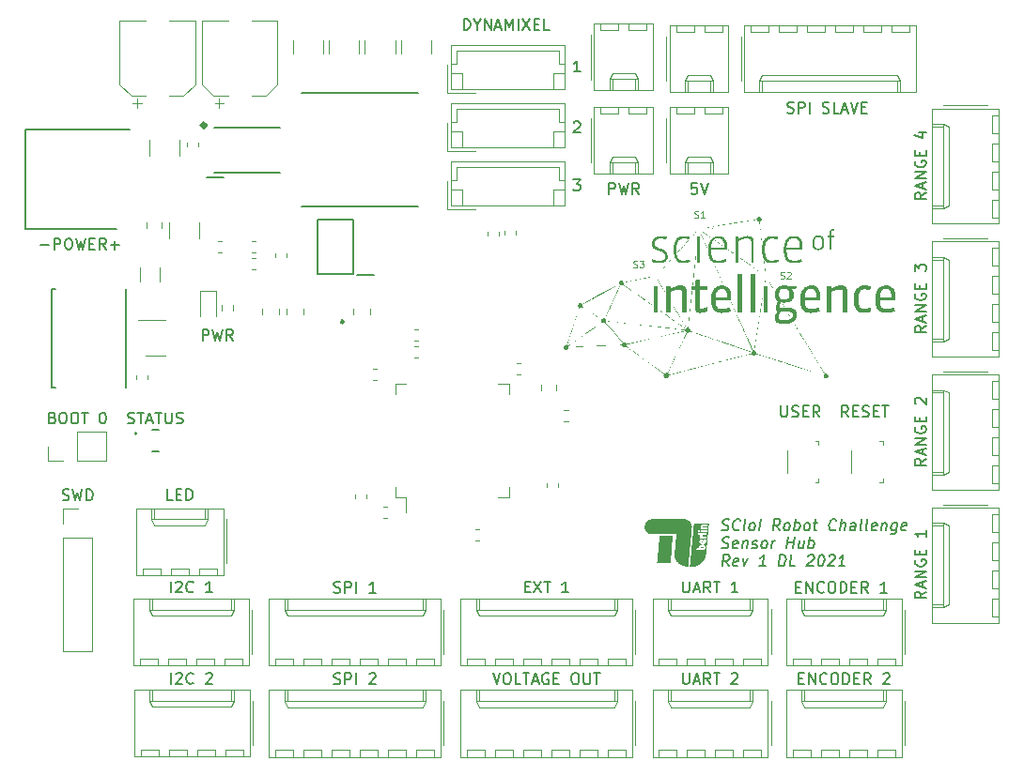
<source format=gbr>
%TF.GenerationSoftware,KiCad,Pcbnew,(6.0.0-rc1-29-g9238b27f63)*%
%TF.CreationDate,2021-12-03T12:49:23+01:00*%
%TF.ProjectId,robolympics_hub,726f626f-6c79-46d7-9069-63735f687562,rev?*%
%TF.SameCoordinates,Original*%
%TF.FileFunction,Legend,Top*%
%TF.FilePolarity,Positive*%
%FSLAX46Y46*%
G04 Gerber Fmt 4.6, Leading zero omitted, Abs format (unit mm)*
G04 Created by KiCad (PCBNEW (6.0.0-rc1-29-g9238b27f63)) date 2021-12-03 12:49:23*
%MOMM*%
%LPD*%
G01*
G04 APERTURE LIST*
%ADD10C,0.150000*%
%ADD11C,0.100000*%
%ADD12C,0.120000*%
%ADD13C,0.250000*%
%ADD14C,0.127000*%
%ADD15C,0.200000*%
%ADD16C,0.400000*%
G04 APERTURE END LIST*
D10*
X194814285Y-62452380D02*
X194814285Y-61452380D01*
X195052380Y-61452380D01*
X195195238Y-61500000D01*
X195290476Y-61595238D01*
X195338095Y-61690476D01*
X195385714Y-61880952D01*
X195385714Y-62023809D01*
X195338095Y-62214285D01*
X195290476Y-62309523D01*
X195195238Y-62404761D01*
X195052380Y-62452380D01*
X194814285Y-62452380D01*
X196004761Y-61976190D02*
X196004761Y-62452380D01*
X195671428Y-61452380D02*
X196004761Y-61976190D01*
X196338095Y-61452380D01*
X196671428Y-62452380D02*
X196671428Y-61452380D01*
X197242857Y-62452380D01*
X197242857Y-61452380D01*
X197671428Y-62166666D02*
X198147619Y-62166666D01*
X197576190Y-62452380D02*
X197909523Y-61452380D01*
X198242857Y-62452380D01*
X198576190Y-62452380D02*
X198576190Y-61452380D01*
X198909523Y-62166666D01*
X199242857Y-61452380D01*
X199242857Y-62452380D01*
X199719047Y-62452380D02*
X199719047Y-61452380D01*
X200100000Y-61452380D02*
X200766666Y-62452380D01*
X200766666Y-61452380D02*
X200100000Y-62452380D01*
X201147619Y-61928571D02*
X201480952Y-61928571D01*
X201623809Y-62452380D02*
X201147619Y-62452380D01*
X201147619Y-61452380D01*
X201623809Y-61452380D01*
X202528571Y-62452380D02*
X202052380Y-62452380D01*
X202052380Y-61452380D01*
X236452380Y-101122380D02*
X235976190Y-101455714D01*
X236452380Y-101693809D02*
X235452380Y-101693809D01*
X235452380Y-101312857D01*
X235500000Y-101217619D01*
X235547619Y-101170000D01*
X235642857Y-101122380D01*
X235785714Y-101122380D01*
X235880952Y-101170000D01*
X235928571Y-101217619D01*
X235976190Y-101312857D01*
X235976190Y-101693809D01*
X236166666Y-100741428D02*
X236166666Y-100265238D01*
X236452380Y-100836666D02*
X235452380Y-100503333D01*
X236452380Y-100170000D01*
X236452380Y-99836666D02*
X235452380Y-99836666D01*
X236452380Y-99265238D01*
X235452380Y-99265238D01*
X235500000Y-98265238D02*
X235452380Y-98360476D01*
X235452380Y-98503333D01*
X235500000Y-98646190D01*
X235595238Y-98741428D01*
X235690476Y-98789047D01*
X235880952Y-98836666D01*
X236023809Y-98836666D01*
X236214285Y-98789047D01*
X236309523Y-98741428D01*
X236404761Y-98646190D01*
X236452380Y-98503333D01*
X236452380Y-98408095D01*
X236404761Y-98265238D01*
X236357142Y-98217619D01*
X236023809Y-98217619D01*
X236023809Y-98408095D01*
X235928571Y-97789047D02*
X235928571Y-97455714D01*
X236452380Y-97312857D02*
X236452380Y-97789047D01*
X235452380Y-97789047D01*
X235452380Y-97312857D01*
X235547619Y-96170000D02*
X235500000Y-96122380D01*
X235452380Y-96027142D01*
X235452380Y-95789047D01*
X235500000Y-95693809D01*
X235547619Y-95646190D01*
X235642857Y-95598571D01*
X235738095Y-95598571D01*
X235880952Y-95646190D01*
X236452380Y-96217619D01*
X236452380Y-95598571D01*
X183099047Y-113174761D02*
X183241904Y-113222380D01*
X183480000Y-113222380D01*
X183575238Y-113174761D01*
X183622857Y-113127142D01*
X183670476Y-113031904D01*
X183670476Y-112936666D01*
X183622857Y-112841428D01*
X183575238Y-112793809D01*
X183480000Y-112746190D01*
X183289523Y-112698571D01*
X183194285Y-112650952D01*
X183146666Y-112603333D01*
X183099047Y-112508095D01*
X183099047Y-112412857D01*
X183146666Y-112317619D01*
X183194285Y-112270000D01*
X183289523Y-112222380D01*
X183527619Y-112222380D01*
X183670476Y-112270000D01*
X184099047Y-113222380D02*
X184099047Y-112222380D01*
X184480000Y-112222380D01*
X184575238Y-112270000D01*
X184622857Y-112317619D01*
X184670476Y-112412857D01*
X184670476Y-112555714D01*
X184622857Y-112650952D01*
X184575238Y-112698571D01*
X184480000Y-112746190D01*
X184099047Y-112746190D01*
X185099047Y-113222380D02*
X185099047Y-112222380D01*
X186860952Y-113222380D02*
X186289523Y-113222380D01*
X186575238Y-113222380D02*
X186575238Y-112222380D01*
X186480000Y-112365238D01*
X186384761Y-112460476D01*
X186289523Y-112508095D01*
X223954761Y-69904761D02*
X224097619Y-69952380D01*
X224335714Y-69952380D01*
X224430952Y-69904761D01*
X224478571Y-69857142D01*
X224526190Y-69761904D01*
X224526190Y-69666666D01*
X224478571Y-69571428D01*
X224430952Y-69523809D01*
X224335714Y-69476190D01*
X224145238Y-69428571D01*
X224050000Y-69380952D01*
X224002380Y-69333333D01*
X223954761Y-69238095D01*
X223954761Y-69142857D01*
X224002380Y-69047619D01*
X224050000Y-69000000D01*
X224145238Y-68952380D01*
X224383333Y-68952380D01*
X224526190Y-69000000D01*
X224954761Y-69952380D02*
X224954761Y-68952380D01*
X225335714Y-68952380D01*
X225430952Y-69000000D01*
X225478571Y-69047619D01*
X225526190Y-69142857D01*
X225526190Y-69285714D01*
X225478571Y-69380952D01*
X225430952Y-69428571D01*
X225335714Y-69476190D01*
X224954761Y-69476190D01*
X225954761Y-69952380D02*
X225954761Y-68952380D01*
X227145238Y-69904761D02*
X227288095Y-69952380D01*
X227526190Y-69952380D01*
X227621428Y-69904761D01*
X227669047Y-69857142D01*
X227716666Y-69761904D01*
X227716666Y-69666666D01*
X227669047Y-69571428D01*
X227621428Y-69523809D01*
X227526190Y-69476190D01*
X227335714Y-69428571D01*
X227240476Y-69380952D01*
X227192857Y-69333333D01*
X227145238Y-69238095D01*
X227145238Y-69142857D01*
X227192857Y-69047619D01*
X227240476Y-69000000D01*
X227335714Y-68952380D01*
X227573809Y-68952380D01*
X227716666Y-69000000D01*
X228621428Y-69952380D02*
X228145238Y-69952380D01*
X228145238Y-68952380D01*
X228907142Y-69666666D02*
X229383333Y-69666666D01*
X228811904Y-69952380D02*
X229145238Y-68952380D01*
X229478571Y-69952380D01*
X229669047Y-68952380D02*
X230002380Y-69952380D01*
X230335714Y-68952380D01*
X230669047Y-69428571D02*
X231002380Y-69428571D01*
X231145238Y-69952380D02*
X230669047Y-69952380D01*
X230669047Y-68952380D01*
X231145238Y-68952380D01*
X158642857Y-104839761D02*
X158785714Y-104887380D01*
X159023809Y-104887380D01*
X159119047Y-104839761D01*
X159166666Y-104792142D01*
X159214285Y-104696904D01*
X159214285Y-104601666D01*
X159166666Y-104506428D01*
X159119047Y-104458809D01*
X159023809Y-104411190D01*
X158833333Y-104363571D01*
X158738095Y-104315952D01*
X158690476Y-104268333D01*
X158642857Y-104173095D01*
X158642857Y-104077857D01*
X158690476Y-103982619D01*
X158738095Y-103935000D01*
X158833333Y-103887380D01*
X159071428Y-103887380D01*
X159214285Y-103935000D01*
X159547619Y-103887380D02*
X159785714Y-104887380D01*
X159976190Y-104173095D01*
X160166666Y-104887380D01*
X160404761Y-103887380D01*
X160785714Y-104887380D02*
X160785714Y-103887380D01*
X161023809Y-103887380D01*
X161166666Y-103935000D01*
X161261904Y-104030238D01*
X161309523Y-104125476D01*
X161357142Y-104315952D01*
X161357142Y-104458809D01*
X161309523Y-104649285D01*
X161261904Y-104744523D01*
X161166666Y-104839761D01*
X161023809Y-104887380D01*
X160785714Y-104887380D01*
X156652380Y-81871428D02*
X157414285Y-81871428D01*
X157890476Y-82252380D02*
X157890476Y-81252380D01*
X158271428Y-81252380D01*
X158366666Y-81300000D01*
X158414285Y-81347619D01*
X158461904Y-81442857D01*
X158461904Y-81585714D01*
X158414285Y-81680952D01*
X158366666Y-81728571D01*
X158271428Y-81776190D01*
X157890476Y-81776190D01*
X159080952Y-81252380D02*
X159271428Y-81252380D01*
X159366666Y-81300000D01*
X159461904Y-81395238D01*
X159509523Y-81585714D01*
X159509523Y-81919047D01*
X159461904Y-82109523D01*
X159366666Y-82204761D01*
X159271428Y-82252380D01*
X159080952Y-82252380D01*
X158985714Y-82204761D01*
X158890476Y-82109523D01*
X158842857Y-81919047D01*
X158842857Y-81585714D01*
X158890476Y-81395238D01*
X158985714Y-81300000D01*
X159080952Y-81252380D01*
X159842857Y-81252380D02*
X160080952Y-82252380D01*
X160271428Y-81538095D01*
X160461904Y-82252380D01*
X160700000Y-81252380D01*
X161080952Y-81728571D02*
X161414285Y-81728571D01*
X161557142Y-82252380D02*
X161080952Y-82252380D01*
X161080952Y-81252380D01*
X161557142Y-81252380D01*
X162557142Y-82252380D02*
X162223809Y-81776190D01*
X161985714Y-82252380D02*
X161985714Y-81252380D01*
X162366666Y-81252380D01*
X162461904Y-81300000D01*
X162509523Y-81347619D01*
X162557142Y-81442857D01*
X162557142Y-81585714D01*
X162509523Y-81680952D01*
X162461904Y-81728571D01*
X162366666Y-81776190D01*
X161985714Y-81776190D01*
X162985714Y-81871428D02*
X163747619Y-81871428D01*
X163366666Y-82252380D02*
X163366666Y-81490476D01*
X236452380Y-89122380D02*
X235976190Y-89455714D01*
X236452380Y-89693809D02*
X235452380Y-89693809D01*
X235452380Y-89312857D01*
X235500000Y-89217619D01*
X235547619Y-89170000D01*
X235642857Y-89122380D01*
X235785714Y-89122380D01*
X235880952Y-89170000D01*
X235928571Y-89217619D01*
X235976190Y-89312857D01*
X235976190Y-89693809D01*
X236166666Y-88741428D02*
X236166666Y-88265238D01*
X236452380Y-88836666D02*
X235452380Y-88503333D01*
X236452380Y-88170000D01*
X236452380Y-87836666D02*
X235452380Y-87836666D01*
X236452380Y-87265238D01*
X235452380Y-87265238D01*
X235500000Y-86265238D02*
X235452380Y-86360476D01*
X235452380Y-86503333D01*
X235500000Y-86646190D01*
X235595238Y-86741428D01*
X235690476Y-86789047D01*
X235880952Y-86836666D01*
X236023809Y-86836666D01*
X236214285Y-86789047D01*
X236309523Y-86741428D01*
X236404761Y-86646190D01*
X236452380Y-86503333D01*
X236452380Y-86408095D01*
X236404761Y-86265238D01*
X236357142Y-86217619D01*
X236023809Y-86217619D01*
X236023809Y-86408095D01*
X235928571Y-85789047D02*
X235928571Y-85455714D01*
X236452380Y-85312857D02*
X236452380Y-85789047D01*
X235452380Y-85789047D01*
X235452380Y-85312857D01*
X235452380Y-84217619D02*
X235452380Y-83598571D01*
X235833333Y-83931904D01*
X235833333Y-83789047D01*
X235880952Y-83693809D01*
X235928571Y-83646190D01*
X236023809Y-83598571D01*
X236261904Y-83598571D01*
X236357142Y-83646190D01*
X236404761Y-83693809D01*
X236452380Y-83789047D01*
X236452380Y-84074761D01*
X236404761Y-84170000D01*
X236357142Y-84217619D01*
X168416666Y-113202380D02*
X168416666Y-112202380D01*
X168845238Y-112297619D02*
X168892857Y-112250000D01*
X168988095Y-112202380D01*
X169226190Y-112202380D01*
X169321428Y-112250000D01*
X169369047Y-112297619D01*
X169416666Y-112392857D01*
X169416666Y-112488095D01*
X169369047Y-112630952D01*
X168797619Y-113202380D01*
X169416666Y-113202380D01*
X170416666Y-113107142D02*
X170369047Y-113154761D01*
X170226190Y-113202380D01*
X170130952Y-113202380D01*
X169988095Y-113154761D01*
X169892857Y-113059523D01*
X169845238Y-112964285D01*
X169797619Y-112773809D01*
X169797619Y-112630952D01*
X169845238Y-112440476D01*
X169892857Y-112345238D01*
X169988095Y-112250000D01*
X170130952Y-112202380D01*
X170226190Y-112202380D01*
X170369047Y-112250000D01*
X170416666Y-112297619D01*
X172130952Y-113202380D02*
X171559523Y-113202380D01*
X171845238Y-113202380D02*
X171845238Y-112202380D01*
X171750000Y-112345238D01*
X171654761Y-112440476D01*
X171559523Y-112488095D01*
X207866666Y-77252380D02*
X207866666Y-76252380D01*
X208247619Y-76252380D01*
X208342857Y-76300000D01*
X208390476Y-76347619D01*
X208438095Y-76442857D01*
X208438095Y-76585714D01*
X208390476Y-76680952D01*
X208342857Y-76728571D01*
X208247619Y-76776190D01*
X207866666Y-76776190D01*
X208771428Y-76252380D02*
X209009523Y-77252380D01*
X209200000Y-76538095D01*
X209390476Y-77252380D01*
X209628571Y-76252380D01*
X210580952Y-77252380D02*
X210247619Y-76776190D01*
X210009523Y-77252380D02*
X210009523Y-76252380D01*
X210390476Y-76252380D01*
X210485714Y-76300000D01*
X210533333Y-76347619D01*
X210580952Y-76442857D01*
X210580952Y-76585714D01*
X210533333Y-76680952D01*
X210485714Y-76728571D01*
X210390476Y-76776190D01*
X210009523Y-76776190D01*
X168557142Y-104852380D02*
X168080952Y-104852380D01*
X168080952Y-103852380D01*
X168890476Y-104328571D02*
X169223809Y-104328571D01*
X169366666Y-104852380D02*
X168890476Y-104852380D01*
X168890476Y-103852380D01*
X169366666Y-103852380D01*
X169795238Y-104852380D02*
X169795238Y-103852380D01*
X170033333Y-103852380D01*
X170176190Y-103900000D01*
X170271428Y-103995238D01*
X170319047Y-104090476D01*
X170366666Y-104280952D01*
X170366666Y-104423809D01*
X170319047Y-104614285D01*
X170271428Y-104709523D01*
X170176190Y-104804761D01*
X170033333Y-104852380D01*
X169795238Y-104852380D01*
X215809523Y-76252380D02*
X215333333Y-76252380D01*
X215285714Y-76728571D01*
X215333333Y-76680952D01*
X215428571Y-76633333D01*
X215666666Y-76633333D01*
X215761904Y-76680952D01*
X215809523Y-76728571D01*
X215857142Y-76823809D01*
X215857142Y-77061904D01*
X215809523Y-77157142D01*
X215761904Y-77204761D01*
X215666666Y-77252380D01*
X215428571Y-77252380D01*
X215333333Y-77204761D01*
X215285714Y-77157142D01*
X216142857Y-76252380D02*
X216476190Y-77252380D01*
X216809523Y-76252380D01*
X171266666Y-90452380D02*
X171266666Y-89452380D01*
X171647619Y-89452380D01*
X171742857Y-89500000D01*
X171790476Y-89547619D01*
X171838095Y-89642857D01*
X171838095Y-89785714D01*
X171790476Y-89880952D01*
X171742857Y-89928571D01*
X171647619Y-89976190D01*
X171266666Y-89976190D01*
X172171428Y-89452380D02*
X172409523Y-90452380D01*
X172600000Y-89738095D01*
X172790476Y-90452380D01*
X173028571Y-89452380D01*
X173980952Y-90452380D02*
X173647619Y-89976190D01*
X173409523Y-90452380D02*
X173409523Y-89452380D01*
X173790476Y-89452380D01*
X173885714Y-89500000D01*
X173933333Y-89547619D01*
X173980952Y-89642857D01*
X173980952Y-89785714D01*
X173933333Y-89880952D01*
X173885714Y-89928571D01*
X173790476Y-89976190D01*
X173409523Y-89976190D01*
X229447619Y-97352380D02*
X229114285Y-96876190D01*
X228876190Y-97352380D02*
X228876190Y-96352380D01*
X229257142Y-96352380D01*
X229352380Y-96400000D01*
X229400000Y-96447619D01*
X229447619Y-96542857D01*
X229447619Y-96685714D01*
X229400000Y-96780952D01*
X229352380Y-96828571D01*
X229257142Y-96876190D01*
X228876190Y-96876190D01*
X229876190Y-96828571D02*
X230209523Y-96828571D01*
X230352380Y-97352380D02*
X229876190Y-97352380D01*
X229876190Y-96352380D01*
X230352380Y-96352380D01*
X230733333Y-97304761D02*
X230876190Y-97352380D01*
X231114285Y-97352380D01*
X231209523Y-97304761D01*
X231257142Y-97257142D01*
X231304761Y-97161904D01*
X231304761Y-97066666D01*
X231257142Y-96971428D01*
X231209523Y-96923809D01*
X231114285Y-96876190D01*
X230923809Y-96828571D01*
X230828571Y-96780952D01*
X230780952Y-96733333D01*
X230733333Y-96638095D01*
X230733333Y-96542857D01*
X230780952Y-96447619D01*
X230828571Y-96400000D01*
X230923809Y-96352380D01*
X231161904Y-96352380D01*
X231304761Y-96400000D01*
X231733333Y-96828571D02*
X232066666Y-96828571D01*
X232209523Y-97352380D02*
X231733333Y-97352380D01*
X231733333Y-96352380D01*
X232209523Y-96352380D01*
X232495238Y-96352380D02*
X233066666Y-96352380D01*
X232780952Y-97352380D02*
X232780952Y-96352380D01*
X164523809Y-97904761D02*
X164666666Y-97952380D01*
X164904761Y-97952380D01*
X165000000Y-97904761D01*
X165047619Y-97857142D01*
X165095238Y-97761904D01*
X165095238Y-97666666D01*
X165047619Y-97571428D01*
X165000000Y-97523809D01*
X164904761Y-97476190D01*
X164714285Y-97428571D01*
X164619047Y-97380952D01*
X164571428Y-97333333D01*
X164523809Y-97238095D01*
X164523809Y-97142857D01*
X164571428Y-97047619D01*
X164619047Y-97000000D01*
X164714285Y-96952380D01*
X164952380Y-96952380D01*
X165095238Y-97000000D01*
X165380952Y-96952380D02*
X165952380Y-96952380D01*
X165666666Y-97952380D02*
X165666666Y-96952380D01*
X166238095Y-97666666D02*
X166714285Y-97666666D01*
X166142857Y-97952380D02*
X166476190Y-96952380D01*
X166809523Y-97952380D01*
X167000000Y-96952380D02*
X167571428Y-96952380D01*
X167285714Y-97952380D02*
X167285714Y-96952380D01*
X167904761Y-96952380D02*
X167904761Y-97761904D01*
X167952380Y-97857142D01*
X168000000Y-97904761D01*
X168095238Y-97952380D01*
X168285714Y-97952380D01*
X168380952Y-97904761D01*
X168428571Y-97857142D01*
X168476190Y-97761904D01*
X168476190Y-96952380D01*
X168904761Y-97904761D02*
X169047619Y-97952380D01*
X169285714Y-97952380D01*
X169380952Y-97904761D01*
X169428571Y-97857142D01*
X169476190Y-97761904D01*
X169476190Y-97666666D01*
X169428571Y-97571428D01*
X169380952Y-97523809D01*
X169285714Y-97476190D01*
X169095238Y-97428571D01*
X169000000Y-97380952D01*
X168952380Y-97333333D01*
X168904761Y-97238095D01*
X168904761Y-97142857D01*
X168952380Y-97047619D01*
X169000000Y-97000000D01*
X169095238Y-96952380D01*
X169333333Y-96952380D01*
X169476190Y-97000000D01*
X204666666Y-75952380D02*
X205285714Y-75952380D01*
X204952380Y-76333333D01*
X205095238Y-76333333D01*
X205190476Y-76380952D01*
X205238095Y-76428571D01*
X205285714Y-76523809D01*
X205285714Y-76761904D01*
X205238095Y-76857142D01*
X205190476Y-76904761D01*
X205095238Y-76952380D01*
X204809523Y-76952380D01*
X204714285Y-76904761D01*
X204666666Y-76857142D01*
X157730714Y-97428571D02*
X157873571Y-97476190D01*
X157921190Y-97523809D01*
X157968809Y-97619047D01*
X157968809Y-97761904D01*
X157921190Y-97857142D01*
X157873571Y-97904761D01*
X157778333Y-97952380D01*
X157397380Y-97952380D01*
X157397380Y-96952380D01*
X157730714Y-96952380D01*
X157825952Y-97000000D01*
X157873571Y-97047619D01*
X157921190Y-97142857D01*
X157921190Y-97238095D01*
X157873571Y-97333333D01*
X157825952Y-97380952D01*
X157730714Y-97428571D01*
X157397380Y-97428571D01*
X158587857Y-96952380D02*
X158778333Y-96952380D01*
X158873571Y-97000000D01*
X158968809Y-97095238D01*
X159016428Y-97285714D01*
X159016428Y-97619047D01*
X158968809Y-97809523D01*
X158873571Y-97904761D01*
X158778333Y-97952380D01*
X158587857Y-97952380D01*
X158492619Y-97904761D01*
X158397380Y-97809523D01*
X158349761Y-97619047D01*
X158349761Y-97285714D01*
X158397380Y-97095238D01*
X158492619Y-97000000D01*
X158587857Y-96952380D01*
X159635476Y-96952380D02*
X159825952Y-96952380D01*
X159921190Y-97000000D01*
X160016428Y-97095238D01*
X160064047Y-97285714D01*
X160064047Y-97619047D01*
X160016428Y-97809523D01*
X159921190Y-97904761D01*
X159825952Y-97952380D01*
X159635476Y-97952380D01*
X159540238Y-97904761D01*
X159445000Y-97809523D01*
X159397380Y-97619047D01*
X159397380Y-97285714D01*
X159445000Y-97095238D01*
X159540238Y-97000000D01*
X159635476Y-96952380D01*
X160349761Y-96952380D02*
X160921190Y-96952380D01*
X160635476Y-97952380D02*
X160635476Y-96952380D01*
X162206904Y-96952380D02*
X162302142Y-96952380D01*
X162397380Y-97000000D01*
X162445000Y-97047619D01*
X162492619Y-97142857D01*
X162540238Y-97333333D01*
X162540238Y-97571428D01*
X162492619Y-97761904D01*
X162445000Y-97857142D01*
X162397380Y-97904761D01*
X162302142Y-97952380D01*
X162206904Y-97952380D01*
X162111666Y-97904761D01*
X162064047Y-97857142D01*
X162016428Y-97761904D01*
X161968809Y-97571428D01*
X161968809Y-97333333D01*
X162016428Y-97142857D01*
X162064047Y-97047619D01*
X162111666Y-97000000D01*
X162206904Y-96952380D01*
X224988571Y-120948571D02*
X225321904Y-120948571D01*
X225464761Y-121472380D02*
X224988571Y-121472380D01*
X224988571Y-120472380D01*
X225464761Y-120472380D01*
X225893333Y-121472380D02*
X225893333Y-120472380D01*
X226464761Y-121472380D01*
X226464761Y-120472380D01*
X227512380Y-121377142D02*
X227464761Y-121424761D01*
X227321904Y-121472380D01*
X227226666Y-121472380D01*
X227083809Y-121424761D01*
X226988571Y-121329523D01*
X226940952Y-121234285D01*
X226893333Y-121043809D01*
X226893333Y-120900952D01*
X226940952Y-120710476D01*
X226988571Y-120615238D01*
X227083809Y-120520000D01*
X227226666Y-120472380D01*
X227321904Y-120472380D01*
X227464761Y-120520000D01*
X227512380Y-120567619D01*
X228131428Y-120472380D02*
X228321904Y-120472380D01*
X228417142Y-120520000D01*
X228512380Y-120615238D01*
X228560000Y-120805714D01*
X228560000Y-121139047D01*
X228512380Y-121329523D01*
X228417142Y-121424761D01*
X228321904Y-121472380D01*
X228131428Y-121472380D01*
X228036190Y-121424761D01*
X227940952Y-121329523D01*
X227893333Y-121139047D01*
X227893333Y-120805714D01*
X227940952Y-120615238D01*
X228036190Y-120520000D01*
X228131428Y-120472380D01*
X228988571Y-121472380D02*
X228988571Y-120472380D01*
X229226666Y-120472380D01*
X229369523Y-120520000D01*
X229464761Y-120615238D01*
X229512380Y-120710476D01*
X229560000Y-120900952D01*
X229560000Y-121043809D01*
X229512380Y-121234285D01*
X229464761Y-121329523D01*
X229369523Y-121424761D01*
X229226666Y-121472380D01*
X228988571Y-121472380D01*
X229988571Y-120948571D02*
X230321904Y-120948571D01*
X230464761Y-121472380D02*
X229988571Y-121472380D01*
X229988571Y-120472380D01*
X230464761Y-120472380D01*
X231464761Y-121472380D02*
X231131428Y-120996190D01*
X230893333Y-121472380D02*
X230893333Y-120472380D01*
X231274285Y-120472380D01*
X231369523Y-120520000D01*
X231417142Y-120567619D01*
X231464761Y-120662857D01*
X231464761Y-120805714D01*
X231417142Y-120900952D01*
X231369523Y-120948571D01*
X231274285Y-120996190D01*
X230893333Y-120996190D01*
X232607619Y-120567619D02*
X232655238Y-120520000D01*
X232750476Y-120472380D01*
X232988571Y-120472380D01*
X233083809Y-120520000D01*
X233131428Y-120567619D01*
X233179047Y-120662857D01*
X233179047Y-120758095D01*
X233131428Y-120900952D01*
X232560000Y-121472380D01*
X233179047Y-121472380D01*
X236452380Y-113122380D02*
X235976190Y-113455714D01*
X236452380Y-113693809D02*
X235452380Y-113693809D01*
X235452380Y-113312857D01*
X235500000Y-113217619D01*
X235547619Y-113170000D01*
X235642857Y-113122380D01*
X235785714Y-113122380D01*
X235880952Y-113170000D01*
X235928571Y-113217619D01*
X235976190Y-113312857D01*
X235976190Y-113693809D01*
X236166666Y-112741428D02*
X236166666Y-112265238D01*
X236452380Y-112836666D02*
X235452380Y-112503333D01*
X236452380Y-112170000D01*
X236452380Y-111836666D02*
X235452380Y-111836666D01*
X236452380Y-111265238D01*
X235452380Y-111265238D01*
X235500000Y-110265238D02*
X235452380Y-110360476D01*
X235452380Y-110503333D01*
X235500000Y-110646190D01*
X235595238Y-110741428D01*
X235690476Y-110789047D01*
X235880952Y-110836666D01*
X236023809Y-110836666D01*
X236214285Y-110789047D01*
X236309523Y-110741428D01*
X236404761Y-110646190D01*
X236452380Y-110503333D01*
X236452380Y-110408095D01*
X236404761Y-110265238D01*
X236357142Y-110217619D01*
X236023809Y-110217619D01*
X236023809Y-110408095D01*
X235928571Y-109789047D02*
X235928571Y-109455714D01*
X236452380Y-109312857D02*
X236452380Y-109789047D01*
X235452380Y-109789047D01*
X235452380Y-109312857D01*
X236452380Y-107598571D02*
X236452380Y-108170000D01*
X236452380Y-107884285D02*
X235452380Y-107884285D01*
X235595238Y-107979523D01*
X235690476Y-108074761D01*
X235738095Y-108170000D01*
X214547619Y-112202380D02*
X214547619Y-113011904D01*
X214595238Y-113107142D01*
X214642857Y-113154761D01*
X214738095Y-113202380D01*
X214928571Y-113202380D01*
X215023809Y-113154761D01*
X215071428Y-113107142D01*
X215119047Y-113011904D01*
X215119047Y-112202380D01*
X215547619Y-112916666D02*
X216023809Y-112916666D01*
X215452380Y-113202380D02*
X215785714Y-112202380D01*
X216119047Y-113202380D01*
X217023809Y-113202380D02*
X216690476Y-112726190D01*
X216452380Y-113202380D02*
X216452380Y-112202380D01*
X216833333Y-112202380D01*
X216928571Y-112250000D01*
X216976190Y-112297619D01*
X217023809Y-112392857D01*
X217023809Y-112535714D01*
X216976190Y-112630952D01*
X216928571Y-112678571D01*
X216833333Y-112726190D01*
X216452380Y-112726190D01*
X217309523Y-112202380D02*
X217880952Y-112202380D01*
X217595238Y-113202380D02*
X217595238Y-112202380D01*
X219500000Y-113202380D02*
X218928571Y-113202380D01*
X219214285Y-113202380D02*
X219214285Y-112202380D01*
X219119047Y-112345238D01*
X219023809Y-112440476D01*
X218928571Y-112488095D01*
X197416666Y-120472380D02*
X197750000Y-121472380D01*
X198083333Y-120472380D01*
X198607142Y-120472380D02*
X198797619Y-120472380D01*
X198892857Y-120520000D01*
X198988095Y-120615238D01*
X199035714Y-120805714D01*
X199035714Y-121139047D01*
X198988095Y-121329523D01*
X198892857Y-121424761D01*
X198797619Y-121472380D01*
X198607142Y-121472380D01*
X198511904Y-121424761D01*
X198416666Y-121329523D01*
X198369047Y-121139047D01*
X198369047Y-120805714D01*
X198416666Y-120615238D01*
X198511904Y-120520000D01*
X198607142Y-120472380D01*
X199940476Y-121472380D02*
X199464285Y-121472380D01*
X199464285Y-120472380D01*
X200130952Y-120472380D02*
X200702380Y-120472380D01*
X200416666Y-121472380D02*
X200416666Y-120472380D01*
X200988095Y-121186666D02*
X201464285Y-121186666D01*
X200892857Y-121472380D02*
X201226190Y-120472380D01*
X201559523Y-121472380D01*
X202416666Y-120520000D02*
X202321428Y-120472380D01*
X202178571Y-120472380D01*
X202035714Y-120520000D01*
X201940476Y-120615238D01*
X201892857Y-120710476D01*
X201845238Y-120900952D01*
X201845238Y-121043809D01*
X201892857Y-121234285D01*
X201940476Y-121329523D01*
X202035714Y-121424761D01*
X202178571Y-121472380D01*
X202273809Y-121472380D01*
X202416666Y-121424761D01*
X202464285Y-121377142D01*
X202464285Y-121043809D01*
X202273809Y-121043809D01*
X202892857Y-120948571D02*
X203226190Y-120948571D01*
X203369047Y-121472380D02*
X202892857Y-121472380D01*
X202892857Y-120472380D01*
X203369047Y-120472380D01*
X204750000Y-120472380D02*
X204940476Y-120472380D01*
X205035714Y-120520000D01*
X205130952Y-120615238D01*
X205178571Y-120805714D01*
X205178571Y-121139047D01*
X205130952Y-121329523D01*
X205035714Y-121424761D01*
X204940476Y-121472380D01*
X204750000Y-121472380D01*
X204654761Y-121424761D01*
X204559523Y-121329523D01*
X204511904Y-121139047D01*
X204511904Y-120805714D01*
X204559523Y-120615238D01*
X204654761Y-120520000D01*
X204750000Y-120472380D01*
X205607142Y-120472380D02*
X205607142Y-121281904D01*
X205654761Y-121377142D01*
X205702380Y-121424761D01*
X205797619Y-121472380D01*
X205988095Y-121472380D01*
X206083333Y-121424761D01*
X206130952Y-121377142D01*
X206178571Y-121281904D01*
X206178571Y-120472380D01*
X206511904Y-120472380D02*
X207083333Y-120472380D01*
X206797619Y-121472380D02*
X206797619Y-120472380D01*
X218049880Y-107544761D02*
X218186785Y-107592380D01*
X218424880Y-107592380D01*
X218526071Y-107544761D01*
X218579642Y-107497142D01*
X218639166Y-107401904D01*
X218651071Y-107306666D01*
X218615357Y-107211428D01*
X218573690Y-107163809D01*
X218484404Y-107116190D01*
X218299880Y-107068571D01*
X218210595Y-107020952D01*
X218168928Y-106973333D01*
X218133214Y-106878095D01*
X218145119Y-106782857D01*
X218204642Y-106687619D01*
X218258214Y-106640000D01*
X218359404Y-106592380D01*
X218597500Y-106592380D01*
X218734404Y-106640000D01*
X219627261Y-107497142D02*
X219573690Y-107544761D01*
X219424880Y-107592380D01*
X219329642Y-107592380D01*
X219192738Y-107544761D01*
X219109404Y-107449523D01*
X219073690Y-107354285D01*
X219049880Y-107163809D01*
X219067738Y-107020952D01*
X219139166Y-106830476D01*
X219198690Y-106735238D01*
X219305833Y-106640000D01*
X219454642Y-106592380D01*
X219549880Y-106592380D01*
X219686785Y-106640000D01*
X219728452Y-106687619D01*
X220043928Y-107592380D02*
X220168928Y-106592380D01*
X220662976Y-107592380D02*
X220573690Y-107544761D01*
X220532023Y-107497142D01*
X220496309Y-107401904D01*
X220532023Y-107116190D01*
X220591547Y-107020952D01*
X220645119Y-106973333D01*
X220746309Y-106925714D01*
X220889166Y-106925714D01*
X220978452Y-106973333D01*
X221020119Y-107020952D01*
X221055833Y-107116190D01*
X221020119Y-107401904D01*
X220960595Y-107497142D01*
X220907023Y-107544761D01*
X220805833Y-107592380D01*
X220662976Y-107592380D01*
X221424880Y-107592380D02*
X221549880Y-106592380D01*
X223234404Y-107592380D02*
X222960595Y-107116190D01*
X222662976Y-107592380D02*
X222787976Y-106592380D01*
X223168928Y-106592380D01*
X223258214Y-106640000D01*
X223299880Y-106687619D01*
X223335595Y-106782857D01*
X223317738Y-106925714D01*
X223258214Y-107020952D01*
X223204642Y-107068571D01*
X223103452Y-107116190D01*
X222722500Y-107116190D01*
X223805833Y-107592380D02*
X223716547Y-107544761D01*
X223674880Y-107497142D01*
X223639166Y-107401904D01*
X223674880Y-107116190D01*
X223734404Y-107020952D01*
X223787976Y-106973333D01*
X223889166Y-106925714D01*
X224032023Y-106925714D01*
X224121309Y-106973333D01*
X224162976Y-107020952D01*
X224198690Y-107116190D01*
X224162976Y-107401904D01*
X224103452Y-107497142D01*
X224049880Y-107544761D01*
X223948690Y-107592380D01*
X223805833Y-107592380D01*
X224567738Y-107592380D02*
X224692738Y-106592380D01*
X224645119Y-106973333D02*
X224746309Y-106925714D01*
X224936785Y-106925714D01*
X225026071Y-106973333D01*
X225067738Y-107020952D01*
X225103452Y-107116190D01*
X225067738Y-107401904D01*
X225008214Y-107497142D01*
X224954642Y-107544761D01*
X224853452Y-107592380D01*
X224662976Y-107592380D01*
X224573690Y-107544761D01*
X225615357Y-107592380D02*
X225526071Y-107544761D01*
X225484404Y-107497142D01*
X225448690Y-107401904D01*
X225484404Y-107116190D01*
X225543928Y-107020952D01*
X225597500Y-106973333D01*
X225698690Y-106925714D01*
X225841547Y-106925714D01*
X225930833Y-106973333D01*
X225972500Y-107020952D01*
X226008214Y-107116190D01*
X225972500Y-107401904D01*
X225912976Y-107497142D01*
X225859404Y-107544761D01*
X225758214Y-107592380D01*
X225615357Y-107592380D01*
X226317738Y-106925714D02*
X226698690Y-106925714D01*
X226502261Y-106592380D02*
X226395119Y-107449523D01*
X226430833Y-107544761D01*
X226520119Y-107592380D01*
X226615357Y-107592380D01*
X228293928Y-107497142D02*
X228240357Y-107544761D01*
X228091547Y-107592380D01*
X227996309Y-107592380D01*
X227859404Y-107544761D01*
X227776071Y-107449523D01*
X227740357Y-107354285D01*
X227716547Y-107163809D01*
X227734404Y-107020952D01*
X227805833Y-106830476D01*
X227865357Y-106735238D01*
X227972500Y-106640000D01*
X228121309Y-106592380D01*
X228216547Y-106592380D01*
X228353452Y-106640000D01*
X228395119Y-106687619D01*
X228710595Y-107592380D02*
X228835595Y-106592380D01*
X229139166Y-107592380D02*
X229204642Y-107068571D01*
X229168928Y-106973333D01*
X229079642Y-106925714D01*
X228936785Y-106925714D01*
X228835595Y-106973333D01*
X228782023Y-107020952D01*
X230043928Y-107592380D02*
X230109404Y-107068571D01*
X230073690Y-106973333D01*
X229984404Y-106925714D01*
X229793928Y-106925714D01*
X229692738Y-106973333D01*
X230049880Y-107544761D02*
X229948690Y-107592380D01*
X229710595Y-107592380D01*
X229621309Y-107544761D01*
X229585595Y-107449523D01*
X229597500Y-107354285D01*
X229657023Y-107259047D01*
X229758214Y-107211428D01*
X229996309Y-107211428D01*
X230097500Y-107163809D01*
X230662976Y-107592380D02*
X230573690Y-107544761D01*
X230537976Y-107449523D01*
X230645119Y-106592380D01*
X231186785Y-107592380D02*
X231097500Y-107544761D01*
X231061785Y-107449523D01*
X231168928Y-106592380D01*
X231954642Y-107544761D02*
X231853452Y-107592380D01*
X231662976Y-107592380D01*
X231573690Y-107544761D01*
X231537976Y-107449523D01*
X231585595Y-107068571D01*
X231645119Y-106973333D01*
X231746309Y-106925714D01*
X231936785Y-106925714D01*
X232026071Y-106973333D01*
X232061785Y-107068571D01*
X232049880Y-107163809D01*
X231561785Y-107259047D01*
X232508214Y-106925714D02*
X232424880Y-107592380D01*
X232496309Y-107020952D02*
X232549880Y-106973333D01*
X232651071Y-106925714D01*
X232793928Y-106925714D01*
X232883214Y-106973333D01*
X232918928Y-107068571D01*
X232853452Y-107592380D01*
X233841547Y-106925714D02*
X233740357Y-107735238D01*
X233680833Y-107830476D01*
X233627261Y-107878095D01*
X233526071Y-107925714D01*
X233383214Y-107925714D01*
X233293928Y-107878095D01*
X233764166Y-107544761D02*
X233662976Y-107592380D01*
X233472500Y-107592380D01*
X233383214Y-107544761D01*
X233341547Y-107497142D01*
X233305833Y-107401904D01*
X233341547Y-107116190D01*
X233401071Y-107020952D01*
X233454642Y-106973333D01*
X233555833Y-106925714D01*
X233746309Y-106925714D01*
X233835595Y-106973333D01*
X234621309Y-107544761D02*
X234520119Y-107592380D01*
X234329642Y-107592380D01*
X234240357Y-107544761D01*
X234204642Y-107449523D01*
X234252261Y-107068571D01*
X234311785Y-106973333D01*
X234412976Y-106925714D01*
X234603452Y-106925714D01*
X234692738Y-106973333D01*
X234728452Y-107068571D01*
X234716547Y-107163809D01*
X234228452Y-107259047D01*
X218049880Y-109154761D02*
X218186785Y-109202380D01*
X218424880Y-109202380D01*
X218526071Y-109154761D01*
X218579642Y-109107142D01*
X218639166Y-109011904D01*
X218651071Y-108916666D01*
X218615357Y-108821428D01*
X218573690Y-108773809D01*
X218484404Y-108726190D01*
X218299880Y-108678571D01*
X218210595Y-108630952D01*
X218168928Y-108583333D01*
X218133214Y-108488095D01*
X218145119Y-108392857D01*
X218204642Y-108297619D01*
X218258214Y-108250000D01*
X218359404Y-108202380D01*
X218597500Y-108202380D01*
X218734404Y-108250000D01*
X219430833Y-109154761D02*
X219329642Y-109202380D01*
X219139166Y-109202380D01*
X219049880Y-109154761D01*
X219014166Y-109059523D01*
X219061785Y-108678571D01*
X219121309Y-108583333D01*
X219222500Y-108535714D01*
X219412976Y-108535714D01*
X219502261Y-108583333D01*
X219537976Y-108678571D01*
X219526071Y-108773809D01*
X219037976Y-108869047D01*
X219984404Y-108535714D02*
X219901071Y-109202380D01*
X219972500Y-108630952D02*
X220026071Y-108583333D01*
X220127261Y-108535714D01*
X220270119Y-108535714D01*
X220359404Y-108583333D01*
X220395119Y-108678571D01*
X220329642Y-109202380D01*
X220764166Y-109154761D02*
X220853452Y-109202380D01*
X221043928Y-109202380D01*
X221145119Y-109154761D01*
X221204642Y-109059523D01*
X221210595Y-109011904D01*
X221174880Y-108916666D01*
X221085595Y-108869047D01*
X220942738Y-108869047D01*
X220853452Y-108821428D01*
X220817738Y-108726190D01*
X220823690Y-108678571D01*
X220883214Y-108583333D01*
X220984404Y-108535714D01*
X221127261Y-108535714D01*
X221216547Y-108583333D01*
X221758214Y-109202380D02*
X221668928Y-109154761D01*
X221627261Y-109107142D01*
X221591547Y-109011904D01*
X221627261Y-108726190D01*
X221686785Y-108630952D01*
X221740357Y-108583333D01*
X221841547Y-108535714D01*
X221984404Y-108535714D01*
X222073690Y-108583333D01*
X222115357Y-108630952D01*
X222151071Y-108726190D01*
X222115357Y-109011904D01*
X222055833Y-109107142D01*
X222002261Y-109154761D01*
X221901071Y-109202380D01*
X221758214Y-109202380D01*
X222520119Y-109202380D02*
X222603452Y-108535714D01*
X222579642Y-108726190D02*
X222639166Y-108630952D01*
X222692738Y-108583333D01*
X222793928Y-108535714D01*
X222889166Y-108535714D01*
X223901071Y-109202380D02*
X224026071Y-108202380D01*
X223966547Y-108678571D02*
X224537976Y-108678571D01*
X224472500Y-109202380D02*
X224597500Y-108202380D01*
X225460595Y-108535714D02*
X225377261Y-109202380D01*
X225032023Y-108535714D02*
X224966547Y-109059523D01*
X225002261Y-109154761D01*
X225091547Y-109202380D01*
X225234404Y-109202380D01*
X225335595Y-109154761D01*
X225389166Y-109107142D01*
X225853452Y-109202380D02*
X225978452Y-108202380D01*
X225930833Y-108583333D02*
X226032023Y-108535714D01*
X226222500Y-108535714D01*
X226311785Y-108583333D01*
X226353452Y-108630952D01*
X226389166Y-108726190D01*
X226353452Y-109011904D01*
X226293928Y-109107142D01*
X226240357Y-109154761D01*
X226139166Y-109202380D01*
X225948690Y-109202380D01*
X225859404Y-109154761D01*
X218662976Y-110812380D02*
X218389166Y-110336190D01*
X218091547Y-110812380D02*
X218216547Y-109812380D01*
X218597500Y-109812380D01*
X218686785Y-109860000D01*
X218728452Y-109907619D01*
X218764166Y-110002857D01*
X218746309Y-110145714D01*
X218686785Y-110240952D01*
X218633214Y-110288571D01*
X218532023Y-110336190D01*
X218151071Y-110336190D01*
X219478452Y-110764761D02*
X219377261Y-110812380D01*
X219186785Y-110812380D01*
X219097500Y-110764761D01*
X219061785Y-110669523D01*
X219109404Y-110288571D01*
X219168928Y-110193333D01*
X219270119Y-110145714D01*
X219460595Y-110145714D01*
X219549880Y-110193333D01*
X219585595Y-110288571D01*
X219573690Y-110383809D01*
X219085595Y-110479047D01*
X219936785Y-110145714D02*
X220091547Y-110812380D01*
X220412976Y-110145714D01*
X221996309Y-110812380D02*
X221424880Y-110812380D01*
X221710595Y-110812380D02*
X221835595Y-109812380D01*
X221722500Y-109955238D01*
X221615357Y-110050476D01*
X221514166Y-110098095D01*
X223186785Y-110812380D02*
X223311785Y-109812380D01*
X223549880Y-109812380D01*
X223686785Y-109860000D01*
X223770119Y-109955238D01*
X223805833Y-110050476D01*
X223829642Y-110240952D01*
X223811785Y-110383809D01*
X223740357Y-110574285D01*
X223680833Y-110669523D01*
X223573690Y-110764761D01*
X223424880Y-110812380D01*
X223186785Y-110812380D01*
X224662976Y-110812380D02*
X224186785Y-110812380D01*
X224311785Y-109812380D01*
X225823690Y-109907619D02*
X225877261Y-109860000D01*
X225978452Y-109812380D01*
X226216547Y-109812380D01*
X226305833Y-109860000D01*
X226347500Y-109907619D01*
X226383214Y-110002857D01*
X226371309Y-110098095D01*
X226305833Y-110240952D01*
X225662976Y-110812380D01*
X226282023Y-110812380D01*
X227026071Y-109812380D02*
X227121309Y-109812380D01*
X227210595Y-109860000D01*
X227252261Y-109907619D01*
X227287976Y-110002857D01*
X227311785Y-110193333D01*
X227282023Y-110431428D01*
X227210595Y-110621904D01*
X227151071Y-110717142D01*
X227097500Y-110764761D01*
X226996309Y-110812380D01*
X226901071Y-110812380D01*
X226811785Y-110764761D01*
X226770119Y-110717142D01*
X226734404Y-110621904D01*
X226710595Y-110431428D01*
X226740357Y-110193333D01*
X226811785Y-110002857D01*
X226871309Y-109907619D01*
X226924880Y-109860000D01*
X227026071Y-109812380D01*
X227728452Y-109907619D02*
X227782023Y-109860000D01*
X227883214Y-109812380D01*
X228121309Y-109812380D01*
X228210595Y-109860000D01*
X228252261Y-109907619D01*
X228287976Y-110002857D01*
X228276071Y-110098095D01*
X228210595Y-110240952D01*
X227567738Y-110812380D01*
X228186785Y-110812380D01*
X229139166Y-110812380D02*
X228567738Y-110812380D01*
X228853452Y-110812380D02*
X228978452Y-109812380D01*
X228865357Y-109955238D01*
X228758214Y-110050476D01*
X228657023Y-110098095D01*
X205285714Y-66202380D02*
X204714285Y-66202380D01*
X205000000Y-66202380D02*
X205000000Y-65202380D01*
X204904761Y-65345238D01*
X204809523Y-65440476D01*
X204714285Y-65488095D01*
X183099047Y-121424761D02*
X183241904Y-121472380D01*
X183480000Y-121472380D01*
X183575238Y-121424761D01*
X183622857Y-121377142D01*
X183670476Y-121281904D01*
X183670476Y-121186666D01*
X183622857Y-121091428D01*
X183575238Y-121043809D01*
X183480000Y-120996190D01*
X183289523Y-120948571D01*
X183194285Y-120900952D01*
X183146666Y-120853333D01*
X183099047Y-120758095D01*
X183099047Y-120662857D01*
X183146666Y-120567619D01*
X183194285Y-120520000D01*
X183289523Y-120472380D01*
X183527619Y-120472380D01*
X183670476Y-120520000D01*
X184099047Y-121472380D02*
X184099047Y-120472380D01*
X184480000Y-120472380D01*
X184575238Y-120520000D01*
X184622857Y-120567619D01*
X184670476Y-120662857D01*
X184670476Y-120805714D01*
X184622857Y-120900952D01*
X184575238Y-120948571D01*
X184480000Y-120996190D01*
X184099047Y-120996190D01*
X185099047Y-121472380D02*
X185099047Y-120472380D01*
X186289523Y-120567619D02*
X186337142Y-120520000D01*
X186432380Y-120472380D01*
X186670476Y-120472380D01*
X186765714Y-120520000D01*
X186813333Y-120567619D01*
X186860952Y-120662857D01*
X186860952Y-120758095D01*
X186813333Y-120900952D01*
X186241904Y-121472380D01*
X186860952Y-121472380D01*
X223385714Y-96352380D02*
X223385714Y-97161904D01*
X223433333Y-97257142D01*
X223480952Y-97304761D01*
X223576190Y-97352380D01*
X223766666Y-97352380D01*
X223861904Y-97304761D01*
X223909523Y-97257142D01*
X223957142Y-97161904D01*
X223957142Y-96352380D01*
X224385714Y-97304761D02*
X224528571Y-97352380D01*
X224766666Y-97352380D01*
X224861904Y-97304761D01*
X224909523Y-97257142D01*
X224957142Y-97161904D01*
X224957142Y-97066666D01*
X224909523Y-96971428D01*
X224861904Y-96923809D01*
X224766666Y-96876190D01*
X224576190Y-96828571D01*
X224480952Y-96780952D01*
X224433333Y-96733333D01*
X224385714Y-96638095D01*
X224385714Y-96542857D01*
X224433333Y-96447619D01*
X224480952Y-96400000D01*
X224576190Y-96352380D01*
X224814285Y-96352380D01*
X224957142Y-96400000D01*
X225385714Y-96828571D02*
X225719047Y-96828571D01*
X225861904Y-97352380D02*
X225385714Y-97352380D01*
X225385714Y-96352380D01*
X225861904Y-96352380D01*
X226861904Y-97352380D02*
X226528571Y-96876190D01*
X226290476Y-97352380D02*
X226290476Y-96352380D01*
X226671428Y-96352380D01*
X226766666Y-96400000D01*
X226814285Y-96447619D01*
X226861904Y-96542857D01*
X226861904Y-96685714D01*
X226814285Y-96780952D01*
X226766666Y-96828571D01*
X226671428Y-96876190D01*
X226290476Y-96876190D01*
X214547619Y-120452380D02*
X214547619Y-121261904D01*
X214595238Y-121357142D01*
X214642857Y-121404761D01*
X214738095Y-121452380D01*
X214928571Y-121452380D01*
X215023809Y-121404761D01*
X215071428Y-121357142D01*
X215119047Y-121261904D01*
X215119047Y-120452380D01*
X215547619Y-121166666D02*
X216023809Y-121166666D01*
X215452380Y-121452380D02*
X215785714Y-120452380D01*
X216119047Y-121452380D01*
X217023809Y-121452380D02*
X216690476Y-120976190D01*
X216452380Y-121452380D02*
X216452380Y-120452380D01*
X216833333Y-120452380D01*
X216928571Y-120500000D01*
X216976190Y-120547619D01*
X217023809Y-120642857D01*
X217023809Y-120785714D01*
X216976190Y-120880952D01*
X216928571Y-120928571D01*
X216833333Y-120976190D01*
X216452380Y-120976190D01*
X217309523Y-120452380D02*
X217880952Y-120452380D01*
X217595238Y-121452380D02*
X217595238Y-120452380D01*
X218928571Y-120547619D02*
X218976190Y-120500000D01*
X219071428Y-120452380D01*
X219309523Y-120452380D01*
X219404761Y-120500000D01*
X219452380Y-120547619D01*
X219500000Y-120642857D01*
X219500000Y-120738095D01*
X219452380Y-120880952D01*
X218880952Y-121452380D01*
X219500000Y-121452380D01*
X236452380Y-77122380D02*
X235976190Y-77455714D01*
X236452380Y-77693809D02*
X235452380Y-77693809D01*
X235452380Y-77312857D01*
X235500000Y-77217619D01*
X235547619Y-77170000D01*
X235642857Y-77122380D01*
X235785714Y-77122380D01*
X235880952Y-77170000D01*
X235928571Y-77217619D01*
X235976190Y-77312857D01*
X235976190Y-77693809D01*
X236166666Y-76741428D02*
X236166666Y-76265238D01*
X236452380Y-76836666D02*
X235452380Y-76503333D01*
X236452380Y-76170000D01*
X236452380Y-75836666D02*
X235452380Y-75836666D01*
X236452380Y-75265238D01*
X235452380Y-75265238D01*
X235500000Y-74265238D02*
X235452380Y-74360476D01*
X235452380Y-74503333D01*
X235500000Y-74646190D01*
X235595238Y-74741428D01*
X235690476Y-74789047D01*
X235880952Y-74836666D01*
X236023809Y-74836666D01*
X236214285Y-74789047D01*
X236309523Y-74741428D01*
X236404761Y-74646190D01*
X236452380Y-74503333D01*
X236452380Y-74408095D01*
X236404761Y-74265238D01*
X236357142Y-74217619D01*
X236023809Y-74217619D01*
X236023809Y-74408095D01*
X235928571Y-73789047D02*
X235928571Y-73455714D01*
X236452380Y-73312857D02*
X236452380Y-73789047D01*
X235452380Y-73789047D01*
X235452380Y-73312857D01*
X235785714Y-71693809D02*
X236452380Y-71693809D01*
X235404761Y-71931904D02*
X236119047Y-72170000D01*
X236119047Y-71550952D01*
D11*
X210092857Y-83842857D02*
X210178571Y-83871428D01*
X210321428Y-83871428D01*
X210378571Y-83842857D01*
X210407142Y-83814285D01*
X210435714Y-83757142D01*
X210435714Y-83700000D01*
X210407142Y-83642857D01*
X210378571Y-83614285D01*
X210321428Y-83585714D01*
X210207142Y-83557142D01*
X210150000Y-83528571D01*
X210121428Y-83500000D01*
X210092857Y-83442857D01*
X210092857Y-83385714D01*
X210121428Y-83328571D01*
X210150000Y-83300000D01*
X210207142Y-83271428D01*
X210350000Y-83271428D01*
X210435714Y-83300000D01*
X210635714Y-83271428D02*
X211007142Y-83271428D01*
X210807142Y-83500000D01*
X210892857Y-83500000D01*
X210950000Y-83528571D01*
X210978571Y-83557142D01*
X211007142Y-83614285D01*
X211007142Y-83757142D01*
X210978571Y-83814285D01*
X210950000Y-83842857D01*
X210892857Y-83871428D01*
X210721428Y-83871428D01*
X210664285Y-83842857D01*
X210635714Y-83814285D01*
D10*
X224738571Y-112698571D02*
X225071904Y-112698571D01*
X225214761Y-113222380D02*
X224738571Y-113222380D01*
X224738571Y-112222380D01*
X225214761Y-112222380D01*
X225643333Y-113222380D02*
X225643333Y-112222380D01*
X226214761Y-113222380D01*
X226214761Y-112222380D01*
X227262380Y-113127142D02*
X227214761Y-113174761D01*
X227071904Y-113222380D01*
X226976666Y-113222380D01*
X226833809Y-113174761D01*
X226738571Y-113079523D01*
X226690952Y-112984285D01*
X226643333Y-112793809D01*
X226643333Y-112650952D01*
X226690952Y-112460476D01*
X226738571Y-112365238D01*
X226833809Y-112270000D01*
X226976666Y-112222380D01*
X227071904Y-112222380D01*
X227214761Y-112270000D01*
X227262380Y-112317619D01*
X227881428Y-112222380D02*
X228071904Y-112222380D01*
X228167142Y-112270000D01*
X228262380Y-112365238D01*
X228310000Y-112555714D01*
X228310000Y-112889047D01*
X228262380Y-113079523D01*
X228167142Y-113174761D01*
X228071904Y-113222380D01*
X227881428Y-113222380D01*
X227786190Y-113174761D01*
X227690952Y-113079523D01*
X227643333Y-112889047D01*
X227643333Y-112555714D01*
X227690952Y-112365238D01*
X227786190Y-112270000D01*
X227881428Y-112222380D01*
X228738571Y-113222380D02*
X228738571Y-112222380D01*
X228976666Y-112222380D01*
X229119523Y-112270000D01*
X229214761Y-112365238D01*
X229262380Y-112460476D01*
X229310000Y-112650952D01*
X229310000Y-112793809D01*
X229262380Y-112984285D01*
X229214761Y-113079523D01*
X229119523Y-113174761D01*
X228976666Y-113222380D01*
X228738571Y-113222380D01*
X229738571Y-112698571D02*
X230071904Y-112698571D01*
X230214761Y-113222380D02*
X229738571Y-113222380D01*
X229738571Y-112222380D01*
X230214761Y-112222380D01*
X231214761Y-113222380D02*
X230881428Y-112746190D01*
X230643333Y-113222380D02*
X230643333Y-112222380D01*
X231024285Y-112222380D01*
X231119523Y-112270000D01*
X231167142Y-112317619D01*
X231214761Y-112412857D01*
X231214761Y-112555714D01*
X231167142Y-112650952D01*
X231119523Y-112698571D01*
X231024285Y-112746190D01*
X230643333Y-112746190D01*
X232929047Y-113222380D02*
X232357619Y-113222380D01*
X232643333Y-113222380D02*
X232643333Y-112222380D01*
X232548095Y-112365238D01*
X232452857Y-112460476D01*
X232357619Y-112508095D01*
X168416666Y-121452380D02*
X168416666Y-120452380D01*
X168845238Y-120547619D02*
X168892857Y-120500000D01*
X168988095Y-120452380D01*
X169226190Y-120452380D01*
X169321428Y-120500000D01*
X169369047Y-120547619D01*
X169416666Y-120642857D01*
X169416666Y-120738095D01*
X169369047Y-120880952D01*
X168797619Y-121452380D01*
X169416666Y-121452380D01*
X170416666Y-121357142D02*
X170369047Y-121404761D01*
X170226190Y-121452380D01*
X170130952Y-121452380D01*
X169988095Y-121404761D01*
X169892857Y-121309523D01*
X169845238Y-121214285D01*
X169797619Y-121023809D01*
X169797619Y-120880952D01*
X169845238Y-120690476D01*
X169892857Y-120595238D01*
X169988095Y-120500000D01*
X170130952Y-120452380D01*
X170226190Y-120452380D01*
X170369047Y-120500000D01*
X170416666Y-120547619D01*
X171559523Y-120547619D02*
X171607142Y-120500000D01*
X171702380Y-120452380D01*
X171940476Y-120452380D01*
X172035714Y-120500000D01*
X172083333Y-120547619D01*
X172130952Y-120642857D01*
X172130952Y-120738095D01*
X172083333Y-120880952D01*
X171511904Y-121452380D01*
X172130952Y-121452380D01*
X204714285Y-70797619D02*
X204761904Y-70750000D01*
X204857142Y-70702380D01*
X205095238Y-70702380D01*
X205190476Y-70750000D01*
X205238095Y-70797619D01*
X205285714Y-70892857D01*
X205285714Y-70988095D01*
X205238095Y-71130952D01*
X204666666Y-71702380D01*
X205285714Y-71702380D01*
D11*
X215592857Y-79342857D02*
X215678571Y-79371428D01*
X215821428Y-79371428D01*
X215878571Y-79342857D01*
X215907142Y-79314285D01*
X215935714Y-79257142D01*
X215935714Y-79200000D01*
X215907142Y-79142857D01*
X215878571Y-79114285D01*
X215821428Y-79085714D01*
X215707142Y-79057142D01*
X215650000Y-79028571D01*
X215621428Y-79000000D01*
X215592857Y-78942857D01*
X215592857Y-78885714D01*
X215621428Y-78828571D01*
X215650000Y-78800000D01*
X215707142Y-78771428D01*
X215850000Y-78771428D01*
X215935714Y-78800000D01*
X216507142Y-79371428D02*
X216164285Y-79371428D01*
X216335714Y-79371428D02*
X216335714Y-78771428D01*
X216278571Y-78857142D01*
X216221428Y-78914285D01*
X216164285Y-78942857D01*
D10*
X200321428Y-112678571D02*
X200654761Y-112678571D01*
X200797619Y-113202380D02*
X200321428Y-113202380D01*
X200321428Y-112202380D01*
X200797619Y-112202380D01*
X201130952Y-112202380D02*
X201797619Y-113202380D01*
X201797619Y-112202380D02*
X201130952Y-113202380D01*
X202035714Y-112202380D02*
X202607142Y-112202380D01*
X202321428Y-113202380D02*
X202321428Y-112202380D01*
X204226190Y-113202380D02*
X203654761Y-113202380D01*
X203940476Y-113202380D02*
X203940476Y-112202380D01*
X203845238Y-112345238D01*
X203750000Y-112440476D01*
X203654761Y-112488095D01*
D11*
X223342857Y-84842857D02*
X223428571Y-84871428D01*
X223571428Y-84871428D01*
X223628571Y-84842857D01*
X223657142Y-84814285D01*
X223685714Y-84757142D01*
X223685714Y-84700000D01*
X223657142Y-84642857D01*
X223628571Y-84614285D01*
X223571428Y-84585714D01*
X223457142Y-84557142D01*
X223400000Y-84528571D01*
X223371428Y-84500000D01*
X223342857Y-84442857D01*
X223342857Y-84385714D01*
X223371428Y-84328571D01*
X223400000Y-84300000D01*
X223457142Y-84271428D01*
X223600000Y-84271428D01*
X223685714Y-84300000D01*
X223914285Y-84328571D02*
X223942857Y-84300000D01*
X224000000Y-84271428D01*
X224142857Y-84271428D01*
X224200000Y-84300000D01*
X224228571Y-84328571D01*
X224257142Y-84385714D01*
X224257142Y-84442857D01*
X224228571Y-84528571D01*
X223885714Y-84871428D01*
X224257142Y-84871428D01*
D12*
%TO.C,C13*%
X185360000Y-64602064D02*
X185360000Y-63397936D01*
X182640000Y-64602064D02*
X182640000Y-63397936D01*
D13*
%TO.C,IC1*%
X183975000Y-88775000D02*
G75*
G03*
X183975000Y-88775000I-125000J0D01*
G01*
D12*
%TO.C,J19*%
X166690000Y-113760000D02*
X166690000Y-114760000D01*
X165060000Y-119780000D02*
X175440000Y-119780000D01*
X172320000Y-119180000D02*
X170720000Y-119180000D01*
X169780000Y-119180000D02*
X168180000Y-119180000D01*
X169780000Y-119780000D02*
X169780000Y-119180000D01*
X170720000Y-119180000D02*
X170720000Y-119780000D01*
X174060000Y-113760000D02*
X174060000Y-114760000D01*
X174860000Y-119180000D02*
X173260000Y-119180000D01*
X167240000Y-119780000D02*
X167240000Y-119180000D01*
X167240000Y-119180000D02*
X165640000Y-119180000D01*
X175440000Y-113760000D02*
X165060000Y-113760000D01*
X174860000Y-119780000D02*
X174860000Y-119180000D01*
X165640000Y-119180000D02*
X165640000Y-119780000D01*
X168180000Y-119180000D02*
X168180000Y-119780000D01*
X173260000Y-119180000D02*
X173260000Y-119780000D01*
X175440000Y-119780000D02*
X175440000Y-113760000D01*
X173810000Y-115290000D02*
X166690000Y-115290000D01*
X165060000Y-113760000D02*
X165060000Y-119780000D01*
X172320000Y-119780000D02*
X172320000Y-119180000D01*
X166690000Y-115290000D02*
X166440000Y-114760000D01*
X174060000Y-114760000D02*
X173810000Y-115290000D01*
X166440000Y-114760000D02*
X166440000Y-113760000D01*
X173810000Y-113760000D02*
X173810000Y-114760000D01*
X174060000Y-114760000D02*
X166440000Y-114760000D01*
X175730000Y-118750000D02*
X175730000Y-114750000D01*
%TO.C,C11*%
X179390000Y-64602064D02*
X179390000Y-63397936D01*
X182110000Y-64602064D02*
X182110000Y-63397936D01*
%TO.C,D6*%
X172495000Y-86005000D02*
X171025000Y-86005000D01*
X172495000Y-88290000D02*
X172495000Y-86005000D01*
X171025000Y-86005000D02*
X171025000Y-88290000D01*
%TO.C,R7*%
X203762742Y-96727500D02*
X204237258Y-96727500D01*
X203762742Y-97772500D02*
X204237258Y-97772500D01*
%TO.C,J23*%
X209980000Y-128030000D02*
X209980000Y-122010000D01*
X196700000Y-127430000D02*
X195100000Y-127430000D01*
X197640000Y-127430000D02*
X197640000Y-128030000D01*
X204320000Y-127430000D02*
X202720000Y-127430000D01*
X202720000Y-127430000D02*
X202720000Y-128030000D01*
X195100000Y-127430000D02*
X195100000Y-128030000D01*
X208600000Y-122010000D02*
X208600000Y-123010000D01*
X201780000Y-127430000D02*
X200180000Y-127430000D01*
X204320000Y-128030000D02*
X204320000Y-127430000D01*
X208600000Y-123010000D02*
X195900000Y-123010000D01*
X199240000Y-128030000D02*
X199240000Y-127430000D01*
X194520000Y-128030000D02*
X209980000Y-128030000D01*
X201780000Y-128030000D02*
X201780000Y-127430000D01*
X199240000Y-127430000D02*
X197640000Y-127430000D01*
X194520000Y-122010000D02*
X194520000Y-128030000D01*
X206860000Y-128030000D02*
X206860000Y-127430000D01*
X208350000Y-122010000D02*
X208350000Y-123010000D01*
X196150000Y-122010000D02*
X196150000Y-123010000D01*
X209400000Y-128030000D02*
X209400000Y-127430000D01*
X196700000Y-128030000D02*
X196700000Y-127430000D01*
X210270000Y-127000000D02*
X210270000Y-123000000D01*
X205260000Y-127430000D02*
X205260000Y-128030000D01*
X196150000Y-123540000D02*
X195900000Y-123010000D01*
X209980000Y-122010000D02*
X194520000Y-122010000D01*
X207800000Y-127430000D02*
X207800000Y-128030000D01*
X208600000Y-123010000D02*
X208350000Y-123540000D01*
X209400000Y-127430000D02*
X207800000Y-127430000D01*
X195900000Y-123010000D02*
X195900000Y-122010000D01*
X200180000Y-127430000D02*
X200180000Y-128030000D01*
X208350000Y-123540000D02*
X196150000Y-123540000D01*
X206860000Y-127430000D02*
X205260000Y-127430000D01*
%TO.C,J4*%
X165860000Y-111010000D02*
X165860000Y-111610000D01*
X165280000Y-105590000D02*
X165280000Y-111610000D01*
X166660000Y-106590000D02*
X166660000Y-105590000D01*
X170000000Y-111010000D02*
X168400000Y-111010000D01*
X172540000Y-111610000D02*
X172540000Y-111010000D01*
X173120000Y-111610000D02*
X173120000Y-105590000D01*
X171490000Y-105590000D02*
X171490000Y-106590000D01*
X171740000Y-106590000D02*
X171490000Y-107120000D01*
X171490000Y-107120000D02*
X166910000Y-107120000D01*
X165280000Y-111610000D02*
X173120000Y-111610000D01*
X171740000Y-106590000D02*
X166660000Y-106590000D01*
X167460000Y-111010000D02*
X165860000Y-111010000D01*
X172540000Y-111010000D02*
X170940000Y-111010000D01*
X170000000Y-111610000D02*
X170000000Y-111010000D01*
X166910000Y-107120000D02*
X166660000Y-106590000D01*
X173410000Y-110580000D02*
X173410000Y-106580000D01*
X166910000Y-105590000D02*
X166910000Y-106590000D01*
X171740000Y-105590000D02*
X171740000Y-106590000D01*
X173120000Y-105590000D02*
X165280000Y-105590000D01*
X170940000Y-111010000D02*
X170940000Y-111610000D01*
X168400000Y-111010000D02*
X168400000Y-111610000D01*
X167460000Y-111610000D02*
X167460000Y-111010000D01*
%TO.C,C23*%
X170610000Y-67345563D02*
X170610000Y-61590000D01*
X164958750Y-69043750D02*
X165746250Y-69043750D01*
X170610000Y-61590000D02*
X168260000Y-61590000D01*
X164854437Y-68410000D02*
X163790000Y-67345563D01*
X163790000Y-67345563D02*
X163790000Y-61590000D01*
X163790000Y-61590000D02*
X166140000Y-61590000D01*
X169545563Y-68410000D02*
X170610000Y-67345563D01*
X169545563Y-68410000D02*
X168260000Y-68410000D01*
X165352500Y-69437500D02*
X165352500Y-68650000D01*
X164854437Y-68410000D02*
X166140000Y-68410000D01*
%TO.C,J3*%
X158670000Y-118490000D02*
X161330000Y-118490000D01*
X158670000Y-108270000D02*
X161330000Y-108270000D01*
X161330000Y-108270000D02*
X161330000Y-118490000D01*
X158670000Y-105670000D02*
X160000000Y-105670000D01*
X158670000Y-108270000D02*
X158670000Y-118490000D01*
X158670000Y-107000000D02*
X158670000Y-105670000D01*
%TO.C,C8*%
X176000779Y-82555000D02*
X175675221Y-82555000D01*
X176000779Y-81535000D02*
X175675221Y-81535000D01*
%TO.C,C1*%
X199587221Y-93510000D02*
X199912779Y-93510000D01*
X199587221Y-92490000D02*
X199912779Y-92490000D01*
%TO.C,C31*%
X196162779Y-108510000D02*
X195837221Y-108510000D01*
X196162779Y-107490000D02*
X195837221Y-107490000D01*
D14*
%TO.C,U5*%
X166700000Y-100500000D02*
X167300000Y-100500000D01*
X166700000Y-98500000D02*
X167300000Y-98500000D01*
D15*
X165332956Y-98870000D02*
G75*
G03*
X165332956Y-98870000I-102956J0D01*
G01*
D12*
%TO.C,J7*%
X211810000Y-119760000D02*
X222190000Y-119760000D01*
X221610000Y-119760000D02*
X221610000Y-119160000D01*
X216530000Y-119160000D02*
X214930000Y-119160000D01*
X220560000Y-113740000D02*
X220560000Y-114740000D01*
X213440000Y-115270000D02*
X213190000Y-114740000D01*
X211810000Y-113740000D02*
X211810000Y-119760000D01*
X220810000Y-114740000D02*
X213190000Y-114740000D01*
X221610000Y-119160000D02*
X220010000Y-119160000D01*
X214930000Y-119160000D02*
X214930000Y-119760000D01*
X212390000Y-119160000D02*
X212390000Y-119760000D01*
X222190000Y-119760000D02*
X222190000Y-113740000D01*
X217470000Y-119160000D02*
X217470000Y-119760000D01*
X213990000Y-119760000D02*
X213990000Y-119160000D01*
X220810000Y-114740000D02*
X220560000Y-115270000D01*
X222190000Y-113740000D02*
X211810000Y-113740000D01*
X220010000Y-119160000D02*
X220010000Y-119760000D01*
X220810000Y-113740000D02*
X220810000Y-114740000D01*
X216530000Y-119760000D02*
X216530000Y-119160000D01*
X213990000Y-119160000D02*
X212390000Y-119160000D01*
X213190000Y-114740000D02*
X213190000Y-113740000D01*
X220560000Y-115270000D02*
X213440000Y-115270000D01*
X219070000Y-119160000D02*
X217470000Y-119160000D01*
X222480000Y-118730000D02*
X222480000Y-114730000D01*
X213440000Y-113740000D02*
X213440000Y-114740000D01*
X219070000Y-119760000D02*
X219070000Y-119160000D01*
D15*
%TO.C,IC2*%
X171613000Y-75715000D02*
X173138000Y-75715000D01*
D12*
%TO.C,C7*%
X166178000Y-79786422D02*
X166178000Y-80303578D01*
X167598000Y-79786422D02*
X167598000Y-80303578D01*
%TO.C,C26*%
X187912779Y-106510000D02*
X187587221Y-106510000D01*
X187912779Y-105490000D02*
X187587221Y-105490000D01*
D15*
%TO.C,D1*%
X172285310Y-75314810D02*
X178247310Y-75314810D01*
X178247310Y-71264810D02*
X172285310Y-71264810D01*
D16*
X171509930Y-71038810D02*
G75*
G03*
X171509930Y-71038810I-163620J0D01*
G01*
D12*
%TO.C,J9*%
X194140000Y-70750000D02*
X194140000Y-69540000D01*
X193340000Y-73360000D02*
X195840000Y-73360000D01*
X202860000Y-71560000D02*
X202860000Y-73060000D01*
X193640000Y-73060000D02*
X203860000Y-73060000D01*
X194640000Y-71560000D02*
X194640000Y-73060000D01*
X194140000Y-69540000D02*
X203360000Y-69540000D01*
X203860000Y-71560000D02*
X202860000Y-71560000D01*
X203860000Y-69040000D02*
X193640000Y-69040000D01*
X203360000Y-70750000D02*
X203860000Y-70750000D01*
X203860000Y-73060000D02*
X203860000Y-69040000D01*
X193340000Y-70860000D02*
X193340000Y-73360000D01*
X193640000Y-71560000D02*
X194640000Y-71560000D01*
X203360000Y-69540000D02*
X203360000Y-70750000D01*
X193640000Y-69040000D02*
X193640000Y-73060000D01*
X193640000Y-70750000D02*
X194140000Y-70750000D01*
%TO.C,R2*%
X196940000Y-80637221D02*
X196940000Y-80962779D01*
X197960000Y-80637221D02*
X197960000Y-80962779D01*
%TO.C,C25*%
X186912779Y-92990000D02*
X186587221Y-92990000D01*
X186912779Y-94010000D02*
X186587221Y-94010000D01*
%TO.C,J27*%
X213350000Y-69390000D02*
X213350000Y-75410000D01*
X216470000Y-69990000D02*
X218070000Y-69990000D01*
X214730000Y-74410000D02*
X217270000Y-74410000D01*
X218650000Y-69390000D02*
X213350000Y-69390000D01*
X217020000Y-73880000D02*
X217270000Y-74410000D01*
X218070000Y-69990000D02*
X218070000Y-69390000D01*
X214980000Y-75410000D02*
X214980000Y-74410000D01*
X216470000Y-69390000D02*
X216470000Y-69990000D01*
X215530000Y-69990000D02*
X215530000Y-69390000D01*
X217270000Y-74410000D02*
X217270000Y-75410000D01*
X213060000Y-70420000D02*
X213060000Y-74420000D01*
X217020000Y-75410000D02*
X217020000Y-74410000D01*
X218650000Y-75410000D02*
X218650000Y-69390000D01*
X213930000Y-69390000D02*
X213930000Y-69990000D01*
X214730000Y-75410000D02*
X214730000Y-74410000D01*
X214730000Y-74410000D02*
X214980000Y-73880000D01*
X213350000Y-75410000D02*
X218650000Y-75410000D01*
X213930000Y-69990000D02*
X215530000Y-69990000D01*
X214980000Y-73880000D02*
X217020000Y-73880000D01*
%TO.C,R6*%
X176000779Y-84055000D02*
X175675221Y-84055000D01*
X176000779Y-83035000D02*
X175675221Y-83035000D01*
%TO.C,U2*%
X167900000Y-88590000D02*
X165450000Y-88590000D01*
X166100000Y-91810000D02*
X167900000Y-91810000D01*
%TO.C,J20*%
X220560000Y-122010000D02*
X220560000Y-123010000D01*
X217470000Y-127430000D02*
X217470000Y-128030000D01*
X221610000Y-128030000D02*
X221610000Y-127430000D01*
X221610000Y-127430000D02*
X220010000Y-127430000D01*
X213440000Y-123540000D02*
X213190000Y-123010000D01*
X222190000Y-128030000D02*
X222190000Y-122010000D01*
X219070000Y-128030000D02*
X219070000Y-127430000D01*
X214930000Y-127430000D02*
X214930000Y-128030000D01*
X220560000Y-123540000D02*
X213440000Y-123540000D01*
X213190000Y-123010000D02*
X213190000Y-122010000D01*
X222480000Y-127000000D02*
X222480000Y-123000000D01*
X212390000Y-127430000D02*
X212390000Y-128030000D01*
X220810000Y-123010000D02*
X220560000Y-123540000D01*
X211810000Y-128030000D02*
X222190000Y-128030000D01*
X213440000Y-122010000D02*
X213440000Y-123010000D01*
X211810000Y-122010000D02*
X211810000Y-128030000D01*
X222190000Y-122010000D02*
X211810000Y-122010000D01*
X220810000Y-122010000D02*
X220810000Y-123010000D01*
X219070000Y-127430000D02*
X217470000Y-127430000D01*
X213990000Y-128030000D02*
X213990000Y-127430000D01*
X213990000Y-127430000D02*
X212390000Y-127430000D01*
X216530000Y-127430000D02*
X214930000Y-127430000D01*
X220810000Y-123010000D02*
X213190000Y-123010000D01*
X220010000Y-127430000D02*
X220010000Y-128030000D01*
X216530000Y-128030000D02*
X216530000Y-127430000D01*
%TO.C,J22*%
X208350000Y-115290000D02*
X196150000Y-115290000D01*
X209400000Y-119180000D02*
X207800000Y-119180000D01*
X210270000Y-118750000D02*
X210270000Y-114750000D01*
X206860000Y-119780000D02*
X206860000Y-119180000D01*
X209980000Y-113760000D02*
X194520000Y-113760000D01*
X208600000Y-113760000D02*
X208600000Y-114760000D01*
X196150000Y-115290000D02*
X195900000Y-114760000D01*
X199240000Y-119180000D02*
X197640000Y-119180000D01*
X195100000Y-119180000D02*
X195100000Y-119780000D01*
X208350000Y-113760000D02*
X208350000Y-114760000D01*
X208600000Y-114760000D02*
X195900000Y-114760000D01*
X196700000Y-119780000D02*
X196700000Y-119180000D01*
X209400000Y-119780000D02*
X209400000Y-119180000D01*
X200180000Y-119180000D02*
X200180000Y-119780000D01*
X209980000Y-119780000D02*
X209980000Y-113760000D01*
X194520000Y-119780000D02*
X209980000Y-119780000D01*
X206860000Y-119180000D02*
X205260000Y-119180000D01*
X196700000Y-119180000D02*
X195100000Y-119180000D01*
X201780000Y-119180000D02*
X200180000Y-119180000D01*
X207800000Y-119180000D02*
X207800000Y-119780000D01*
X202720000Y-119180000D02*
X202720000Y-119780000D01*
X204320000Y-119180000D02*
X202720000Y-119180000D01*
X196150000Y-113760000D02*
X196150000Y-114760000D01*
X199240000Y-119780000D02*
X199240000Y-119180000D01*
X194520000Y-113760000D02*
X194520000Y-119780000D01*
X195900000Y-114760000D02*
X195900000Y-113760000D01*
X201780000Y-119780000D02*
X201780000Y-119180000D01*
X208600000Y-114760000D02*
X208350000Y-115290000D01*
X197640000Y-119180000D02*
X197640000Y-119780000D01*
X205260000Y-119180000D02*
X205260000Y-119780000D01*
X204320000Y-119780000D02*
X204320000Y-119180000D01*
%TO.C,R1*%
X165290000Y-93637221D02*
X165290000Y-93962779D01*
X166310000Y-93637221D02*
X166310000Y-93962779D01*
%TO.C,R4*%
X172675221Y-81535000D02*
X173000779Y-81535000D01*
X172675221Y-82555000D02*
X173000779Y-82555000D01*
%TO.C,C3*%
X165590000Y-85102064D02*
X165590000Y-83897936D01*
X167410000Y-85102064D02*
X167410000Y-83897936D01*
%TO.C,R5*%
X177828000Y-82632221D02*
X177828000Y-82957779D01*
X178848000Y-82632221D02*
X178848000Y-82957779D01*
%TO.C,J11*%
X158670000Y-101330000D02*
X157340000Y-101330000D01*
X159940000Y-101330000D02*
X159940000Y-98670000D01*
X162540000Y-101330000D02*
X162540000Y-98670000D01*
X159940000Y-101330000D02*
X162540000Y-101330000D01*
X159940000Y-98670000D02*
X162540000Y-98670000D01*
X157340000Y-101330000D02*
X157340000Y-100000000D01*
%TO.C,J16*%
X242430000Y-111200000D02*
X242430000Y-112800000D01*
X238540000Y-114290000D02*
X238010000Y-114540000D01*
X242430000Y-107720000D02*
X243030000Y-107720000D01*
X243030000Y-106120000D02*
X242430000Y-106120000D01*
X238010000Y-106920000D02*
X238010000Y-114540000D01*
X238540000Y-107170000D02*
X238540000Y-114290000D01*
X243030000Y-113740000D02*
X242430000Y-113740000D01*
X243030000Y-115920000D02*
X243030000Y-105540000D01*
X242000000Y-105250000D02*
X238000000Y-105250000D01*
X237010000Y-114290000D02*
X238010000Y-114290000D01*
X237010000Y-115920000D02*
X243030000Y-115920000D01*
X238010000Y-106920000D02*
X238540000Y-107170000D01*
X242430000Y-113740000D02*
X242430000Y-115340000D01*
X242430000Y-106120000D02*
X242430000Y-107720000D01*
X243030000Y-105540000D02*
X237010000Y-105540000D01*
X242430000Y-115340000D02*
X243030000Y-115340000D01*
X243030000Y-108660000D02*
X242430000Y-108660000D01*
X242430000Y-110260000D02*
X243030000Y-110260000D01*
X238010000Y-114540000D02*
X237010000Y-114540000D01*
X237010000Y-107170000D02*
X238010000Y-107170000D01*
X242430000Y-108660000D02*
X242430000Y-110260000D01*
X237010000Y-105540000D02*
X237010000Y-115920000D01*
X242430000Y-112800000D02*
X243030000Y-112800000D01*
X243030000Y-111200000D02*
X242430000Y-111200000D01*
X237010000Y-106920000D02*
X238010000Y-106920000D01*
%TO.C,C6*%
X170948000Y-79833748D02*
X170948000Y-81256252D01*
X168228000Y-79833748D02*
X168228000Y-81256252D01*
D15*
%TO.C,J28*%
X157675000Y-85775000D02*
X157675000Y-94725000D01*
X164335000Y-85775000D02*
X164335000Y-94725000D01*
X157675000Y-94725000D02*
X158025000Y-94725000D01*
X158025000Y-85775000D02*
X157675000Y-85775000D01*
D12*
%TO.C,C24*%
X171190000Y-61590000D02*
X173540000Y-61590000D01*
X172752500Y-69437500D02*
X172752500Y-68650000D01*
X178010000Y-67345563D02*
X178010000Y-61590000D01*
X171190000Y-67345563D02*
X171190000Y-61590000D01*
X176945563Y-68410000D02*
X178010000Y-67345563D01*
X176945563Y-68410000D02*
X175660000Y-68410000D01*
X178010000Y-61590000D02*
X175660000Y-61590000D01*
X172254437Y-68410000D02*
X173540000Y-68410000D01*
X172254437Y-68410000D02*
X171190000Y-67345563D01*
X172358750Y-69043750D02*
X173146250Y-69043750D01*
%TO.C,J26*%
X211850000Y-61870000D02*
X206550000Y-61870000D01*
X207930000Y-67890000D02*
X207930000Y-66890000D01*
X210220000Y-67890000D02*
X210220000Y-66890000D01*
X208730000Y-62470000D02*
X208730000Y-61870000D01*
X206550000Y-67890000D02*
X211850000Y-67890000D01*
X208180000Y-67890000D02*
X208180000Y-66890000D01*
X210220000Y-66360000D02*
X210470000Y-66890000D01*
X211270000Y-62470000D02*
X211270000Y-61870000D01*
X206550000Y-61870000D02*
X206550000Y-67890000D01*
X209670000Y-62470000D02*
X211270000Y-62470000D01*
X206260000Y-62900000D02*
X206260000Y-66900000D01*
X209670000Y-61870000D02*
X209670000Y-62470000D01*
X211850000Y-67890000D02*
X211850000Y-61870000D01*
X207130000Y-62470000D02*
X208730000Y-62470000D01*
X207930000Y-66890000D02*
X210470000Y-66890000D01*
X208180000Y-66360000D02*
X210220000Y-66360000D01*
X210470000Y-66890000D02*
X210470000Y-67890000D01*
X207930000Y-66890000D02*
X208180000Y-66360000D01*
X207130000Y-61870000D02*
X207130000Y-62470000D01*
%TO.C,R3*%
X198490000Y-80587221D02*
X198490000Y-80912779D01*
X199510000Y-80587221D02*
X199510000Y-80912779D01*
%TO.C,J12*%
X242430000Y-88800000D02*
X243030000Y-88800000D01*
X238540000Y-83170000D02*
X238540000Y-90290000D01*
X242430000Y-86260000D02*
X243030000Y-86260000D01*
X237010000Y-82920000D02*
X238010000Y-82920000D01*
X242430000Y-89740000D02*
X242430000Y-91340000D01*
X242430000Y-82120000D02*
X242430000Y-83720000D01*
X237010000Y-91920000D02*
X243030000Y-91920000D01*
X238010000Y-90540000D02*
X237010000Y-90540000D01*
X237010000Y-90290000D02*
X238010000Y-90290000D01*
X242430000Y-91340000D02*
X243030000Y-91340000D01*
X243030000Y-84660000D02*
X242430000Y-84660000D01*
X242430000Y-84660000D02*
X242430000Y-86260000D01*
X243030000Y-81540000D02*
X237010000Y-81540000D01*
X238540000Y-90290000D02*
X238010000Y-90540000D01*
X237010000Y-83170000D02*
X238010000Y-83170000D01*
X242430000Y-87200000D02*
X242430000Y-88800000D01*
X237010000Y-81540000D02*
X237010000Y-91920000D01*
X243030000Y-82120000D02*
X242430000Y-82120000D01*
X242000000Y-81250000D02*
X238000000Y-81250000D01*
X243030000Y-87200000D02*
X242430000Y-87200000D01*
X242430000Y-83720000D02*
X243030000Y-83720000D01*
X243030000Y-89740000D02*
X242430000Y-89740000D01*
X243030000Y-91920000D02*
X243030000Y-81540000D01*
X238010000Y-82920000D02*
X238010000Y-90540000D01*
X238010000Y-82920000D02*
X238540000Y-83170000D01*
D15*
%TO.C,J21*%
X163500000Y-80437500D02*
X155300000Y-80437500D01*
X155300000Y-80437500D02*
X155300000Y-71437500D01*
X155300000Y-71437500D02*
X164700000Y-71437500D01*
D11*
%TO.C,S2*%
X232550000Y-99550000D02*
X232550000Y-99900000D01*
X232275000Y-99550000D02*
X232550000Y-99550000D01*
X232275000Y-103250000D02*
X232550000Y-103250000D01*
X229750000Y-102400000D02*
X229750000Y-100400000D01*
X232550000Y-103250000D02*
X232550000Y-102900000D01*
D12*
%TO.C,R16*%
X190662779Y-90990000D02*
X190337221Y-90990000D01*
X190662779Y-92010000D02*
X190337221Y-92010000D01*
D11*
%TO.C,D3*%
X223190000Y-84600000D02*
G75*
G03*
X223190000Y-84600000I-50000J0D01*
G01*
D12*
%TO.C,C10*%
X170848000Y-72957779D02*
X170848000Y-72632221D01*
X169828000Y-72957779D02*
X169828000Y-72632221D01*
%TO.C,U1*%
X188640000Y-94390000D02*
X189590000Y-94390000D01*
X188640000Y-103660000D02*
X188640000Y-104610000D01*
X188640000Y-95340000D02*
X188640000Y-94390000D01*
X198860000Y-103660000D02*
X198860000Y-104610000D01*
X198860000Y-104610000D02*
X197910000Y-104610000D01*
X198860000Y-94390000D02*
X197910000Y-94390000D01*
X188640000Y-104610000D02*
X189590000Y-104610000D01*
X198860000Y-95340000D02*
X198860000Y-94390000D01*
X189590000Y-104610000D02*
X189590000Y-105950000D01*
%TO.C,C4*%
X184865000Y-87588748D02*
X184865000Y-88111252D01*
X186335000Y-87588748D02*
X186335000Y-88111252D01*
%TO.C,J17*%
X238010000Y-70920000D02*
X238010000Y-78540000D01*
X238540000Y-71170000D02*
X238540000Y-78290000D01*
X237010000Y-69540000D02*
X237010000Y-79920000D01*
X238010000Y-70920000D02*
X238540000Y-71170000D01*
X242000000Y-69250000D02*
X238000000Y-69250000D01*
X238010000Y-78540000D02*
X237010000Y-78540000D01*
X243030000Y-72660000D02*
X242430000Y-72660000D01*
X242430000Y-75200000D02*
X242430000Y-76800000D01*
X243030000Y-77740000D02*
X242430000Y-77740000D01*
X243030000Y-69540000D02*
X237010000Y-69540000D01*
X243030000Y-79920000D02*
X243030000Y-69540000D01*
X237010000Y-71170000D02*
X238010000Y-71170000D01*
X242430000Y-79340000D02*
X243030000Y-79340000D01*
X242430000Y-72660000D02*
X242430000Y-74260000D01*
X242430000Y-70120000D02*
X242430000Y-71720000D01*
X242430000Y-74260000D02*
X243030000Y-74260000D01*
X242430000Y-71720000D02*
X243030000Y-71720000D01*
X242430000Y-77740000D02*
X242430000Y-79340000D01*
X237010000Y-79920000D02*
X243030000Y-79920000D01*
X237010000Y-70920000D02*
X238010000Y-70920000D01*
X243030000Y-75200000D02*
X242430000Y-75200000D01*
X243030000Y-70120000D02*
X242430000Y-70120000D01*
X242430000Y-76800000D02*
X243030000Y-76800000D01*
X237010000Y-78290000D02*
X238010000Y-78290000D01*
X238540000Y-78290000D02*
X238010000Y-78540000D01*
%TO.C,G\u002A\u002A\u002A*%
G36*
X212294318Y-87926046D02*
G01*
X211891376Y-87926046D01*
X211891376Y-85537698D01*
X212294318Y-85537698D01*
X212294318Y-87926046D01*
G37*
G36*
X221865131Y-83297736D02*
G01*
X221879018Y-83318235D01*
X221887424Y-83340465D01*
X221887648Y-83341693D01*
X221889227Y-83353283D01*
X221892335Y-83378020D01*
X221896803Y-83414497D01*
X221902463Y-83461306D01*
X221909145Y-83517042D01*
X221916681Y-83580298D01*
X221924902Y-83649665D01*
X221933638Y-83723739D01*
X221939318Y-83772080D01*
X221948292Y-83848392D01*
X221956855Y-83920884D01*
X221964839Y-83988148D01*
X221972075Y-84048779D01*
X221978393Y-84101367D01*
X221983626Y-84144508D01*
X221987604Y-84176793D01*
X221990159Y-84196816D01*
X221990960Y-84202495D01*
X221992418Y-84218799D01*
X221987701Y-84225280D01*
X221977777Y-84226305D01*
X221960658Y-84226305D01*
X221907021Y-83773911D01*
X221897473Y-83693492D01*
X221888361Y-83616944D01*
X221879843Y-83545583D01*
X221872076Y-83480726D01*
X221865219Y-83423689D01*
X221859431Y-83375789D01*
X221854869Y-83338343D01*
X221851693Y-83312667D01*
X221850060Y-83300078D01*
X221849980Y-83299539D01*
X221846577Y-83277560D01*
X221865131Y-83297736D01*
G37*
G36*
X219613324Y-82938142D02*
G01*
X219621376Y-82941960D01*
X219633379Y-82948718D01*
X219649827Y-82958755D01*
X219671218Y-82972412D01*
X219698047Y-82990028D01*
X219730812Y-83011942D01*
X219770009Y-83038494D01*
X219816133Y-83070024D01*
X219869682Y-83106870D01*
X219931151Y-83149373D01*
X220001038Y-83197872D01*
X220079838Y-83252707D01*
X220168047Y-83314216D01*
X220266163Y-83382741D01*
X220374681Y-83458619D01*
X220494099Y-83542191D01*
X220624911Y-83633797D01*
X220649870Y-83651280D01*
X220796061Y-83753760D01*
X220931636Y-83848943D01*
X221056479Y-83936748D01*
X221170473Y-84017092D01*
X221273502Y-84089891D01*
X221365452Y-84155064D01*
X221446204Y-84212528D01*
X221515644Y-84262199D01*
X221573655Y-84303996D01*
X221620121Y-84337835D01*
X221654927Y-84363635D01*
X221677955Y-84381311D01*
X221689090Y-84390782D01*
X221690193Y-84392308D01*
X221686468Y-84404123D01*
X221682867Y-84406820D01*
X221676178Y-84402927D01*
X221658114Y-84391045D01*
X221629297Y-84371606D01*
X221590346Y-84345038D01*
X221541880Y-84311770D01*
X221484520Y-84272233D01*
X221418885Y-84226855D01*
X221345594Y-84176067D01*
X221265268Y-84120298D01*
X221178527Y-84059977D01*
X221085989Y-83995534D01*
X220988275Y-83927399D01*
X220886005Y-83856000D01*
X220779797Y-83781769D01*
X220670273Y-83705133D01*
X220649870Y-83690848D01*
X220539705Y-83613690D01*
X220432722Y-83538729D01*
X220329543Y-83466404D01*
X220230790Y-83397150D01*
X220137087Y-83331407D01*
X220049056Y-83269612D01*
X219967320Y-83212203D01*
X219892502Y-83159616D01*
X219825224Y-83112291D01*
X219766108Y-83070664D01*
X219715779Y-83035173D01*
X219674857Y-83006257D01*
X219643966Y-82984352D01*
X219623729Y-82969896D01*
X219614768Y-82963327D01*
X219614409Y-82963025D01*
X219607411Y-82948367D01*
X219607083Y-82937970D01*
X219608725Y-82936925D01*
X219613324Y-82938142D01*
G37*
G36*
X215756441Y-82281276D02*
G01*
X215756982Y-82297784D01*
X215757252Y-82325167D01*
X215757237Y-82361539D01*
X215756927Y-82405011D01*
X215756624Y-82431382D01*
X215756312Y-82451675D01*
X215755864Y-82471785D01*
X215755216Y-82492389D01*
X215754300Y-82514165D01*
X215753051Y-82537793D01*
X215751404Y-82563951D01*
X215749291Y-82593316D01*
X215746646Y-82626568D01*
X215743405Y-82664385D01*
X215739500Y-82707445D01*
X215734866Y-82756426D01*
X215729437Y-82812007D01*
X215723146Y-82874867D01*
X215715928Y-82945683D01*
X215707716Y-83025135D01*
X215698445Y-83113900D01*
X215688049Y-83212657D01*
X215676460Y-83322084D01*
X215663615Y-83442860D01*
X215649446Y-83575664D01*
X215633887Y-83721172D01*
X215616872Y-83880065D01*
X215603204Y-84007611D01*
X215587942Y-84150056D01*
X215573102Y-84288671D01*
X215558762Y-84422746D01*
X215544994Y-84551574D01*
X215531876Y-84674446D01*
X215519482Y-84790654D01*
X215507887Y-84899490D01*
X215497167Y-85000245D01*
X215487397Y-85092210D01*
X215478653Y-85174677D01*
X215471009Y-85246938D01*
X215464541Y-85308285D01*
X215459325Y-85358009D01*
X215455436Y-85395401D01*
X215452948Y-85419753D01*
X215451938Y-85430358D01*
X215451918Y-85430729D01*
X215445664Y-85440295D01*
X215433271Y-85442457D01*
X215420786Y-85440947D01*
X215416977Y-85433482D01*
X215418624Y-85418647D01*
X215419774Y-85409156D01*
X215422395Y-85385775D01*
X215426415Y-85349187D01*
X215431759Y-85300074D01*
X215438356Y-85239116D01*
X215446132Y-85166997D01*
X215455014Y-85084397D01*
X215464930Y-84991999D01*
X215475805Y-84890483D01*
X215487567Y-84780533D01*
X215500144Y-84662829D01*
X215513461Y-84538054D01*
X215527446Y-84406889D01*
X215542026Y-84270015D01*
X215557128Y-84128115D01*
X215572679Y-83981871D01*
X215587574Y-83841679D01*
X215603460Y-83692181D01*
X215618958Y-83546497D01*
X215633996Y-83405302D01*
X215648502Y-83269269D01*
X215662403Y-83139074D01*
X215675627Y-83015390D01*
X215688100Y-82898893D01*
X215699752Y-82790255D01*
X215710508Y-82690152D01*
X215720297Y-82599258D01*
X215729047Y-82518248D01*
X215736684Y-82447794D01*
X215743137Y-82388573D01*
X215748333Y-82341259D01*
X215752199Y-82306525D01*
X215754663Y-82285046D01*
X215755640Y-82277531D01*
X215756441Y-82281276D01*
G37*
G36*
X223668758Y-81954260D02*
G01*
X223691592Y-81812810D01*
X223722945Y-81683132D01*
X223762829Y-81565181D01*
X223811256Y-81458913D01*
X223868236Y-81364281D01*
X223933781Y-81281242D01*
X223946577Y-81267430D01*
X223997988Y-81217767D01*
X224051006Y-81176436D01*
X224110519Y-81139916D01*
X224155875Y-81116669D01*
X224245473Y-81080828D01*
X224342681Y-81055226D01*
X224444940Y-81039852D01*
X224549689Y-81034696D01*
X224654369Y-81039746D01*
X224756418Y-81054993D01*
X224853277Y-81080425D01*
X224942385Y-81116033D01*
X224950361Y-81119948D01*
X224987543Y-81140261D01*
X225026468Y-81164366D01*
X225061125Y-81188434D01*
X225075549Y-81199732D01*
X225139411Y-81262213D01*
X225194993Y-81336203D01*
X225241903Y-81420868D01*
X225279751Y-81515372D01*
X225308146Y-81618877D01*
X225326699Y-81730549D01*
X225327723Y-81739604D01*
X225329630Y-81764320D01*
X225331192Y-81799097D01*
X225332414Y-81841908D01*
X225333300Y-81890726D01*
X225333856Y-81943521D01*
X225334085Y-81998268D01*
X225333993Y-82052937D01*
X225333583Y-82105502D01*
X225332861Y-82153935D01*
X225331830Y-82196207D01*
X225330496Y-82230292D01*
X225328863Y-82254162D01*
X225326935Y-82265788D01*
X225326543Y-82266439D01*
X225318779Y-82267234D01*
X225297618Y-82268303D01*
X225264311Y-82269614D01*
X225220110Y-82271137D01*
X225166268Y-82272841D01*
X225104035Y-82274694D01*
X225034664Y-82276665D01*
X224959407Y-82278723D01*
X224879515Y-82280838D01*
X224796240Y-82282977D01*
X224710834Y-82285111D01*
X224624549Y-82287207D01*
X224538637Y-82289234D01*
X224454349Y-82291163D01*
X224372938Y-82292961D01*
X224295654Y-82294597D01*
X224223751Y-82296040D01*
X224158480Y-82297260D01*
X224101092Y-82298224D01*
X224052839Y-82298903D01*
X224014974Y-82299264D01*
X224003447Y-82299312D01*
X223906374Y-82299510D01*
X223906399Y-82378267D01*
X223908701Y-82463024D01*
X223915219Y-82551183D01*
X223925454Y-82638997D01*
X223938906Y-82722718D01*
X223955075Y-82798599D01*
X223969393Y-82850385D01*
X224004074Y-82941233D01*
X224047480Y-83020332D01*
X224099687Y-83087759D01*
X224160771Y-83143593D01*
X224230808Y-83187913D01*
X224309876Y-83220796D01*
X224338621Y-83229329D01*
X224388826Y-83240214D01*
X224447937Y-83248872D01*
X224510308Y-83254776D01*
X224570290Y-83257397D01*
X224622237Y-83256207D01*
X224624344Y-83256051D01*
X224696083Y-83248209D01*
X224776202Y-83234908D01*
X224865758Y-83215914D01*
X224965808Y-83190993D01*
X225077408Y-83159910D01*
X225136761Y-83142319D01*
X225172567Y-83131998D01*
X225203300Y-83124040D01*
X225226297Y-83119066D01*
X225238895Y-83117699D01*
X225240334Y-83118163D01*
X225243631Y-83127053D01*
X225249061Y-83147467D01*
X225255923Y-83176550D01*
X225263518Y-83211451D01*
X225265078Y-83218950D01*
X225272660Y-83255372D01*
X225279420Y-83287262D01*
X225284691Y-83311523D01*
X225287810Y-83325059D01*
X225288083Y-83326086D01*
X225286770Y-83332843D01*
X225277467Y-83339741D01*
X225258076Y-83347884D01*
X225227125Y-83358179D01*
X225143657Y-83382402D01*
X225051371Y-83405709D01*
X224956094Y-83426731D01*
X224863654Y-83444097D01*
X224857531Y-83445125D01*
X224762696Y-83459781D01*
X224679192Y-83470073D01*
X224604405Y-83476128D01*
X224535719Y-83478069D01*
X224470518Y-83476022D01*
X224406186Y-83470112D01*
X224386864Y-83467632D01*
X224275960Y-83446137D01*
X224172194Y-83413011D01*
X224076516Y-83368667D01*
X223989880Y-83313517D01*
X223941403Y-83274326D01*
X223908592Y-83241164D01*
X223873228Y-83198391D01*
X223838230Y-83149988D01*
X223806515Y-83099936D01*
X223785883Y-83062209D01*
X223744476Y-82968910D01*
X223710967Y-82869094D01*
X223685028Y-82761279D01*
X223666334Y-82643980D01*
X223654559Y-82515715D01*
X223651264Y-82449697D01*
X223648606Y-82272659D01*
X223654380Y-82109028D01*
X223890715Y-82109028D01*
X223929681Y-82109036D01*
X223944200Y-82108910D01*
X223971896Y-82108544D01*
X224011294Y-82107962D01*
X224060923Y-82107188D01*
X224119309Y-82106244D01*
X224184977Y-82105156D01*
X224256456Y-82103946D01*
X224332270Y-82102639D01*
X224382579Y-82101758D01*
X224464839Y-82100275D01*
X224547259Y-82098722D01*
X224627833Y-82097142D01*
X224704554Y-82095577D01*
X224775414Y-82094069D01*
X224838405Y-82092660D01*
X224891522Y-82091393D01*
X224932756Y-82090309D01*
X224944866Y-82089954D01*
X225093222Y-82085437D01*
X225093179Y-81934224D01*
X225091753Y-81843116D01*
X225087265Y-81764145D01*
X225079317Y-81695041D01*
X225067510Y-81633534D01*
X225051447Y-81577351D01*
X225030729Y-81524223D01*
X225015702Y-81492477D01*
X224973292Y-81423792D01*
X224920586Y-81365123D01*
X224858274Y-81316786D01*
X224787043Y-81279097D01*
X224707581Y-81252373D01*
X224620576Y-81236931D01*
X224526717Y-81233086D01*
X224460580Y-81237132D01*
X224366698Y-81252174D01*
X224282749Y-81277785D01*
X224208122Y-81314362D01*
X224142207Y-81362298D01*
X224084393Y-81421989D01*
X224034069Y-81493829D01*
X224016984Y-81524020D01*
X223986793Y-81587290D01*
X223961239Y-81656071D01*
X223939930Y-81732064D01*
X223922470Y-81816968D01*
X223908465Y-81912484D01*
X223897521Y-82020312D01*
X223895278Y-82048587D01*
X223890715Y-82109028D01*
X223654380Y-82109028D01*
X223654433Y-82107528D01*
X223668758Y-81954260D01*
G37*
G36*
X219898933Y-87926046D02*
G01*
X219503286Y-87926046D01*
X219506980Y-84486794D01*
X219671820Y-84463309D01*
X219721305Y-84456249D01*
X219767703Y-84449614D01*
X219808431Y-84443773D01*
X219840906Y-84439097D01*
X219862546Y-84435956D01*
X219867796Y-84435182D01*
X219898933Y-84430542D01*
X219898933Y-87926046D01*
G37*
G36*
X216151677Y-80762663D02*
G01*
X216154820Y-80769496D01*
X216163498Y-80788813D01*
X216177306Y-80819704D01*
X216195840Y-80861258D01*
X216218694Y-80912565D01*
X216245463Y-80972714D01*
X216275742Y-81040796D01*
X216309126Y-81115900D01*
X216345210Y-81197115D01*
X216383589Y-81283532D01*
X216423857Y-81374239D01*
X216444021Y-81419671D01*
X216492255Y-81528406D01*
X216534862Y-81624580D01*
X216572184Y-81709013D01*
X216604565Y-81782526D01*
X216632347Y-81845939D01*
X216655872Y-81900073D01*
X216675485Y-81945747D01*
X216691526Y-81983783D01*
X216704339Y-82015000D01*
X216714267Y-82040219D01*
X216721651Y-82060260D01*
X216726836Y-82075943D01*
X216730164Y-82088089D01*
X216731977Y-82097518D01*
X216732618Y-82105051D01*
X216732518Y-82110244D01*
X216731957Y-82115565D01*
X216730798Y-82118781D01*
X216728697Y-82119167D01*
X216725315Y-82115998D01*
X216720309Y-82108551D01*
X216713339Y-82096101D01*
X216704063Y-82077924D01*
X216692139Y-82053296D01*
X216677227Y-82021492D01*
X216658984Y-81981789D01*
X216637069Y-81933463D01*
X216611142Y-81875788D01*
X216580860Y-81808041D01*
X216545883Y-81729497D01*
X216505868Y-81639433D01*
X216460475Y-81537124D01*
X216430662Y-81469892D01*
X216388921Y-81375699D01*
X216348844Y-81285172D01*
X216310834Y-81199224D01*
X216275292Y-81118768D01*
X216242621Y-81044716D01*
X216213223Y-80977983D01*
X216187500Y-80919481D01*
X216165854Y-80870123D01*
X216148686Y-80830823D01*
X216136399Y-80802494D01*
X216129395Y-80786048D01*
X216127865Y-80782161D01*
X216130675Y-80772519D01*
X216139727Y-80763922D01*
X216149174Y-80761157D01*
X216151677Y-80762663D01*
G37*
G36*
X222206692Y-87926046D02*
G01*
X221811076Y-87926046D01*
X221811076Y-85537698D01*
X222206692Y-85537698D01*
X222206692Y-87926046D01*
G37*
G36*
X222882321Y-88105770D02*
G01*
X222929242Y-88016943D01*
X222989008Y-87934825D01*
X223037681Y-87882339D01*
X223062521Y-87856051D01*
X223075502Y-87836447D01*
X223076741Y-87821771D01*
X223066356Y-87810267D01*
X223044465Y-87800177D01*
X223043221Y-87799731D01*
X222996004Y-87777791D01*
X222959651Y-87748352D01*
X222931228Y-87708844D01*
X222924264Y-87695574D01*
X222912171Y-87669830D01*
X222905489Y-87650201D01*
X222903115Y-87630671D01*
X222903944Y-87605221D01*
X222905029Y-87590730D01*
X222912191Y-87528333D01*
X222924355Y-87455079D01*
X222940892Y-87373640D01*
X222961172Y-87286687D01*
X222984568Y-87196892D01*
X223010450Y-87106926D01*
X223038190Y-87019460D01*
X223042511Y-87006605D01*
X223079750Y-86896712D01*
X223020889Y-86836593D01*
X222961797Y-86767302D01*
X222914259Y-86691459D01*
X222877563Y-86607617D01*
X222850998Y-86514332D01*
X222843296Y-86475454D01*
X222838371Y-86436644D01*
X222835058Y-86387659D01*
X222833327Y-86332118D01*
X222833162Y-86277646D01*
X223210576Y-86277646D01*
X223214519Y-86373594D01*
X223226606Y-86457603D01*
X223247221Y-86530166D01*
X223276752Y-86591776D01*
X223315583Y-86642924D01*
X223364101Y-86684103D01*
X223422692Y-86715806D01*
X223491741Y-86738524D01*
X223571634Y-86752750D01*
X223584021Y-86754124D01*
X223630544Y-86756886D01*
X223685354Y-86756950D01*
X223742973Y-86754562D01*
X223797920Y-86749969D01*
X223844716Y-86743415D01*
X223851428Y-86742131D01*
X223883110Y-86733664D01*
X223920439Y-86720602D01*
X223956270Y-86705493D01*
X223962504Y-86702511D01*
X224019123Y-86668095D01*
X224065480Y-86624947D01*
X224102355Y-86572012D01*
X224130526Y-86508234D01*
X224146145Y-86453793D01*
X224152761Y-86414447D01*
X224157213Y-86364626D01*
X224159505Y-86308349D01*
X224159642Y-86249631D01*
X224157627Y-86192489D01*
X224153466Y-86140942D01*
X224147162Y-86099005D01*
X224145765Y-86092633D01*
X224122086Y-86017366D01*
X224088685Y-85953009D01*
X224045297Y-85899285D01*
X223991659Y-85855913D01*
X223927506Y-85822614D01*
X223873406Y-85804375D01*
X223838853Y-85797566D01*
X223793582Y-85792477D01*
X223741436Y-85789189D01*
X223686259Y-85787782D01*
X223631893Y-85788334D01*
X223582182Y-85790926D01*
X223540967Y-85795637D01*
X223531773Y-85797287D01*
X223457599Y-85817352D01*
X223393773Y-85846287D01*
X223339998Y-85884538D01*
X223295975Y-85932550D01*
X223261407Y-85990767D01*
X223235996Y-86059635D01*
X223219446Y-86139598D01*
X223211457Y-86231102D01*
X223210576Y-86277646D01*
X222833162Y-86277646D01*
X222833150Y-86273639D01*
X222834498Y-86215841D01*
X222837342Y-86162341D01*
X222841653Y-86116759D01*
X222846402Y-86087165D01*
X222869666Y-85997834D01*
X222899733Y-85915531D01*
X222932876Y-85848072D01*
X222962543Y-85803061D01*
X223001037Y-85755039D01*
X223044472Y-85708276D01*
X223088962Y-85667046D01*
X223118755Y-85643692D01*
X223192776Y-85598488D01*
X223277937Y-85560056D01*
X223371978Y-85529243D01*
X223472637Y-85506897D01*
X223492443Y-85503660D01*
X223541048Y-85498363D01*
X223599941Y-85495409D01*
X223665320Y-85494690D01*
X223733384Y-85496096D01*
X223800331Y-85499518D01*
X223862359Y-85504847D01*
X223915666Y-85511973D01*
X223939342Y-85516498D01*
X223956269Y-85520076D01*
X223972709Y-85523099D01*
X223990069Y-85525625D01*
X224009753Y-85527712D01*
X224033168Y-85529417D01*
X224061721Y-85530799D01*
X224096818Y-85531916D01*
X224139864Y-85532825D01*
X224192266Y-85533585D01*
X224255429Y-85534254D01*
X224330761Y-85534889D01*
X224397650Y-85535389D01*
X224782695Y-85538186D01*
X224761998Y-85656993D01*
X224754725Y-85698846D01*
X224748074Y-85737296D01*
X224742572Y-85769287D01*
X224738746Y-85791762D01*
X224737462Y-85799481D01*
X224733622Y-85823162D01*
X224556365Y-85825123D01*
X224496546Y-85825819D01*
X224450219Y-85826819D01*
X224416223Y-85828708D01*
X224393400Y-85832073D01*
X224380593Y-85837501D01*
X224376641Y-85845580D01*
X224380386Y-85856895D01*
X224390670Y-85872033D01*
X224406333Y-85891582D01*
X224411839Y-85898310D01*
X224439981Y-85937722D01*
X224468468Y-85986193D01*
X224494595Y-86038451D01*
X224515655Y-86089222D01*
X224525681Y-86120133D01*
X224531757Y-86150877D01*
X224536617Y-86192571D01*
X224540135Y-86241553D01*
X224542185Y-86294160D01*
X224542641Y-86346732D01*
X224541378Y-86395606D01*
X224538269Y-86437119D01*
X224536941Y-86447704D01*
X224518586Y-86541048D01*
X224491138Y-86628327D01*
X224455470Y-86707369D01*
X224412453Y-86776005D01*
X224397103Y-86795627D01*
X224342451Y-86851620D01*
X224276097Y-86902663D01*
X224200621Y-86947081D01*
X224118602Y-86983201D01*
X224095265Y-86991450D01*
X224012115Y-87014506D01*
X223918966Y-87032005D01*
X223819455Y-87043748D01*
X223717222Y-87049535D01*
X223615905Y-87049167D01*
X223519141Y-87042446D01*
X223430569Y-87029172D01*
X223425344Y-87028111D01*
X223397629Y-87022158D01*
X223374859Y-87016853D01*
X223361451Y-87013232D01*
X223360607Y-87012931D01*
X223353622Y-87017591D01*
X223344475Y-87034583D01*
X223333724Y-87061840D01*
X223321922Y-87097295D01*
X223309627Y-87138882D01*
X223297393Y-87184533D01*
X223285778Y-87232184D01*
X223275335Y-87279765D01*
X223266623Y-87325212D01*
X223260195Y-87366457D01*
X223256771Y-87399012D01*
X223255198Y-87437770D01*
X223257568Y-87464761D01*
X223264897Y-87482573D01*
X223278202Y-87493797D01*
X223296591Y-87500528D01*
X223308654Y-87502048D01*
X223334017Y-87503944D01*
X223371332Y-87506153D01*
X223419252Y-87508613D01*
X223476431Y-87511261D01*
X223541523Y-87514037D01*
X223613181Y-87516877D01*
X223690057Y-87519720D01*
X223770805Y-87522503D01*
X223778166Y-87522746D01*
X223887458Y-87526418D01*
X223983271Y-87529820D01*
X224066776Y-87533056D01*
X224139143Y-87536233D01*
X224201539Y-87539455D01*
X224255135Y-87542827D01*
X224301101Y-87546456D01*
X224340605Y-87550446D01*
X224374818Y-87554903D01*
X224404908Y-87559932D01*
X224432046Y-87565638D01*
X224457401Y-87572127D01*
X224482142Y-87579503D01*
X224507438Y-87587873D01*
X224509583Y-87588610D01*
X224582881Y-87620978D01*
X224646332Y-87664078D01*
X224699812Y-87717675D01*
X224743194Y-87781538D01*
X224776353Y-87855433D01*
X224799162Y-87939127D01*
X224811495Y-88032386D01*
X224813227Y-88134978D01*
X224812643Y-88149495D01*
X224801104Y-88253438D01*
X224776352Y-88351263D01*
X224738191Y-88443428D01*
X224686424Y-88530387D01*
X224620854Y-88612599D01*
X224606750Y-88627793D01*
X224524445Y-88703899D01*
X224431356Y-88770554D01*
X224328039Y-88827587D01*
X224215049Y-88874826D01*
X224092940Y-88912101D01*
X223962268Y-88939242D01*
X223823587Y-88956077D01*
X223677454Y-88962435D01*
X223531957Y-88958600D01*
X223406558Y-88947114D01*
X223293638Y-88928042D01*
X223193091Y-88901303D01*
X223104812Y-88866813D01*
X223028693Y-88824491D01*
X222964629Y-88774252D01*
X222912513Y-88716015D01*
X222872238Y-88649697D01*
X222843699Y-88575214D01*
X222826788Y-88492485D01*
X222821397Y-88405782D01*
X222828120Y-88300863D01*
X222832237Y-88280633D01*
X223181061Y-88280633D01*
X223181991Y-88348978D01*
X223191296Y-88409923D01*
X223195900Y-88426715D01*
X223219168Y-88478928D01*
X223254486Y-88523630D01*
X223302021Y-88560926D01*
X223361941Y-88590922D01*
X223434414Y-88613724D01*
X223515132Y-88628832D01*
X223547647Y-88631764D01*
X223591596Y-88633512D01*
X223643816Y-88634149D01*
X223701142Y-88633753D01*
X223760411Y-88632398D01*
X223818459Y-88630162D01*
X223872123Y-88627118D01*
X223918237Y-88623344D01*
X223953639Y-88618916D01*
X223957658Y-88618230D01*
X224060779Y-88594715D01*
X224152246Y-88563127D01*
X224231894Y-88523590D01*
X224299556Y-88476230D01*
X224355064Y-88421171D01*
X224398253Y-88358538D01*
X224428954Y-88288455D01*
X224437367Y-88259681D01*
X224444672Y-88217527D01*
X224448023Y-88167635D01*
X224447454Y-88115671D01*
X224442998Y-88067296D01*
X224436047Y-88032761D01*
X224415802Y-87986665D01*
X224384089Y-87948302D01*
X224342991Y-87919831D01*
X224316643Y-87909009D01*
X224306011Y-87905703D01*
X224295334Y-87902803D01*
X224283480Y-87900240D01*
X224269322Y-87897945D01*
X224251729Y-87895847D01*
X224229572Y-87893876D01*
X224201721Y-87891963D01*
X224167048Y-87890037D01*
X224124423Y-87888029D01*
X224072717Y-87885869D01*
X224010800Y-87883486D01*
X223937543Y-87880812D01*
X223851816Y-87877776D01*
X223760399Y-87874583D01*
X223667645Y-87871430D01*
X223588632Y-87868920D01*
X223522467Y-87867043D01*
X223468252Y-87865786D01*
X223425093Y-87865137D01*
X223392093Y-87865084D01*
X223368358Y-87865614D01*
X223352992Y-87866716D01*
X223345098Y-87868378D01*
X223344057Y-87868981D01*
X223331200Y-87883246D01*
X223313757Y-87907447D01*
X223293658Y-87938394D01*
X223272833Y-87972897D01*
X223253209Y-88007767D01*
X223236715Y-88039814D01*
X223225770Y-88064566D01*
X223203226Y-88135091D01*
X223188231Y-88208226D01*
X223181061Y-88280633D01*
X222832237Y-88280633D01*
X222848520Y-88200634D01*
X222882321Y-88105770D01*
G37*
G36*
X215934799Y-80783517D02*
G01*
X215939284Y-80786532D01*
X215941692Y-80794143D01*
X215942139Y-80808466D01*
X215940739Y-80831618D01*
X215937608Y-80865714D01*
X215934375Y-80897941D01*
X215930601Y-80933680D01*
X215927406Y-80957322D01*
X215924025Y-80971359D01*
X215919689Y-80978283D01*
X215913633Y-80980588D01*
X215908874Y-80980790D01*
X215898314Y-80979485D01*
X215894129Y-80972920D01*
X215894604Y-80957119D01*
X215895437Y-80949654D01*
X215902178Y-80892014D01*
X215907419Y-80846376D01*
X215911082Y-80813434D01*
X215913089Y-80793885D01*
X215913470Y-80788669D01*
X215919619Y-80784045D01*
X215928122Y-80782982D01*
X215934799Y-80783517D01*
G37*
G36*
X221961609Y-85038380D02*
G01*
X221973944Y-85040988D01*
X221977219Y-85042125D01*
X221976494Y-85049384D01*
X221973790Y-85069242D01*
X221969383Y-85099821D01*
X221963548Y-85139242D01*
X221956558Y-85185628D01*
X221948691Y-85237099D01*
X221948362Y-85239237D01*
X221939354Y-85297514D01*
X221932163Y-85342914D01*
X221926400Y-85377042D01*
X221921676Y-85401507D01*
X221917602Y-85417915D01*
X221913789Y-85427874D01*
X221909847Y-85432991D01*
X221905388Y-85434874D01*
X221900938Y-85435131D01*
X221889443Y-85433496D01*
X221886174Y-85425698D01*
X221888047Y-85411321D01*
X221890388Y-85397504D01*
X221894604Y-85371547D01*
X221900322Y-85335785D01*
X221907169Y-85292558D01*
X221914774Y-85244203D01*
X221919861Y-85211682D01*
X221928521Y-85156673D01*
X221935421Y-85114503D01*
X221940960Y-85083518D01*
X221945535Y-85062064D01*
X221949546Y-85048488D01*
X221953390Y-85041136D01*
X221957466Y-85038353D01*
X221961609Y-85038380D01*
G37*
G36*
X226229810Y-81534857D02*
G01*
X226233888Y-81476302D01*
X226239350Y-81432086D01*
X226260651Y-81333996D01*
X226290785Y-81247573D01*
X226329808Y-81172753D01*
X226377773Y-81109471D01*
X226434733Y-81057666D01*
X226500742Y-81017273D01*
X226575854Y-80988229D01*
X226623805Y-80976519D01*
X226681699Y-80968758D01*
X226746104Y-80966304D01*
X226812086Y-80968931D01*
X226874710Y-80976415D01*
X226929042Y-80988531D01*
X226936340Y-80990788D01*
X227009688Y-81021545D01*
X227073959Y-81063478D01*
X227129249Y-81116714D01*
X227175653Y-81181381D01*
X227213265Y-81257607D01*
X227242180Y-81345520D01*
X227259184Y-81424749D01*
X227265363Y-81473139D01*
X227269542Y-81531896D01*
X227271726Y-81597073D01*
X227271922Y-81664723D01*
X227270136Y-81730899D01*
X227266374Y-81791655D01*
X227260642Y-81843043D01*
X227258499Y-81856273D01*
X227242766Y-81928214D01*
X227222196Y-81996621D01*
X227198155Y-82057366D01*
X227180481Y-82092260D01*
X227139391Y-82150349D01*
X227086889Y-82201609D01*
X227025310Y-82244275D01*
X226956992Y-82276585D01*
X226920604Y-82288424D01*
X226887709Y-82294929D01*
X226844449Y-82299783D01*
X226795032Y-82302875D01*
X226743664Y-82304091D01*
X226694553Y-82303318D01*
X226651906Y-82300444D01*
X226624402Y-82296376D01*
X226543415Y-82273237D01*
X226472160Y-82239876D01*
X226410378Y-82195983D01*
X226357809Y-82141252D01*
X226314193Y-82075375D01*
X226279270Y-81998045D01*
X226252779Y-81908954D01*
X226239350Y-81840888D01*
X226233452Y-81791914D01*
X226229548Y-81732624D01*
X226227640Y-81667218D01*
X226227675Y-81640150D01*
X226397289Y-81640150D01*
X226400230Y-81743174D01*
X226409187Y-81833316D01*
X226424360Y-81911141D01*
X226445950Y-81977217D01*
X226474158Y-82032109D01*
X226509184Y-82076385D01*
X226551229Y-82110610D01*
X226567231Y-82120098D01*
X226601092Y-82136568D01*
X226634321Y-82147875D01*
X226670637Y-82154703D01*
X226713756Y-82157737D01*
X226767399Y-82157660D01*
X226770926Y-82157574D01*
X226814805Y-82155896D01*
X226847851Y-82153074D01*
X226873873Y-82148583D01*
X226896676Y-82141897D01*
X226903875Y-82139223D01*
X226955289Y-82111656D01*
X226999197Y-82071688D01*
X227035611Y-82019287D01*
X227064542Y-81954419D01*
X227086004Y-81877051D01*
X227100006Y-81787148D01*
X227106563Y-81684678D01*
X227105854Y-81574214D01*
X227100697Y-81488514D01*
X227091516Y-81415191D01*
X227077857Y-81352409D01*
X227059264Y-81298334D01*
X227035282Y-81251132D01*
X227020023Y-81227982D01*
X226980972Y-81184556D01*
X226932710Y-81151205D01*
X226873720Y-81126889D01*
X226871254Y-81126132D01*
X226829232Y-81117432D01*
X226778818Y-81113236D01*
X226724854Y-81113405D01*
X226672186Y-81117798D01*
X226625655Y-81126277D01*
X226600946Y-81133932D01*
X226551013Y-81159842D01*
X226508390Y-81196357D01*
X226472918Y-81243865D01*
X226444444Y-81302755D01*
X226422809Y-81373415D01*
X226407858Y-81456233D01*
X226399435Y-81551598D01*
X226397289Y-81640150D01*
X226227675Y-81640150D01*
X226227727Y-81599896D01*
X226229810Y-81534857D01*
G37*
G36*
X214608477Y-81035166D02*
G01*
X214670257Y-81037388D01*
X214734689Y-81040973D01*
X214798805Y-81045785D01*
X214859636Y-81051690D01*
X214909778Y-81057922D01*
X214950873Y-81064126D01*
X214994244Y-81071369D01*
X215037173Y-81079119D01*
X215076944Y-81086845D01*
X215110842Y-81094017D01*
X215136151Y-81100103D01*
X215150153Y-81104572D01*
X215151209Y-81105129D01*
X215153969Y-81111211D01*
X215153804Y-81125400D01*
X215150506Y-81149312D01*
X215143868Y-81184563D01*
X215136519Y-81219667D01*
X215128052Y-81257945D01*
X215120266Y-81291106D01*
X215113814Y-81316515D01*
X215109350Y-81331542D01*
X215108057Y-81334350D01*
X215098790Y-81335546D01*
X215080520Y-81332544D01*
X215066856Y-81328877D01*
X215025231Y-81317598D01*
X214973264Y-81305679D01*
X214915194Y-81293945D01*
X214855258Y-81283220D01*
X214797693Y-81274329D01*
X214764147Y-81269993D01*
X214648550Y-81261028D01*
X214543127Y-81262502D01*
X214447604Y-81274584D01*
X214361705Y-81297443D01*
X214285155Y-81331248D01*
X214217677Y-81376167D01*
X214158997Y-81432370D01*
X214108838Y-81500027D01*
X214066925Y-81579305D01*
X214032983Y-81670373D01*
X214016987Y-81728065D01*
X213998156Y-81819596D01*
X213983692Y-81922167D01*
X213973588Y-82032925D01*
X213967837Y-82149020D01*
X213966432Y-82267598D01*
X213969367Y-82385809D01*
X213976633Y-82500800D01*
X213988225Y-82609719D01*
X214004134Y-82709716D01*
X214019583Y-82779865D01*
X214050192Y-82879510D01*
X214088413Y-82966760D01*
X214134443Y-83041860D01*
X214188483Y-83105056D01*
X214250729Y-83156591D01*
X214321380Y-83196710D01*
X214374964Y-83217807D01*
X214452277Y-83237406D01*
X214538166Y-83248402D01*
X214629317Y-83250755D01*
X214722419Y-83244426D01*
X214814156Y-83229375D01*
X214840179Y-83223337D01*
X214880208Y-83212708D01*
X214928618Y-83198812D01*
X214979978Y-83183262D01*
X215028855Y-83167673D01*
X215040621Y-83163767D01*
X215078813Y-83151432D01*
X215112126Y-83141555D01*
X215138117Y-83134792D01*
X215154343Y-83131795D01*
X215158524Y-83132204D01*
X215162719Y-83142189D01*
X215168655Y-83162977D01*
X215175694Y-83191512D01*
X215183197Y-83224738D01*
X215190527Y-83259597D01*
X215197044Y-83293034D01*
X215202111Y-83321991D01*
X215205089Y-83343414D01*
X215205339Y-83354244D01*
X215205025Y-83354854D01*
X215195074Y-83359789D01*
X215173899Y-83367666D01*
X215144410Y-83377574D01*
X215109517Y-83388597D01*
X215072131Y-83399822D01*
X215035163Y-83410336D01*
X215001523Y-83419226D01*
X214994156Y-83421043D01*
X214913631Y-83438083D01*
X214827906Y-83451780D01*
X214740071Y-83461921D01*
X214653212Y-83468290D01*
X214570420Y-83470672D01*
X214494782Y-83468854D01*
X214429387Y-83462620D01*
X214418921Y-83461009D01*
X214314198Y-83437681D01*
X214218372Y-83403550D01*
X214131305Y-83358435D01*
X214052856Y-83302160D01*
X213982886Y-83234545D01*
X213921255Y-83155411D01*
X213867823Y-83064581D01*
X213822452Y-82961875D01*
X213785000Y-82847115D01*
X213755328Y-82720123D01*
X213733867Y-82585232D01*
X213730141Y-82549626D01*
X213726481Y-82503197D01*
X213723121Y-82449773D01*
X213720297Y-82393184D01*
X213718244Y-82337258D01*
X213717911Y-82325151D01*
X213717655Y-82157267D01*
X213725735Y-82000979D01*
X213742135Y-81856360D01*
X213766836Y-81723478D01*
X213799818Y-81602404D01*
X213841064Y-81493208D01*
X213890554Y-81395961D01*
X213948270Y-81310733D01*
X214004177Y-81247395D01*
X214077542Y-81183799D01*
X214159418Y-81131374D01*
X214250269Y-81089908D01*
X214350561Y-81059193D01*
X214460762Y-81039018D01*
X214468746Y-81038009D01*
X214504753Y-81035342D01*
X214552320Y-81034439D01*
X214608477Y-81035166D01*
G37*
G36*
X221048342Y-84434216D02*
G01*
X221049291Y-84442233D01*
X221050169Y-84456183D01*
X221050977Y-84476536D01*
X221051719Y-84503758D01*
X221052395Y-84538319D01*
X221053010Y-84580687D01*
X221053565Y-84631329D01*
X221054063Y-84690713D01*
X221054507Y-84759308D01*
X221054898Y-84837581D01*
X221055239Y-84926001D01*
X221055533Y-85025036D01*
X221055782Y-85135154D01*
X221055988Y-85256823D01*
X221056155Y-85390511D01*
X221056284Y-85536687D01*
X221056378Y-85695817D01*
X221056439Y-85868371D01*
X221056470Y-86054817D01*
X221056475Y-86178742D01*
X221056475Y-87926046D01*
X220660829Y-87926046D01*
X220664523Y-84487142D01*
X220851341Y-84459517D01*
X220902268Y-84452028D01*
X220948621Y-84445293D01*
X220988360Y-84439601D01*
X221019450Y-84435241D01*
X221039853Y-84432503D01*
X221047318Y-84431665D01*
X221048342Y-84434216D01*
G37*
G36*
X223528566Y-87143273D02*
G01*
X223542234Y-87149380D01*
X223548813Y-87154961D01*
X223554822Y-87163779D01*
X223566870Y-87182808D01*
X223583514Y-87209667D01*
X223603308Y-87241969D01*
X223624807Y-87277332D01*
X223646566Y-87313372D01*
X223667140Y-87347704D01*
X223685083Y-87377944D01*
X223698952Y-87401710D01*
X223706459Y-87415042D01*
X223702586Y-87419121D01*
X223691114Y-87420537D01*
X223684160Y-87419171D01*
X223676471Y-87414057D01*
X223666925Y-87403673D01*
X223654399Y-87386495D01*
X223637771Y-87360998D01*
X223615918Y-87325660D01*
X223591777Y-87285717D01*
X223567907Y-87245800D01*
X223546821Y-87210167D01*
X223529620Y-87180707D01*
X223517402Y-87159307D01*
X223511267Y-87147856D01*
X223510759Y-87146519D01*
X223516165Y-87141896D01*
X223528566Y-87143273D01*
G37*
G36*
X209068759Y-90926091D02*
G01*
X209065857Y-90917862D01*
X209058286Y-90895512D01*
X209051421Y-90883785D01*
X209041795Y-90879259D01*
X209026000Y-90878512D01*
X209016453Y-90878820D01*
X208992861Y-90879728D01*
X208955818Y-90881211D01*
X208905920Y-90883245D01*
X208843760Y-90885803D01*
X208769934Y-90888861D01*
X208685034Y-90892395D01*
X208589657Y-90896379D01*
X208484395Y-90900787D01*
X208369844Y-90905596D01*
X208246598Y-90910781D01*
X208115251Y-90916315D01*
X207976398Y-90922175D01*
X207830634Y-90928335D01*
X207678552Y-90934771D01*
X207520746Y-90941457D01*
X207357813Y-90948369D01*
X207190345Y-90955480D01*
X207018937Y-90962768D01*
X206937534Y-90966232D01*
X206761060Y-90973740D01*
X206586522Y-90981159D01*
X206414616Y-90988461D01*
X206246042Y-90995616D01*
X206081497Y-91002594D01*
X205921681Y-91009366D01*
X205767292Y-91015902D01*
X205619028Y-91022174D01*
X205477588Y-91028150D01*
X205343669Y-91033803D01*
X205217971Y-91039102D01*
X205101192Y-91044017D01*
X204994031Y-91048521D01*
X204897184Y-91052582D01*
X204811353Y-91056172D01*
X204737233Y-91059262D01*
X204675525Y-91061820D01*
X204626926Y-91063819D01*
X204592134Y-91065229D01*
X204587136Y-91065428D01*
X204506513Y-91068598D01*
X204439295Y-91071267D01*
X204384249Y-91073605D01*
X204340142Y-91075788D01*
X204305744Y-91077986D01*
X204279820Y-91080373D01*
X204261139Y-91083121D01*
X204248469Y-91086404D01*
X204240576Y-91090394D01*
X204236229Y-91095263D01*
X204234196Y-91101185D01*
X204233244Y-91108332D01*
X204232417Y-91115148D01*
X204222853Y-91148486D01*
X204205407Y-91184295D01*
X204183358Y-91216884D01*
X204160290Y-91240331D01*
X204110113Y-91270260D01*
X204056911Y-91286589D01*
X204002475Y-91289122D01*
X203948592Y-91277664D01*
X203921914Y-91266376D01*
X203874546Y-91235661D01*
X203839390Y-91196875D01*
X203816321Y-91149831D01*
X203805215Y-91094341D01*
X203804882Y-91090121D01*
X203805651Y-91038935D01*
X203816909Y-90994955D01*
X203836746Y-90960315D01*
X204208761Y-90960315D01*
X204223947Y-91003665D01*
X204233020Y-91027618D01*
X204240645Y-91040692D01*
X204249442Y-91046083D01*
X204259471Y-91047015D01*
X204268414Y-91046706D01*
X204291404Y-91045798D01*
X204327851Y-91044314D01*
X204377164Y-91042279D01*
X204438750Y-91039720D01*
X204512020Y-91036659D01*
X204596380Y-91033124D01*
X204691242Y-91029138D01*
X204796012Y-91024726D01*
X204910100Y-91019913D01*
X205032914Y-91014725D01*
X205163863Y-91009186D01*
X205302357Y-91003322D01*
X205447803Y-90997156D01*
X205599611Y-90990715D01*
X205757189Y-90984022D01*
X205919946Y-90977104D01*
X206087290Y-90969985D01*
X206258631Y-90962689D01*
X206343783Y-90959061D01*
X206520134Y-90951548D01*
X206694424Y-90944126D01*
X206865963Y-90936825D01*
X207034061Y-90929673D01*
X207198028Y-90922701D01*
X207357172Y-90915937D01*
X207510806Y-90909410D01*
X207658237Y-90903151D01*
X207798776Y-90897187D01*
X207931733Y-90891549D01*
X208056417Y-90886266D01*
X208172138Y-90881367D01*
X208278206Y-90876880D01*
X208373931Y-90872837D01*
X208458623Y-90869265D01*
X208531590Y-90866194D01*
X208592144Y-90863653D01*
X208639594Y-90861672D01*
X208673250Y-90860280D01*
X208678829Y-90860052D01*
X208742969Y-90857381D01*
X208804648Y-90854709D01*
X208861805Y-90852134D01*
X208912383Y-90849752D01*
X208954322Y-90847659D01*
X208985561Y-90845953D01*
X209003014Y-90844813D01*
X209030373Y-90842383D01*
X209046250Y-90839540D01*
X209053780Y-90834889D01*
X209056100Y-90827034D01*
X209056290Y-90821108D01*
X209060542Y-90798292D01*
X209071496Y-90769067D01*
X209086890Y-90738613D01*
X209103096Y-90713877D01*
X209120022Y-90691687D01*
X208336040Y-89772082D01*
X207552058Y-88852476D01*
X207515808Y-88870417D01*
X207465170Y-88887614D01*
X207412115Y-88891308D01*
X207359181Y-88881785D01*
X207308905Y-88859334D01*
X207287122Y-88844556D01*
X207271998Y-88833515D01*
X207577884Y-88833515D01*
X208361171Y-89752278D01*
X209144457Y-90671041D01*
X209181503Y-90653312D01*
X209231464Y-90637091D01*
X209283146Y-90634072D01*
X209334022Y-90643435D01*
X209381563Y-90664357D01*
X209423243Y-90696019D01*
X209456531Y-90737599D01*
X209460170Y-90743794D01*
X209473273Y-90765985D01*
X209482884Y-90777831D01*
X209492281Y-90781984D01*
X209504739Y-90781097D01*
X209505996Y-90780883D01*
X209514742Y-90778978D01*
X209537266Y-90773928D01*
X209573062Y-90765846D01*
X209621623Y-90754850D01*
X209682442Y-90741053D01*
X209755014Y-90724573D01*
X209838830Y-90705522D01*
X209933386Y-90684018D01*
X210038173Y-90660176D01*
X210152687Y-90634110D01*
X210276419Y-90605937D01*
X210408863Y-90575772D01*
X210549514Y-90543729D01*
X210697863Y-90509925D01*
X210853405Y-90474474D01*
X211015634Y-90437493D01*
X211184042Y-90399096D01*
X211358122Y-90359399D01*
X211537369Y-90318517D01*
X211721276Y-90276566D01*
X211909336Y-90233661D01*
X212101042Y-90189917D01*
X212133141Y-90182592D01*
X212325377Y-90138724D01*
X212514038Y-90095674D01*
X212698617Y-90053558D01*
X212878610Y-90012490D01*
X213053509Y-89972588D01*
X213222810Y-89933965D01*
X213386005Y-89896737D01*
X213542590Y-89861019D01*
X213692058Y-89826928D01*
X213833903Y-89794577D01*
X213967620Y-89764084D01*
X214092701Y-89735562D01*
X214208643Y-89709128D01*
X214314937Y-89684896D01*
X214411079Y-89662982D01*
X214496563Y-89643502D01*
X214570883Y-89626571D01*
X214633532Y-89612304D01*
X214684004Y-89600817D01*
X214721795Y-89592224D01*
X214746397Y-89586642D01*
X214757306Y-89584186D01*
X214757759Y-89584088D01*
X214772844Y-89577838D01*
X214777756Y-89564446D01*
X214777906Y-89559521D01*
X214776026Y-89545706D01*
X214767580Y-89538598D01*
X214750433Y-89534722D01*
X214741713Y-89533652D01*
X214719012Y-89530977D01*
X214682867Y-89526758D01*
X214633819Y-89521058D01*
X214572406Y-89513938D01*
X214499168Y-89505462D01*
X214414642Y-89495689D01*
X214319369Y-89484684D01*
X214213887Y-89472507D01*
X214098736Y-89459221D01*
X213974454Y-89444887D01*
X213841581Y-89429568D01*
X213700655Y-89413325D01*
X213552215Y-89396221D01*
X213396802Y-89378318D01*
X213234953Y-89359677D01*
X213067207Y-89340361D01*
X212894105Y-89320431D01*
X212716184Y-89299949D01*
X212533984Y-89278978D01*
X212348044Y-89257580D01*
X212158903Y-89235816D01*
X211967100Y-89213748D01*
X211773173Y-89191439D01*
X211577663Y-89168950D01*
X211381108Y-89146344D01*
X211184047Y-89123682D01*
X210987019Y-89101026D01*
X210790564Y-89078439D01*
X210595219Y-89055982D01*
X210401525Y-89033717D01*
X210210020Y-89011707D01*
X210021244Y-88990013D01*
X209835735Y-88968697D01*
X209654032Y-88947821D01*
X209476675Y-88927448D01*
X209304203Y-88907639D01*
X209137154Y-88888456D01*
X208976068Y-88869962D01*
X208821483Y-88852217D01*
X208673939Y-88835285D01*
X208533975Y-88819227D01*
X208402129Y-88804105D01*
X208278942Y-88789982D01*
X208164951Y-88776918D01*
X208060696Y-88764977D01*
X207966717Y-88754219D01*
X207883551Y-88744708D01*
X207811738Y-88736505D01*
X207751817Y-88729672D01*
X207704328Y-88724271D01*
X207669808Y-88720364D01*
X207648798Y-88718013D01*
X207641846Y-88717277D01*
X207636390Y-88723588D01*
X207631275Y-88738834D01*
X207631138Y-88739447D01*
X207624286Y-88757955D01*
X207611888Y-88781799D01*
X207602076Y-88797566D01*
X207577884Y-88833515D01*
X207271998Y-88833515D01*
X207266996Y-88829863D01*
X207254111Y-88823232D01*
X207244438Y-88823362D01*
X207235585Y-88827908D01*
X207228221Y-88832989D01*
X207209394Y-88846152D01*
X207179619Y-88867037D01*
X207139407Y-88895281D01*
X207089272Y-88930525D01*
X207029726Y-88972407D01*
X206961282Y-89020565D01*
X206884454Y-89074639D01*
X206799754Y-89134268D01*
X206707695Y-89199090D01*
X206608790Y-89268744D01*
X206503552Y-89342869D01*
X206392494Y-89421105D01*
X206276129Y-89503089D01*
X206154969Y-89588461D01*
X206029527Y-89676859D01*
X205900317Y-89767923D01*
X205767851Y-89861291D01*
X205714019Y-89899237D01*
X204208761Y-90960315D01*
X203836746Y-90960315D01*
X203840020Y-90954597D01*
X203869225Y-90921239D01*
X203912389Y-90886154D01*
X203943944Y-90871680D01*
X204104827Y-90871680D01*
X204108338Y-90877711D01*
X204113042Y-90878512D01*
X204124004Y-90883103D01*
X204141244Y-90894967D01*
X204155745Y-90906949D01*
X204187790Y-90935387D01*
X204239107Y-90899543D01*
X204249676Y-90892122D01*
X204271685Y-90876636D01*
X204304598Y-90853462D01*
X204347879Y-90822980D01*
X204400992Y-90785565D01*
X204463400Y-90741596D01*
X204534569Y-90691450D01*
X204613961Y-90635506D01*
X204701042Y-90574141D01*
X204795275Y-90507731D01*
X204896124Y-90436657D01*
X205003054Y-90361294D01*
X205115528Y-90282020D01*
X205233010Y-90199214D01*
X205354965Y-90113253D01*
X205480856Y-90024515D01*
X205610148Y-89933376D01*
X205742304Y-89840216D01*
X205759331Y-89828214D01*
X205902241Y-89727426D01*
X206040184Y-89630054D01*
X206172734Y-89536398D01*
X206299470Y-89446761D01*
X206419966Y-89361444D01*
X206533800Y-89280749D01*
X206640548Y-89204978D01*
X206739787Y-89134433D01*
X206831092Y-89069415D01*
X206914041Y-89010227D01*
X206988209Y-88957169D01*
X207053173Y-88910545D01*
X207108509Y-88870656D01*
X207153794Y-88837803D01*
X207188605Y-88812288D01*
X207212517Y-88794413D01*
X207225107Y-88784481D01*
X207227054Y-88782476D01*
X207224716Y-88770521D01*
X207219727Y-88749055D01*
X207213200Y-88722850D01*
X207207203Y-88694842D01*
X207205364Y-88669872D01*
X207208051Y-88643552D01*
X207215633Y-88611497D01*
X207225232Y-88579528D01*
X207219543Y-88574201D01*
X207201759Y-88561222D01*
X207172167Y-88540780D01*
X207131050Y-88513060D01*
X207078694Y-88478250D01*
X207015384Y-88436536D01*
X206941406Y-88388107D01*
X206857045Y-88333147D01*
X206762585Y-88271845D01*
X206658312Y-88204388D01*
X206544512Y-88130962D01*
X206421469Y-88051754D01*
X206350528Y-88006159D01*
X205472818Y-87442331D01*
X205454561Y-87464027D01*
X205437837Y-87479172D01*
X205413686Y-87495656D01*
X205394515Y-87506245D01*
X205367726Y-87517886D01*
X205343068Y-87524179D01*
X205313698Y-87526574D01*
X205297677Y-87526767D01*
X205242629Y-87526767D01*
X204674949Y-89195808D01*
X204623505Y-89347056D01*
X204573295Y-89494675D01*
X204524524Y-89638061D01*
X204477396Y-89776612D01*
X204432116Y-89909727D01*
X204388890Y-90036805D01*
X204347921Y-90157242D01*
X204309414Y-90270437D01*
X204273575Y-90375789D01*
X204240607Y-90472694D01*
X204210717Y-90560553D01*
X204184107Y-90638761D01*
X204160985Y-90706719D01*
X204141553Y-90763823D01*
X204126017Y-90809472D01*
X204114581Y-90843064D01*
X204107451Y-90863997D01*
X204104831Y-90871669D01*
X204104827Y-90871680D01*
X203943944Y-90871680D01*
X203958398Y-90865050D01*
X204008879Y-90857309D01*
X204034685Y-90858116D01*
X204073584Y-90861342D01*
X204109435Y-90758202D01*
X204115162Y-90741571D01*
X204125374Y-90711739D01*
X204139842Y-90669377D01*
X204158336Y-90615160D01*
X204180629Y-90549759D01*
X204206490Y-90473846D01*
X204235692Y-90388095D01*
X204268006Y-90293176D01*
X204303202Y-90189764D01*
X204341051Y-90078531D01*
X204381326Y-89960148D01*
X204423796Y-89835288D01*
X204468234Y-89704625D01*
X204514410Y-89568829D01*
X204562095Y-89428574D01*
X204611061Y-89284532D01*
X204661079Y-89137376D01*
X204678991Y-89084672D01*
X204738200Y-88910440D01*
X204792860Y-88749546D01*
X204843148Y-88601457D01*
X204889239Y-88465643D01*
X204931308Y-88341569D01*
X204969529Y-88228705D01*
X205004080Y-88126518D01*
X205035133Y-88034474D01*
X205062866Y-87952043D01*
X205087453Y-87878692D01*
X205109069Y-87813889D01*
X205127889Y-87757100D01*
X205144089Y-87707795D01*
X205157844Y-87665441D01*
X205169329Y-87629505D01*
X205178719Y-87599455D01*
X205186190Y-87574759D01*
X205191916Y-87554885D01*
X205196074Y-87539300D01*
X205198838Y-87527472D01*
X205200383Y-87518869D01*
X205200885Y-87512958D01*
X205200518Y-87509208D01*
X205199459Y-87507086D01*
X205198541Y-87506360D01*
X205185765Y-87497237D01*
X205167002Y-87481616D01*
X205150293Y-87466548D01*
X205115067Y-87424319D01*
X205111390Y-87416594D01*
X205494194Y-87416594D01*
X205510721Y-87427723D01*
X205523079Y-87435851D01*
X205546479Y-87451045D01*
X205580070Y-87472760D01*
X205623003Y-87500451D01*
X205674427Y-87533573D01*
X205733493Y-87571581D01*
X205799350Y-87613929D01*
X205871148Y-87660072D01*
X205948036Y-87709465D01*
X206029166Y-87761563D01*
X206113686Y-87815820D01*
X206200746Y-87871692D01*
X206289497Y-87928633D01*
X206379088Y-87986098D01*
X206468668Y-88043542D01*
X206557389Y-88100419D01*
X206644399Y-88156185D01*
X206728848Y-88210293D01*
X206809887Y-88262200D01*
X206886665Y-88311360D01*
X206958332Y-88357227D01*
X207024038Y-88399257D01*
X207082933Y-88436904D01*
X207134166Y-88469623D01*
X207176888Y-88496869D01*
X207210248Y-88518096D01*
X207233396Y-88532760D01*
X207245482Y-88540315D01*
X207247108Y-88541256D01*
X207254413Y-88536560D01*
X207266863Y-88524779D01*
X207269086Y-88522435D01*
X207286303Y-88507173D01*
X207309316Y-88490547D01*
X207319815Y-88483973D01*
X207336402Y-88474986D01*
X207352013Y-88469277D01*
X207370688Y-88466116D01*
X207396467Y-88464775D01*
X207427694Y-88464523D01*
X207502605Y-88464523D01*
X207594490Y-88266715D01*
X207606987Y-88239786D01*
X207625280Y-88200329D01*
X207649013Y-88149117D01*
X207677829Y-88086919D01*
X207711370Y-88014508D01*
X207749279Y-87932652D01*
X207791200Y-87842124D01*
X207836776Y-87743694D01*
X207885650Y-87638134D01*
X207937464Y-87526213D01*
X207991863Y-87408703D01*
X208048488Y-87286375D01*
X208106984Y-87160000D01*
X208166993Y-87030348D01*
X208228159Y-86898190D01*
X208289642Y-86765339D01*
X208892909Y-85461771D01*
X208870245Y-85442956D01*
X208851162Y-85426133D01*
X208834408Y-85409824D01*
X208832804Y-85408113D01*
X208818027Y-85392085D01*
X207162302Y-86304014D01*
X206988416Y-86399796D01*
X206826928Y-86488776D01*
X206677391Y-86571202D01*
X206539358Y-86647326D01*
X206412384Y-86717398D01*
X206296023Y-86781667D01*
X206189829Y-86840384D01*
X206093355Y-86893800D01*
X206006156Y-86942165D01*
X205927786Y-86985728D01*
X205857797Y-87024740D01*
X205795745Y-87059451D01*
X205741183Y-87090112D01*
X205693666Y-87116973D01*
X205652746Y-87140283D01*
X205617978Y-87160294D01*
X205588917Y-87177255D01*
X205565115Y-87191416D01*
X205546127Y-87203029D01*
X205531507Y-87212342D01*
X205520808Y-87219607D01*
X205513585Y-87225073D01*
X205509391Y-87228991D01*
X205507781Y-87231611D01*
X205507733Y-87232157D01*
X205509306Y-87248490D01*
X205512082Y-87272768D01*
X205514121Y-87289214D01*
X205515553Y-87327636D01*
X205508698Y-87366436D01*
X205506773Y-87373326D01*
X205494194Y-87416594D01*
X205111390Y-87416594D01*
X205092442Y-87376781D01*
X205082452Y-87326162D01*
X205085133Y-87274690D01*
X205100521Y-87224596D01*
X205128651Y-87178108D01*
X205145387Y-87159050D01*
X205187774Y-87125534D01*
X205235628Y-87104371D01*
X205286576Y-87095538D01*
X205338245Y-87099008D01*
X205388263Y-87114757D01*
X205434255Y-87142760D01*
X205455943Y-87162310D01*
X205484598Y-87191697D01*
X207142661Y-86278799D01*
X208800724Y-85365900D01*
X208794723Y-85340074D01*
X208788077Y-85283507D01*
X208794130Y-85229271D01*
X208812151Y-85179630D01*
X208841410Y-85136850D01*
X208868310Y-85112105D01*
X208906349Y-85087955D01*
X208944948Y-85074215D01*
X208989761Y-85069056D01*
X209002033Y-85068892D01*
X209052468Y-85075912D01*
X209099759Y-85095543D01*
X209140968Y-85125898D01*
X209173155Y-85165088D01*
X209184320Y-85185999D01*
X209193837Y-85203828D01*
X209202254Y-85214240D01*
X209204688Y-85215345D01*
X209212515Y-85213875D01*
X209233943Y-85209569D01*
X209268229Y-85202579D01*
X209314630Y-85193060D01*
X209372404Y-85181166D01*
X209440807Y-85167050D01*
X209519098Y-85150866D01*
X209606532Y-85132768D01*
X209702367Y-85112910D01*
X209805861Y-85091445D01*
X209916270Y-85068527D01*
X210032851Y-85044310D01*
X210154862Y-85018948D01*
X210281560Y-84992595D01*
X210412201Y-84965403D01*
X210428886Y-84961929D01*
X210560166Y-84934610D01*
X210687712Y-84908097D01*
X210810773Y-84882547D01*
X210928597Y-84858113D01*
X211040431Y-84834951D01*
X211145525Y-84813216D01*
X211243126Y-84793063D01*
X211332481Y-84774647D01*
X211412840Y-84758122D01*
X211483450Y-84743644D01*
X211543560Y-84731367D01*
X211592417Y-84721447D01*
X211629270Y-84714039D01*
X211653366Y-84709297D01*
X211663954Y-84707376D01*
X211664263Y-84707343D01*
X211678486Y-84709531D01*
X211682578Y-84720173D01*
X211682579Y-84720330D01*
X211681714Y-84722316D01*
X211678704Y-84724590D01*
X211672923Y-84727289D01*
X211663746Y-84730549D01*
X211650549Y-84734510D01*
X211632706Y-84739306D01*
X211609592Y-84745077D01*
X211580583Y-84751960D01*
X211545053Y-84760091D01*
X211502378Y-84769608D01*
X211451932Y-84780649D01*
X211393091Y-84793350D01*
X211325229Y-84807849D01*
X211247722Y-84824283D01*
X211159944Y-84842791D01*
X211061272Y-84863508D01*
X210951079Y-84886572D01*
X210828740Y-84912121D01*
X210693632Y-84940292D01*
X210545128Y-84971223D01*
X210461526Y-84988625D01*
X210330038Y-85015996D01*
X210202294Y-85042596D01*
X210079044Y-85068269D01*
X209961038Y-85092857D01*
X209849025Y-85116205D01*
X209743757Y-85138156D01*
X209645982Y-85158553D01*
X209556451Y-85177240D01*
X209475914Y-85194060D01*
X209405120Y-85208857D01*
X209344820Y-85221474D01*
X209295764Y-85231755D01*
X209258701Y-85239543D01*
X209234382Y-85244682D01*
X209223557Y-85247014D01*
X209223168Y-85247106D01*
X209212627Y-85251701D01*
X209207099Y-85261394D01*
X209204665Y-85280350D01*
X209204265Y-85288179D01*
X209200617Y-85317618D01*
X209193409Y-85347104D01*
X209190458Y-85355421D01*
X209183395Y-85374753D01*
X209182329Y-85385486D01*
X209187188Y-85392356D01*
X209189850Y-85394416D01*
X209196848Y-85399413D01*
X209215241Y-85412509D01*
X209244480Y-85433313D01*
X209284014Y-85461435D01*
X209333297Y-85496484D01*
X209391778Y-85538071D01*
X209458908Y-85585805D01*
X209534140Y-85639295D01*
X209616923Y-85698153D01*
X209706710Y-85761987D01*
X209802951Y-85830407D01*
X209905097Y-85903022D01*
X210012600Y-85979444D01*
X210124910Y-86059281D01*
X210241479Y-86142143D01*
X210361757Y-86227640D01*
X210485197Y-86315382D01*
X210498792Y-86325046D01*
X210648285Y-86431324D01*
X210786252Y-86529453D01*
X210913129Y-86619747D01*
X211029349Y-86702521D01*
X211135349Y-86778090D01*
X211231563Y-86846769D01*
X211318425Y-86908872D01*
X211396371Y-86964714D01*
X211465836Y-87014611D01*
X211527254Y-87058876D01*
X211581060Y-87097826D01*
X211627689Y-87131773D01*
X211667576Y-87161034D01*
X211701155Y-87185923D01*
X211728862Y-87206756D01*
X211751131Y-87223845D01*
X211768398Y-87237508D01*
X211781096Y-87248058D01*
X211789662Y-87255810D01*
X211794529Y-87261079D01*
X211796133Y-87264179D01*
X211796135Y-87264266D01*
X211794786Y-87277444D01*
X211792450Y-87281338D01*
X211786306Y-87277168D01*
X211768851Y-87264957D01*
X211740717Y-87245154D01*
X211702538Y-87218207D01*
X211654943Y-87184564D01*
X211598567Y-87144675D01*
X211534039Y-87098988D01*
X211461994Y-87047951D01*
X211383062Y-86992013D01*
X211297875Y-86931623D01*
X211207067Y-86867229D01*
X211111267Y-86799279D01*
X211011109Y-86728223D01*
X210907225Y-86654509D01*
X210800247Y-86578586D01*
X210690805Y-86500901D01*
X210579534Y-86421904D01*
X210467064Y-86342043D01*
X210354027Y-86261767D01*
X210241056Y-86181524D01*
X210128783Y-86101763D01*
X210017839Y-86022933D01*
X209908857Y-85945482D01*
X209802468Y-85869858D01*
X209699305Y-85796510D01*
X209599999Y-85725887D01*
X209505183Y-85658438D01*
X209415488Y-85594610D01*
X209331547Y-85534853D01*
X209255860Y-85480947D01*
X209158879Y-85411854D01*
X209127848Y-85438416D01*
X209088050Y-85463651D01*
X209040652Y-85479675D01*
X208990134Y-85485575D01*
X208940972Y-85480435D01*
X208932627Y-85478272D01*
X208931215Y-85479167D01*
X208928677Y-85482615D01*
X208924844Y-85488981D01*
X208919544Y-85498631D01*
X208912606Y-85511930D01*
X208903861Y-85529244D01*
X208893136Y-85550938D01*
X208880262Y-85577378D01*
X208865067Y-85608928D01*
X208847382Y-85645956D01*
X208827034Y-85688825D01*
X208803853Y-85737902D01*
X208777670Y-85793551D01*
X208748312Y-85856140D01*
X208715609Y-85926032D01*
X208679390Y-86003593D01*
X208639485Y-86089189D01*
X208595723Y-86183186D01*
X208547932Y-86285948D01*
X208495943Y-86397841D01*
X208439585Y-86519231D01*
X208378686Y-86650484D01*
X208313077Y-86791963D01*
X208242585Y-86944036D01*
X208167041Y-87107068D01*
X208086274Y-87281423D01*
X208000113Y-87467468D01*
X207908387Y-87665568D01*
X207810926Y-87876088D01*
X207707558Y-88099394D01*
X207663551Y-88194468D01*
X207530833Y-88481207D01*
X207565178Y-88512865D01*
X207602429Y-88555941D01*
X207627754Y-88604604D01*
X207638831Y-88648505D01*
X207643590Y-88684309D01*
X211201590Y-89093041D01*
X211428525Y-89119108D01*
X211651826Y-89144750D01*
X211871050Y-89169919D01*
X212085755Y-89194562D01*
X212295498Y-89218630D01*
X212499837Y-89242071D01*
X212698329Y-89264836D01*
X212890531Y-89286873D01*
X213076002Y-89308131D01*
X213254298Y-89328561D01*
X213424976Y-89348111D01*
X213587596Y-89366731D01*
X213741713Y-89384371D01*
X213886885Y-89400979D01*
X214022670Y-89416504D01*
X214148625Y-89430898D01*
X214264308Y-89444107D01*
X214369276Y-89456083D01*
X214463086Y-89466774D01*
X214545296Y-89476130D01*
X214615464Y-89484099D01*
X214673147Y-89490633D01*
X214717902Y-89495678D01*
X214749286Y-89499187D01*
X214766858Y-89501106D01*
X214770692Y-89501478D01*
X214777633Y-89495385D01*
X214786851Y-89480457D01*
X214796218Y-89461315D01*
X214803611Y-89442577D01*
X214806904Y-89428865D01*
X214805922Y-89424889D01*
X214797251Y-89418745D01*
X214777481Y-89404716D01*
X214747296Y-89383289D01*
X214707384Y-89354953D01*
X214658432Y-89320194D01*
X214601126Y-89279502D01*
X214536152Y-89233362D01*
X214464199Y-89182264D01*
X214385951Y-89126695D01*
X214302096Y-89067143D01*
X214213321Y-89004094D01*
X214120312Y-88938038D01*
X214023756Y-88869462D01*
X213924340Y-88798853D01*
X213822750Y-88726699D01*
X213719672Y-88653488D01*
X213615794Y-88579708D01*
X213511803Y-88505846D01*
X213408384Y-88432390D01*
X213306225Y-88359828D01*
X213206012Y-88288647D01*
X213108433Y-88219336D01*
X213014172Y-88152382D01*
X212923918Y-88088272D01*
X212838357Y-88027495D01*
X212758176Y-87970538D01*
X212684061Y-87917888D01*
X212616699Y-87870035D01*
X212556776Y-87827464D01*
X212504980Y-87790665D01*
X212461997Y-87760124D01*
X212428513Y-87736330D01*
X212405216Y-87719769D01*
X212392792Y-87710931D01*
X212390839Y-87709536D01*
X212389866Y-87701718D01*
X212390839Y-87689505D01*
X212391815Y-87687881D01*
X212394480Y-87687645D01*
X212399310Y-87689128D01*
X212406782Y-87692659D01*
X212417372Y-87698571D01*
X212431558Y-87707194D01*
X212449815Y-87718860D01*
X212472621Y-87733899D01*
X212500452Y-87752643D01*
X212533784Y-87775422D01*
X212573095Y-87802569D01*
X212618860Y-87834413D01*
X212671557Y-87871286D01*
X212731662Y-87913518D01*
X212799652Y-87961442D01*
X212876003Y-88015388D01*
X212961192Y-88075687D01*
X213055695Y-88142671D01*
X213159990Y-88216669D01*
X213274552Y-88298014D01*
X213399859Y-88387037D01*
X213536387Y-88484067D01*
X213608056Y-88535013D01*
X213727644Y-88620008D01*
X213844063Y-88702713D01*
X213956748Y-88782731D01*
X214065138Y-88859663D01*
X214168668Y-88933110D01*
X214266775Y-89002673D01*
X214358896Y-89067955D01*
X214444468Y-89128555D01*
X214522928Y-89184076D01*
X214593712Y-89234119D01*
X214656256Y-89278284D01*
X214709999Y-89316175D01*
X214754376Y-89347391D01*
X214788824Y-89371535D01*
X214812781Y-89388207D01*
X214825681Y-89397009D01*
X214827871Y-89398352D01*
X214836310Y-89393850D01*
X214850242Y-89383221D01*
X214851841Y-89381868D01*
X214870830Y-89365648D01*
X214204884Y-88242845D01*
X214121697Y-88102569D01*
X214045684Y-87974334D01*
X213976524Y-87857589D01*
X213913902Y-87751781D01*
X213857498Y-87656361D01*
X213806995Y-87570775D01*
X213762074Y-87494474D01*
X213722417Y-87426904D01*
X213687707Y-87367514D01*
X213657624Y-87315754D01*
X213631851Y-87271071D01*
X213610071Y-87232914D01*
X213591964Y-87200732D01*
X213577212Y-87173972D01*
X213565498Y-87152083D01*
X213556503Y-87134515D01*
X213549910Y-87120714D01*
X213545400Y-87110130D01*
X213542654Y-87102212D01*
X213541356Y-87096407D01*
X213541187Y-87092164D01*
X213541188Y-87092143D01*
X213541849Y-87089324D01*
X213543461Y-87088448D01*
X213546342Y-87090037D01*
X213550811Y-87094614D01*
X213557187Y-87102702D01*
X213565788Y-87114823D01*
X213576934Y-87131501D01*
X213590941Y-87153259D01*
X213608130Y-87180618D01*
X213628819Y-87214102D01*
X213653326Y-87254234D01*
X213681970Y-87301536D01*
X213715070Y-87356531D01*
X213752944Y-87419742D01*
X213795911Y-87491691D01*
X213844290Y-87572902D01*
X213898398Y-87663898D01*
X213958556Y-87765200D01*
X214025080Y-87877332D01*
X214098291Y-88000817D01*
X214178506Y-88136177D01*
X214213787Y-88195725D01*
X214284059Y-88314324D01*
X214352371Y-88429591D01*
X214418345Y-88540888D01*
X214481602Y-88647577D01*
X214541764Y-88749023D01*
X214598453Y-88844586D01*
X214651290Y-88933629D01*
X214699897Y-89015516D01*
X214743895Y-89089608D01*
X214782906Y-89155268D01*
X214816551Y-89211859D01*
X214844453Y-89258744D01*
X214866233Y-89295284D01*
X214881511Y-89320843D01*
X214889911Y-89334783D01*
X214891462Y-89337268D01*
X214897456Y-89342037D01*
X214908071Y-89343132D01*
X214926598Y-89340420D01*
X214951904Y-89334813D01*
X214982003Y-89326402D01*
X215000110Y-89318359D01*
X215005019Y-89312375D01*
X215005785Y-89304262D01*
X215008039Y-89282233D01*
X215011710Y-89246941D01*
X215016730Y-89199041D01*
X215023029Y-89139186D01*
X215030537Y-89068029D01*
X215039187Y-88986224D01*
X215048907Y-88894425D01*
X215059629Y-88793285D01*
X215071284Y-88683457D01*
X215083801Y-88565597D01*
X215097113Y-88440356D01*
X215111150Y-88308389D01*
X215125842Y-88170349D01*
X215141120Y-88026890D01*
X215156914Y-87878665D01*
X215173156Y-87726329D01*
X215180848Y-87654214D01*
X215197275Y-87500175D01*
X215213288Y-87349939D01*
X215228815Y-87204158D01*
X215243789Y-87063486D01*
X215258140Y-86928579D01*
X215271798Y-86800089D01*
X215284694Y-86678671D01*
X215296760Y-86564979D01*
X215307925Y-86459666D01*
X215318120Y-86363387D01*
X215327276Y-86276796D01*
X215335324Y-86200547D01*
X215342194Y-86135293D01*
X215347817Y-86081689D01*
X215352123Y-86040389D01*
X215355044Y-86012047D01*
X215356511Y-85997316D01*
X215356677Y-85995286D01*
X215363080Y-85986779D01*
X215375325Y-85984598D01*
X215387802Y-85986098D01*
X215391593Y-85993533D01*
X215389893Y-86008408D01*
X215388744Y-86017854D01*
X215386122Y-86041204D01*
X215382099Y-86077790D01*
X215376746Y-86126946D01*
X215370135Y-86188003D01*
X215362337Y-86260296D01*
X215353424Y-86343157D01*
X215343468Y-86435918D01*
X215332539Y-86537913D01*
X215320709Y-86648474D01*
X215308049Y-86766934D01*
X215294632Y-86892626D01*
X215280528Y-87024883D01*
X215265810Y-87163038D01*
X215250548Y-87306423D01*
X215234814Y-87454371D01*
X215218679Y-87606215D01*
X215213890Y-87651312D01*
X215197646Y-87804253D01*
X215181783Y-87953537D01*
X215166371Y-88098496D01*
X215151484Y-88238457D01*
X215137191Y-88372753D01*
X215123565Y-88500712D01*
X215110677Y-88621663D01*
X215098599Y-88734938D01*
X215087403Y-88839866D01*
X215077159Y-88935776D01*
X215067939Y-89021998D01*
X215059815Y-89097863D01*
X215052858Y-89162699D01*
X215047141Y-89215838D01*
X215042733Y-89256608D01*
X215039708Y-89284340D01*
X215038136Y-89298363D01*
X215037963Y-89299759D01*
X215033961Y-89329112D01*
X215071982Y-89342615D01*
X215108965Y-89361714D01*
X215144564Y-89390521D01*
X215174724Y-89425004D01*
X215195388Y-89461131D01*
X215197872Y-89467750D01*
X215204539Y-89495229D01*
X215208999Y-89528769D01*
X215210153Y-89552867D01*
X215210153Y-89601941D01*
X215318215Y-89639584D01*
X215332929Y-89644680D01*
X215360999Y-89654372D01*
X215401926Y-89668487D01*
X215455209Y-89686853D01*
X215520350Y-89709298D01*
X215596848Y-89735650D01*
X215684204Y-89765738D01*
X215781919Y-89799389D01*
X215889494Y-89836431D01*
X216006428Y-89876693D01*
X216132222Y-89920003D01*
X216266377Y-89966187D01*
X216408393Y-90015076D01*
X216557771Y-90066496D01*
X216714011Y-90120275D01*
X216876614Y-90176242D01*
X217045079Y-90234225D01*
X217218909Y-90294051D01*
X217397602Y-90355550D01*
X217580660Y-90418548D01*
X217767583Y-90482873D01*
X217957872Y-90548355D01*
X218084224Y-90591833D01*
X220742171Y-91506440D01*
X220752319Y-91487356D01*
X220772247Y-91458909D01*
X220801511Y-91428863D01*
X220818725Y-91414358D01*
X220838845Y-91398532D01*
X220561672Y-90774042D01*
X220532379Y-90708047D01*
X220497542Y-90629568D01*
X220457566Y-90539516D01*
X220412854Y-90438799D01*
X220363809Y-90328326D01*
X220310834Y-90209006D01*
X220254334Y-90081747D01*
X220194711Y-89947458D01*
X220132370Y-89807048D01*
X220067714Y-89661426D01*
X220001145Y-89511501D01*
X219933069Y-89358181D01*
X219863888Y-89202375D01*
X219794005Y-89044993D01*
X219723825Y-88886942D01*
X219653751Y-88729132D01*
X219584186Y-88572472D01*
X219561277Y-88520883D01*
X219483746Y-88346272D01*
X219411958Y-88184558D01*
X219345698Y-88035249D01*
X219284755Y-87897853D01*
X219228916Y-87771880D01*
X219177968Y-87656838D01*
X219131698Y-87552235D01*
X219089892Y-87457581D01*
X219052340Y-87372384D01*
X219018827Y-87296152D01*
X218989140Y-87228395D01*
X218963068Y-87168620D01*
X218940396Y-87116337D01*
X218920913Y-87071055D01*
X218904405Y-87032281D01*
X218890660Y-86999525D01*
X218879464Y-86972294D01*
X218870606Y-86950099D01*
X218863871Y-86932447D01*
X218859048Y-86918847D01*
X218855923Y-86908808D01*
X218854284Y-86901839D01*
X218853917Y-86897447D01*
X218854611Y-86895143D01*
X218856151Y-86894433D01*
X218856783Y-86894462D01*
X218859504Y-86895399D01*
X218862754Y-86897996D01*
X218866811Y-86902855D01*
X218871951Y-86910580D01*
X218878452Y-86921770D01*
X218886589Y-86937028D01*
X218896641Y-86956956D01*
X218908884Y-86982155D01*
X218923594Y-87013227D01*
X218941049Y-87050774D01*
X218961526Y-87095397D01*
X218985301Y-87147698D01*
X219012652Y-87208278D01*
X219043855Y-87277741D01*
X219079187Y-87356686D01*
X219118926Y-87445717D01*
X219163347Y-87545434D01*
X219212728Y-87656439D01*
X219267346Y-87779334D01*
X219327477Y-87914721D01*
X219360155Y-87988318D01*
X219422049Y-88127725D01*
X219489045Y-88278625D01*
X219560303Y-88439121D01*
X219634978Y-88607315D01*
X219712228Y-88781308D01*
X219791211Y-88959202D01*
X219871084Y-89139100D01*
X219951004Y-89319104D01*
X220030128Y-89497315D01*
X220107613Y-89671835D01*
X220182618Y-89840766D01*
X220254299Y-90002211D01*
X220321813Y-90154270D01*
X220356225Y-90231774D01*
X220867649Y-91383623D01*
X220912610Y-91379133D01*
X220936372Y-91376606D01*
X220953271Y-91374518D01*
X220959184Y-91373446D01*
X220960423Y-91366203D01*
X220963835Y-91345012D01*
X220969335Y-91310405D01*
X220976842Y-91262912D01*
X220986272Y-91203064D01*
X220997543Y-91131392D01*
X221010570Y-91048427D01*
X221025271Y-90954698D01*
X221041563Y-90850738D01*
X221059363Y-90737075D01*
X221078588Y-90614243D01*
X221099155Y-90482770D01*
X221120980Y-90343187D01*
X221143981Y-90196026D01*
X221168075Y-90041817D01*
X221193178Y-89881091D01*
X221219207Y-89714378D01*
X221246080Y-89542210D01*
X221273713Y-89365116D01*
X221302024Y-89183628D01*
X221330929Y-88998276D01*
X221337678Y-88954988D01*
X221372279Y-88733074D01*
X221404694Y-88525198D01*
X221434996Y-88330924D01*
X221463256Y-88149811D01*
X221489545Y-87981422D01*
X221513935Y-87825317D01*
X221536497Y-87681058D01*
X221557302Y-87548207D01*
X221576422Y-87426325D01*
X221593928Y-87314973D01*
X221609892Y-87213713D01*
X221624385Y-87122106D01*
X221637478Y-87039714D01*
X221649242Y-86966098D01*
X221659750Y-86900819D01*
X221669072Y-86843439D01*
X221677281Y-86793519D01*
X221684446Y-86750620D01*
X221690640Y-86714305D01*
X221695933Y-86684134D01*
X221700399Y-86659669D01*
X221704106Y-86640471D01*
X221707128Y-86626102D01*
X221709536Y-86616123D01*
X221711400Y-86610095D01*
X221712793Y-86607580D01*
X221713785Y-86608139D01*
X221714448Y-86611334D01*
X221714853Y-86616726D01*
X221715072Y-86623877D01*
X221715177Y-86632348D01*
X221715198Y-86635284D01*
X221715201Y-86644822D01*
X221715038Y-86654809D01*
X221714637Y-86665733D01*
X221713924Y-86678082D01*
X221712828Y-86692344D01*
X221711275Y-86709007D01*
X221709192Y-86728559D01*
X221706508Y-86751488D01*
X221703150Y-86778281D01*
X221699044Y-86809426D01*
X221694118Y-86845412D01*
X221688300Y-86886726D01*
X221681517Y-86933856D01*
X221673696Y-86987290D01*
X221664764Y-87047516D01*
X221654649Y-87115022D01*
X221643279Y-87190295D01*
X221630580Y-87273824D01*
X221616480Y-87366097D01*
X221600906Y-87467601D01*
X221583786Y-87578824D01*
X221565046Y-87700254D01*
X221544615Y-87832379D01*
X221522420Y-87975688D01*
X221498387Y-88130667D01*
X221472445Y-88297804D01*
X221444521Y-88477589D01*
X221414541Y-88670508D01*
X221382434Y-88877049D01*
X221356795Y-89041947D01*
X221328479Y-89224035D01*
X221300728Y-89402450D01*
X221273627Y-89576645D01*
X221247261Y-89746071D01*
X221221715Y-89910182D01*
X221197076Y-90068429D01*
X221173429Y-90220265D01*
X221150859Y-90365143D01*
X221129450Y-90502515D01*
X221109290Y-90631834D01*
X221090463Y-90752552D01*
X221073054Y-90864122D01*
X221057149Y-90965996D01*
X221042833Y-91057626D01*
X221030192Y-91138466D01*
X221019311Y-91207967D01*
X221010275Y-91265583D01*
X221003170Y-91310765D01*
X220998082Y-91342966D01*
X220995095Y-91361638D01*
X220994288Y-91366419D01*
X220994482Y-91376980D01*
X221003081Y-91384378D01*
X221021082Y-91390852D01*
X221045430Y-91402353D01*
X221073598Y-91422191D01*
X221090341Y-91436801D01*
X221126023Y-91478746D01*
X221148409Y-91525315D01*
X221158348Y-91578507D01*
X221159042Y-91598999D01*
X221159042Y-91644925D01*
X224193836Y-92617693D01*
X227228630Y-93590462D01*
X227239712Y-93573353D01*
X227250965Y-93558209D01*
X227267740Y-93538023D01*
X227278968Y-93525360D01*
X227307143Y-93494475D01*
X225917274Y-91171604D01*
X225815424Y-91001354D01*
X225715504Y-90834274D01*
X225617777Y-90670806D01*
X225522506Y-90511390D01*
X225429953Y-90356467D01*
X225340381Y-90206478D01*
X225254052Y-90061864D01*
X225171229Y-89923065D01*
X225092174Y-89790523D01*
X225017150Y-89664677D01*
X224946420Y-89545970D01*
X224880245Y-89434841D01*
X224818889Y-89331731D01*
X224762614Y-89237082D01*
X224711683Y-89151334D01*
X224666358Y-89074927D01*
X224626902Y-89008303D01*
X224593577Y-88951903D01*
X224566645Y-88906167D01*
X224546370Y-88871536D01*
X224533014Y-88848451D01*
X224526839Y-88837352D01*
X224526423Y-88836401D01*
X224530991Y-88824660D01*
X224536429Y-88821786D01*
X224540570Y-88826296D01*
X224550412Y-88840498D01*
X224566064Y-88864568D01*
X224587632Y-88898685D01*
X224615226Y-88943027D01*
X224648952Y-88997771D01*
X224688919Y-89063095D01*
X224735234Y-89139177D01*
X224788006Y-89226196D01*
X224847341Y-89324328D01*
X224913348Y-89433752D01*
X224986135Y-89554646D01*
X225065809Y-89687187D01*
X225152478Y-89831553D01*
X225246250Y-89987923D01*
X225347233Y-90156474D01*
X225455534Y-90337384D01*
X225499758Y-90411294D01*
X225590420Y-90562830D01*
X225682560Y-90716835D01*
X225775634Y-90872399D01*
X225869096Y-91028610D01*
X225962401Y-91184558D01*
X226055004Y-91339330D01*
X226146361Y-91492017D01*
X226235924Y-91641706D01*
X226323150Y-91787487D01*
X226407493Y-91928448D01*
X226488409Y-92063678D01*
X226565351Y-92192267D01*
X226637774Y-92313302D01*
X226705134Y-92425872D01*
X226766885Y-92529067D01*
X226822482Y-92621975D01*
X226871380Y-92703686D01*
X226893567Y-92740760D01*
X227335036Y-93478433D01*
X227368726Y-93466954D01*
X227407772Y-93459248D01*
X227452458Y-93459050D01*
X227496332Y-93465911D01*
X227530827Y-93478271D01*
X227555616Y-93493725D01*
X227580833Y-93513613D01*
X227588444Y-93520746D01*
X227621421Y-93563251D01*
X227641962Y-93610631D01*
X227650439Y-93660646D01*
X227647224Y-93711052D01*
X227632686Y-93759606D01*
X227607198Y-93804066D01*
X227571131Y-93842190D01*
X227530827Y-93868773D01*
X227497063Y-93880477D01*
X227455426Y-93886714D01*
X227411743Y-93887201D01*
X227371848Y-93881652D01*
X227357060Y-93877249D01*
X227325476Y-93860232D01*
X227292704Y-93833639D01*
X227262767Y-93801588D01*
X227239686Y-93768198D01*
X227230103Y-93747253D01*
X227223131Y-93718740D01*
X227218682Y-93685157D01*
X227217825Y-93666167D01*
X227217825Y-93621186D01*
X224193929Y-92651769D01*
X223989174Y-92586129D01*
X223787916Y-92521613D01*
X223590608Y-92458365D01*
X223397700Y-92396531D01*
X223209642Y-92336253D01*
X223026887Y-92277678D01*
X222849885Y-92220949D01*
X222679087Y-92166212D01*
X222514944Y-92113610D01*
X222357907Y-92063288D01*
X222208428Y-92015390D01*
X222066957Y-91970062D01*
X221933945Y-91927447D01*
X221809844Y-91887690D01*
X221695104Y-91850936D01*
X221590177Y-91817330D01*
X221495514Y-91787014D01*
X221411565Y-91760135D01*
X221338782Y-91736837D01*
X221277616Y-91717264D01*
X221228517Y-91701561D01*
X221191937Y-91689872D01*
X221168328Y-91682341D01*
X221158139Y-91679114D01*
X221157766Y-91679002D01*
X221144832Y-91682643D01*
X221134657Y-91696507D01*
X221116735Y-91722359D01*
X221090499Y-91750050D01*
X221060773Y-91774933D01*
X221038160Y-91789460D01*
X221008090Y-91799902D01*
X220969454Y-91805450D01*
X220927495Y-91806105D01*
X220887456Y-91801865D01*
X220854582Y-91792731D01*
X220847678Y-91789460D01*
X220813996Y-91766527D01*
X220781639Y-91736142D01*
X220755779Y-91703447D01*
X220748234Y-91690530D01*
X220734476Y-91663696D01*
X220556638Y-91709570D01*
X220538236Y-91714317D01*
X220506101Y-91722604D01*
X220460687Y-91734315D01*
X220402448Y-91749333D01*
X220331841Y-91767541D01*
X220249319Y-91788821D01*
X220155337Y-91813055D01*
X220050349Y-91840127D01*
X219934812Y-91869920D01*
X219809179Y-91902316D01*
X219673905Y-91937198D01*
X219529446Y-91974448D01*
X219376255Y-92013950D01*
X219214787Y-92055585D01*
X219045498Y-92099238D01*
X218868841Y-92144790D01*
X218685273Y-92192125D01*
X218495247Y-92241124D01*
X218299218Y-92291671D01*
X218097641Y-92343649D01*
X217890971Y-92396940D01*
X217679662Y-92451427D01*
X217464170Y-92506993D01*
X217244949Y-92563520D01*
X217022453Y-92620891D01*
X216847563Y-92665987D01*
X213316325Y-93576530D01*
X213315900Y-93628660D01*
X213308649Y-93687993D01*
X213287890Y-93741661D01*
X213253596Y-93789727D01*
X213234576Y-93808786D01*
X213190084Y-93842836D01*
X213143925Y-93863891D01*
X213092627Y-93873184D01*
X213052582Y-93873390D01*
X212991550Y-93863672D01*
X212937775Y-93841769D01*
X212892374Y-93808804D01*
X212856467Y-93765899D01*
X212831175Y-93714174D01*
X212817616Y-93654753D01*
X212816045Y-93636376D01*
X212815026Y-93602899D01*
X212816925Y-93577723D01*
X212822613Y-93554644D01*
X212830410Y-93533677D01*
X212848034Y-93490044D01*
X211152954Y-92248382D01*
X211012087Y-92145202D01*
X210874250Y-92044252D01*
X210739914Y-91945878D01*
X210609551Y-91850424D01*
X210483631Y-91758235D01*
X210362624Y-91669655D01*
X210247002Y-91585028D01*
X210137236Y-91504699D01*
X210033797Y-91429012D01*
X209937154Y-91358312D01*
X209847780Y-91292944D01*
X209766146Y-91233251D01*
X209692721Y-91179578D01*
X209627977Y-91132270D01*
X209572384Y-91091670D01*
X209526414Y-91058125D01*
X209490538Y-91031977D01*
X209465226Y-91013571D01*
X209450949Y-91003252D01*
X209447795Y-91001036D01*
X209435236Y-91001975D01*
X209414565Y-91013441D01*
X209403963Y-91021116D01*
X209355693Y-91049416D01*
X209304265Y-91064288D01*
X209251858Y-91065951D01*
X209200653Y-91054624D01*
X209152828Y-91030525D01*
X209110561Y-90993873D01*
X209108417Y-90991471D01*
X209088495Y-90963896D01*
X209460871Y-90963896D01*
X209463444Y-90970991D01*
X209470821Y-90976950D01*
X209477820Y-90982041D01*
X209496165Y-90995444D01*
X209525385Y-91016813D01*
X209565007Y-91045803D01*
X209614558Y-91082068D01*
X209673565Y-91125260D01*
X209741555Y-91175034D01*
X209818055Y-91231044D01*
X209902594Y-91292943D01*
X209994697Y-91360385D01*
X210093892Y-91433024D01*
X210199707Y-91510514D01*
X210311668Y-91592509D01*
X210429303Y-91678662D01*
X210552139Y-91768627D01*
X210679703Y-91862058D01*
X210811523Y-91958608D01*
X210947125Y-92057932D01*
X211086036Y-92159684D01*
X211176491Y-92225943D01*
X212868268Y-93465194D01*
X212894489Y-93439672D01*
X212916654Y-93421835D01*
X212944649Y-93404145D01*
X212948062Y-93402394D01*
X213187861Y-93402394D01*
X213204473Y-93413102D01*
X213233640Y-93436884D01*
X213262359Y-93468604D01*
X213285457Y-93502326D01*
X213290431Y-93511765D01*
X213302751Y-93533316D01*
X213313209Y-93542219D01*
X213318931Y-93542247D01*
X213326708Y-93540218D01*
X213348254Y-93534641D01*
X213383151Y-93525623D01*
X213430978Y-93513274D01*
X213491316Y-93497701D01*
X213563747Y-93479012D01*
X213647850Y-93457315D01*
X213743205Y-93432719D01*
X213849395Y-93405332D01*
X213965999Y-93375262D01*
X214092597Y-93342617D01*
X214228771Y-93307504D01*
X214374101Y-93270033D01*
X214528168Y-93230312D01*
X214690551Y-93188448D01*
X214860833Y-93144549D01*
X215038593Y-93098724D01*
X215223412Y-93051082D01*
X215414870Y-93001729D01*
X215612549Y-92950774D01*
X215816028Y-92898326D01*
X216024889Y-92844492D01*
X216238712Y-92789381D01*
X216457077Y-92733100D01*
X216679565Y-92675759D01*
X216905757Y-92617464D01*
X217001413Y-92592812D01*
X217229160Y-92534117D01*
X217453431Y-92476319D01*
X217673804Y-92419524D01*
X217889858Y-92363843D01*
X218101171Y-92309382D01*
X218307322Y-92256253D01*
X218507888Y-92204562D01*
X218702449Y-92154418D01*
X218890582Y-92105931D01*
X219071866Y-92059209D01*
X219245879Y-92014360D01*
X219412200Y-91971493D01*
X219570407Y-91930718D01*
X219720077Y-91892142D01*
X219860791Y-91855874D01*
X219992125Y-91822024D01*
X220113658Y-91790699D01*
X220224969Y-91762008D01*
X220325636Y-91736061D01*
X220415237Y-91712965D01*
X220493351Y-91692829D01*
X220559556Y-91675762D01*
X220613430Y-91661874D01*
X220654552Y-91651271D01*
X220682499Y-91644064D01*
X220696851Y-91640360D01*
X220698702Y-91639881D01*
X220725556Y-91632881D01*
X220728007Y-91585265D01*
X220730459Y-91537650D01*
X220701154Y-91526823D01*
X220692209Y-91523692D01*
X220669881Y-91515957D01*
X220634645Y-91503782D01*
X220586974Y-91487329D01*
X220527341Y-91466761D01*
X220456219Y-91442241D01*
X220374082Y-91413933D01*
X220281404Y-91381999D01*
X220178657Y-91346602D01*
X220066314Y-91307906D01*
X219944850Y-91266072D01*
X219814738Y-91221266D01*
X219676450Y-91173648D01*
X219530461Y-91123383D01*
X219377244Y-91070633D01*
X219217271Y-91015562D01*
X219051018Y-90958332D01*
X218878955Y-90899106D01*
X218701559Y-90838048D01*
X218519300Y-90775320D01*
X218332654Y-90711086D01*
X218142092Y-90645508D01*
X217948090Y-90578750D01*
X217935506Y-90574420D01*
X217702232Y-90494155D01*
X217482416Y-90418534D01*
X217275665Y-90347423D01*
X217081584Y-90280688D01*
X216899779Y-90218196D01*
X216729857Y-90159814D01*
X216571425Y-90105408D01*
X216424087Y-90054845D01*
X216287451Y-90007991D01*
X216161122Y-89964714D01*
X216044706Y-89924879D01*
X215937811Y-89888354D01*
X215840041Y-89855005D01*
X215751003Y-89824698D01*
X215670303Y-89797301D01*
X215597548Y-89772679D01*
X215532343Y-89750700D01*
X215474295Y-89731231D01*
X215423009Y-89714137D01*
X215378093Y-89699285D01*
X215339151Y-89686543D01*
X215305791Y-89675776D01*
X215277618Y-89666851D01*
X215254239Y-89659636D01*
X215235259Y-89653996D01*
X215220286Y-89649798D01*
X215208924Y-89646908D01*
X215200780Y-89645195D01*
X215195461Y-89644523D01*
X215192572Y-89644760D01*
X215191837Y-89645289D01*
X215171338Y-89672812D01*
X215142986Y-89701764D01*
X215112099Y-89727153D01*
X215089564Y-89741325D01*
X215065906Y-89751976D01*
X215043237Y-89757712D01*
X215015330Y-89759789D01*
X214997693Y-89759850D01*
X214969022Y-89759247D01*
X214944847Y-89758144D01*
X214930018Y-89756769D01*
X214929278Y-89756634D01*
X214927146Y-89757941D01*
X214923473Y-89762721D01*
X214918052Y-89771401D01*
X214910677Y-89784412D01*
X214901142Y-89802180D01*
X214889240Y-89825136D01*
X214874765Y-89853707D01*
X214857510Y-89888322D01*
X214837268Y-89929410D01*
X214813834Y-89977400D01*
X214787001Y-90032719D01*
X214756562Y-90095797D01*
X214722311Y-90167062D01*
X214684042Y-90246943D01*
X214641548Y-90335868D01*
X214594622Y-90434266D01*
X214543058Y-90542566D01*
X214486650Y-90661196D01*
X214425191Y-90790584D01*
X214358475Y-90931160D01*
X214286295Y-91083352D01*
X214208444Y-91247588D01*
X214124718Y-91424298D01*
X214051836Y-91578166D01*
X213187861Y-93402394D01*
X212948062Y-93402394D01*
X212961069Y-93395722D01*
X213016814Y-93377271D01*
X213072730Y-93372118D01*
X213121091Y-93379098D01*
X213160295Y-93389643D01*
X213170079Y-93366714D01*
X213174016Y-93358208D01*
X213183968Y-93337007D01*
X213199677Y-93303657D01*
X213220884Y-93258705D01*
X213247330Y-93202697D01*
X213278758Y-93136179D01*
X213314909Y-93059699D01*
X213355523Y-92973802D01*
X213400344Y-92879034D01*
X213449112Y-92775943D01*
X213501568Y-92665074D01*
X213557455Y-92546973D01*
X213616514Y-92422188D01*
X213678486Y-92291265D01*
X213743113Y-92154750D01*
X213810137Y-92013189D01*
X213879298Y-91867129D01*
X213950339Y-91717117D01*
X214023001Y-91563697D01*
X214033498Y-91541535D01*
X214887134Y-89739285D01*
X214857634Y-89714429D01*
X214837020Y-89693406D01*
X214816254Y-89666549D01*
X214805854Y-89650094D01*
X214790737Y-89626297D01*
X214778988Y-89615059D01*
X214771582Y-89614078D01*
X214763631Y-89615944D01*
X214741897Y-89620949D01*
X214706884Y-89628978D01*
X214659095Y-89639917D01*
X214599033Y-89653650D01*
X214527203Y-89670064D01*
X214444108Y-89689042D01*
X214350252Y-89710471D01*
X214246137Y-89734235D01*
X214132268Y-89760219D01*
X214009148Y-89788308D01*
X213877281Y-89818389D01*
X213737170Y-89850345D01*
X213589319Y-89884061D01*
X213434232Y-89919424D01*
X213272411Y-89956318D01*
X213104361Y-89994628D01*
X212930585Y-90034239D01*
X212751587Y-90075037D01*
X212567870Y-90116907D01*
X212379938Y-90159733D01*
X212188294Y-90203401D01*
X212151457Y-90211794D01*
X211958995Y-90255648D01*
X211770073Y-90298701D01*
X211585197Y-90340837D01*
X211404875Y-90381939D01*
X211229615Y-90421893D01*
X211059924Y-90460583D01*
X210896309Y-90497892D01*
X210739279Y-90533704D01*
X210589341Y-90567905D01*
X210447002Y-90600378D01*
X210312770Y-90631007D01*
X210187152Y-90659676D01*
X210070656Y-90686270D01*
X209963790Y-90710673D01*
X209867060Y-90732769D01*
X209780976Y-90752441D01*
X209706043Y-90769576D01*
X209642771Y-90784055D01*
X209591665Y-90795765D01*
X209553235Y-90804588D01*
X209527986Y-90810409D01*
X209516428Y-90813113D01*
X209515849Y-90813257D01*
X209499606Y-90818240D01*
X209491495Y-90825054D01*
X209488694Y-90838225D01*
X209488376Y-90857289D01*
X209484536Y-90891189D01*
X209474611Y-90925866D01*
X209472653Y-90930660D01*
X209463885Y-90951863D01*
X209460871Y-90963896D01*
X209088495Y-90963896D01*
X209085856Y-90960244D01*
X209068759Y-90926091D01*
G37*
G36*
X215721725Y-80668689D02*
G01*
X215721891Y-80668852D01*
X215727395Y-80676312D01*
X215726410Y-80684423D01*
X215717480Y-80696577D01*
X215703605Y-80711529D01*
X215692287Y-80723601D01*
X215672305Y-80745179D01*
X215644869Y-80774944D01*
X215611190Y-80811578D01*
X215572480Y-80853762D01*
X215529950Y-80900179D01*
X215484812Y-80949511D01*
X215462916Y-80973464D01*
X215418016Y-81022587D01*
X215376049Y-81068478D01*
X215338074Y-81109982D01*
X215305149Y-81145941D01*
X215278334Y-81175200D01*
X215258687Y-81196603D01*
X215247267Y-81208992D01*
X215244856Y-81211566D01*
X215241000Y-81210883D01*
X215241651Y-81196654D01*
X215242769Y-81189588D01*
X215255448Y-81157017D01*
X215275424Y-81130978D01*
X215286364Y-81119212D01*
X215305975Y-81097976D01*
X215333028Y-81068606D01*
X215366296Y-81032436D01*
X215404553Y-80990801D01*
X215446570Y-80945036D01*
X215491120Y-80896475D01*
X215506682Y-80879503D01*
X215557189Y-80824496D01*
X215598784Y-80779443D01*
X215632393Y-80743438D01*
X215658939Y-80715575D01*
X215679349Y-80694950D01*
X215694547Y-80680656D01*
X215705458Y-80671789D01*
X215713008Y-80667442D01*
X215718122Y-80666711D01*
X215721725Y-80668689D01*
G37*
G36*
X230915007Y-85495363D02*
G01*
X230943207Y-85495984D01*
X231044410Y-85500075D01*
X231136862Y-85507301D01*
X231226260Y-85518336D01*
X231318298Y-85533849D01*
X231393770Y-85549102D01*
X231428363Y-85556615D01*
X231457327Y-85563113D01*
X231477888Y-85567958D01*
X231487275Y-85570515D01*
X231487541Y-85570655D01*
X231486736Y-85578008D01*
X231483340Y-85597329D01*
X231477838Y-85626265D01*
X231470714Y-85662457D01*
X231462454Y-85703551D01*
X231453543Y-85747190D01*
X231444465Y-85791017D01*
X231435707Y-85832677D01*
X231427752Y-85869813D01*
X231421086Y-85900069D01*
X231416194Y-85921089D01*
X231413561Y-85930517D01*
X231413407Y-85930771D01*
X231405733Y-85929954D01*
X231386639Y-85925785D01*
X231358803Y-85918904D01*
X231324903Y-85909951D01*
X231316129Y-85907555D01*
X231246262Y-85889384D01*
X231183669Y-85875646D01*
X231122324Y-85865264D01*
X231056198Y-85857163D01*
X231008850Y-85852701D01*
X230906399Y-85848550D01*
X230814064Y-85854815D01*
X230731501Y-85871766D01*
X230658363Y-85899675D01*
X230594303Y-85938813D01*
X230538975Y-85989450D01*
X230492033Y-86051858D01*
X230453132Y-86126308D01*
X230421923Y-86213070D01*
X230398063Y-86312417D01*
X230394131Y-86333879D01*
X230385558Y-86394846D01*
X230378778Y-86467351D01*
X230373824Y-86548387D01*
X230370729Y-86634947D01*
X230369523Y-86724023D01*
X230370240Y-86812607D01*
X230372912Y-86897691D01*
X230377570Y-86976269D01*
X230384247Y-87045332D01*
X230386345Y-87061552D01*
X230405678Y-87171889D01*
X230431537Y-87269145D01*
X230463943Y-87353367D01*
X230502917Y-87424604D01*
X230548480Y-87482903D01*
X230582914Y-87514920D01*
X230636280Y-87551268D01*
X230696018Y-87578520D01*
X230763594Y-87597052D01*
X230840476Y-87607237D01*
X230928127Y-87609451D01*
X230950534Y-87608852D01*
X230997798Y-87606288D01*
X231042514Y-87601722D01*
X231086888Y-87594589D01*
X231133131Y-87584321D01*
X231183449Y-87570354D01*
X231240053Y-87552121D01*
X231305149Y-87529057D01*
X231380946Y-87500595D01*
X231396946Y-87494451D01*
X231423498Y-87484550D01*
X231444228Y-87477431D01*
X231455862Y-87474196D01*
X231457216Y-87474214D01*
X231459256Y-87481672D01*
X231463864Y-87501515D01*
X231470606Y-87531784D01*
X231479052Y-87570524D01*
X231488769Y-87615776D01*
X231496984Y-87654477D01*
X231508827Y-87711235D01*
X231517629Y-87755272D01*
X231523624Y-87788149D01*
X231527046Y-87811428D01*
X231528128Y-87826669D01*
X231527105Y-87835433D01*
X231524628Y-87839041D01*
X231505659Y-87848184D01*
X231474662Y-87859460D01*
X231434000Y-87872238D01*
X231386034Y-87885886D01*
X231333126Y-87899775D01*
X231277637Y-87913272D01*
X231221930Y-87925747D01*
X231168366Y-87936570D01*
X231141015Y-87941530D01*
X231095083Y-87947900D01*
X231039851Y-87953064D01*
X230978539Y-87956944D01*
X230914367Y-87959466D01*
X230850555Y-87960552D01*
X230790323Y-87960127D01*
X230736890Y-87958113D01*
X230693477Y-87954436D01*
X230679464Y-87952454D01*
X230568725Y-87927840D01*
X230467515Y-87892134D01*
X230375569Y-87845144D01*
X230292621Y-87786677D01*
X230218407Y-87716538D01*
X230152661Y-87634536D01*
X230095118Y-87540476D01*
X230083680Y-87518437D01*
X230065862Y-87479042D01*
X230046609Y-87429688D01*
X230027411Y-87374774D01*
X230009756Y-87318698D01*
X229995135Y-87265860D01*
X229988207Y-87236472D01*
X229967280Y-87120115D01*
X229952343Y-86995439D01*
X229943368Y-86865376D01*
X229940329Y-86732855D01*
X229943201Y-86600809D01*
X229951957Y-86472169D01*
X229966571Y-86349866D01*
X229987015Y-86236830D01*
X229997584Y-86191841D01*
X230034407Y-86069882D01*
X230080065Y-85959562D01*
X230134542Y-85860900D01*
X230197821Y-85773917D01*
X230269885Y-85698631D01*
X230350719Y-85635060D01*
X230440307Y-85583226D01*
X230538631Y-85543145D01*
X230551255Y-85539051D01*
X230606555Y-85523038D01*
X230659863Y-85510971D01*
X230714270Y-85502510D01*
X230772868Y-85497314D01*
X230838750Y-85495046D01*
X230915007Y-85495363D01*
G37*
G36*
X221447094Y-79313554D02*
G01*
X221497619Y-79327226D01*
X221519309Y-79337592D01*
X221563428Y-79370067D01*
X221596574Y-79410584D01*
X221618366Y-79457058D01*
X221628423Y-79507404D01*
X221626364Y-79559540D01*
X221611807Y-79611380D01*
X221584372Y-79660842D01*
X221579620Y-79667277D01*
X221562972Y-79684235D01*
X221539576Y-79702267D01*
X221513785Y-79718620D01*
X221489950Y-79730536D01*
X221472423Y-79735262D01*
X221472238Y-79735264D01*
X221461423Y-79739622D01*
X221459502Y-79744491D01*
X221460366Y-79752781D01*
X221462867Y-79774739D01*
X221466901Y-79809481D01*
X221472364Y-79856126D01*
X221479151Y-79913793D01*
X221487157Y-79981600D01*
X221496279Y-80058664D01*
X221506412Y-80144104D01*
X221517451Y-80237039D01*
X221529293Y-80336586D01*
X221541833Y-80441864D01*
X221554966Y-80551991D01*
X221568456Y-80664978D01*
X221584512Y-80799473D01*
X221598894Y-80920198D01*
X221611682Y-81027930D01*
X221622959Y-81123445D01*
X221632806Y-81207520D01*
X221641304Y-81280932D01*
X221648534Y-81344457D01*
X221654578Y-81398873D01*
X221659517Y-81444955D01*
X221663433Y-81483482D01*
X221666407Y-81515228D01*
X221668520Y-81540972D01*
X221669853Y-81561490D01*
X221670489Y-81577558D01*
X221670508Y-81589953D01*
X221669992Y-81599453D01*
X221669022Y-81606833D01*
X221667739Y-81612650D01*
X221661876Y-81633723D01*
X221657347Y-81647944D01*
X221655841Y-81651302D01*
X221654709Y-81644455D01*
X221651955Y-81623905D01*
X221647683Y-81590501D01*
X221641995Y-81545090D01*
X221634995Y-81488520D01*
X221626787Y-81421640D01*
X221617473Y-81345298D01*
X221607158Y-81260341D01*
X221595945Y-81167617D01*
X221583936Y-81067975D01*
X221571236Y-80962262D01*
X221557947Y-80851327D01*
X221544174Y-80736017D01*
X221539875Y-80699968D01*
X221426220Y-79746323D01*
X221389704Y-79741777D01*
X221340109Y-79730695D01*
X221297776Y-79709556D01*
X221269176Y-79687058D01*
X221249203Y-79665539D01*
X221230089Y-79639131D01*
X221214425Y-79612100D01*
X221204799Y-79588713D01*
X221203000Y-79578063D01*
X221200761Y-79568138D01*
X221198800Y-79566830D01*
X221191330Y-79567987D01*
X221169928Y-79571401D01*
X221135128Y-79576986D01*
X221087464Y-79584655D01*
X221027467Y-79594322D01*
X220955671Y-79605902D01*
X220872609Y-79619308D01*
X220778814Y-79634453D01*
X220674818Y-79651253D01*
X220561156Y-79669620D01*
X220438358Y-79689468D01*
X220306960Y-79710712D01*
X220167493Y-79733265D01*
X220020491Y-79757041D01*
X219866486Y-79781954D01*
X219706011Y-79807918D01*
X219539600Y-79834847D01*
X219367786Y-79862653D01*
X219191100Y-79891252D01*
X219010077Y-79920558D01*
X218825249Y-79950483D01*
X218796613Y-79955120D01*
X218611163Y-79985143D01*
X218429395Y-80014558D01*
X218251844Y-80043280D01*
X218079044Y-80071223D01*
X217911532Y-80098299D01*
X217749842Y-80124424D01*
X217594510Y-80149510D01*
X217446070Y-80173471D01*
X217305059Y-80196221D01*
X217172010Y-80217674D01*
X217047460Y-80237744D01*
X216931944Y-80256344D01*
X216825996Y-80273388D01*
X216730152Y-80288791D01*
X216644948Y-80302465D01*
X216570917Y-80314324D01*
X216508596Y-80324283D01*
X216458520Y-80332254D01*
X216421224Y-80338152D01*
X216397243Y-80341891D01*
X216387112Y-80343384D01*
X216386823Y-80343409D01*
X216376795Y-80338679D01*
X216375303Y-80328133D01*
X216381535Y-80317235D01*
X216391506Y-80311942D01*
X216399936Y-80310494D01*
X216422294Y-80306795D01*
X216458043Y-80300932D01*
X216506644Y-80292992D01*
X216567562Y-80283063D01*
X216640257Y-80271231D01*
X216724195Y-80257583D01*
X216818836Y-80242207D01*
X216923645Y-80225190D01*
X217038083Y-80206619D01*
X217161614Y-80186581D01*
X217293700Y-80165164D01*
X217433805Y-80142453D01*
X217581390Y-80118537D01*
X217735919Y-80093503D01*
X217896855Y-80067437D01*
X218063660Y-80040428D01*
X218235798Y-80012561D01*
X218412730Y-79983925D01*
X218593920Y-79954606D01*
X218778830Y-79924692D01*
X218801019Y-79921103D01*
X221194048Y-79534015D01*
X221198111Y-79499710D01*
X221210725Y-79451596D01*
X221235391Y-79406150D01*
X221269542Y-79366526D01*
X221310611Y-79335874D01*
X221343760Y-79320883D01*
X221394098Y-79311277D01*
X221447094Y-79313554D01*
G37*
G36*
X215044540Y-81414884D02*
G01*
X215048976Y-81418607D01*
X215044162Y-81424521D01*
X215030267Y-81440335D01*
X215008112Y-81465152D01*
X214978516Y-81498071D01*
X214942300Y-81538192D01*
X214900283Y-81584618D01*
X214853287Y-81636447D01*
X214802131Y-81692781D01*
X214747636Y-81752720D01*
X214690621Y-81815364D01*
X214631908Y-81879814D01*
X214572315Y-81945171D01*
X214512664Y-82010534D01*
X214453775Y-82075005D01*
X214396468Y-82137684D01*
X214341562Y-82197671D01*
X214289879Y-82254067D01*
X214242238Y-82305972D01*
X214199460Y-82352488D01*
X214162365Y-82392713D01*
X214131773Y-82425750D01*
X214108505Y-82450698D01*
X214093380Y-82466658D01*
X214092229Y-82467846D01*
X214074589Y-82485995D01*
X214074589Y-82462913D01*
X214075464Y-82458046D01*
X214078468Y-82451318D01*
X214084173Y-82442080D01*
X214093149Y-82429679D01*
X214105968Y-82413466D01*
X214123201Y-82392790D01*
X214145419Y-82367000D01*
X214173193Y-82335446D01*
X214207093Y-82297477D01*
X214247692Y-82252443D01*
X214295559Y-82199692D01*
X214351266Y-82138576D01*
X214415384Y-82068441D01*
X214488484Y-81988639D01*
X214543848Y-81928265D01*
X214629508Y-81834993D01*
X214705747Y-81752224D01*
X214772938Y-81679563D01*
X214831453Y-81616617D01*
X214881668Y-81562992D01*
X214923956Y-81518292D01*
X214958690Y-81482126D01*
X214986244Y-81454097D01*
X215006991Y-81433812D01*
X215021305Y-81420878D01*
X215029561Y-81414899D01*
X215031041Y-81414382D01*
X215044540Y-81414884D01*
G37*
G36*
X217363252Y-83521255D02*
G01*
X217366660Y-83524531D01*
X217372156Y-83532926D01*
X217379999Y-83547009D01*
X217390453Y-83567350D01*
X217403779Y-83594520D01*
X217420238Y-83629089D01*
X217440092Y-83671627D01*
X217463602Y-83722704D01*
X217491031Y-83782891D01*
X217522640Y-83852757D01*
X217558690Y-83932873D01*
X217599444Y-84023809D01*
X217645162Y-84126134D01*
X217696107Y-84240420D01*
X217752540Y-84367237D01*
X217786080Y-84442684D01*
X217834981Y-84552730D01*
X217882348Y-84659341D01*
X217927830Y-84761722D01*
X217971075Y-84859081D01*
X218011730Y-84950625D01*
X218049443Y-85035561D01*
X218083862Y-85113094D01*
X218114635Y-85182433D01*
X218141410Y-85242783D01*
X218163835Y-85293352D01*
X218181557Y-85333346D01*
X218194225Y-85361972D01*
X218201487Y-85378437D01*
X218203046Y-85382016D01*
X218209113Y-85397875D01*
X218207863Y-85404447D01*
X218197970Y-85405817D01*
X218195311Y-85405826D01*
X218180183Y-85401309D01*
X218169045Y-85385705D01*
X218167410Y-85382016D01*
X218163271Y-85372558D01*
X218153536Y-85350500D01*
X218138554Y-85316637D01*
X218118678Y-85271758D01*
X218094258Y-85216656D01*
X218065646Y-85152124D01*
X218033194Y-85078952D01*
X217997252Y-84997934D01*
X217958172Y-84909861D01*
X217916305Y-84815525D01*
X217872002Y-84715717D01*
X217825615Y-84611231D01*
X217777495Y-84502858D01*
X217749431Y-84439662D01*
X217700703Y-84329871D01*
X217653677Y-84223782D01*
X217608690Y-84122165D01*
X217566080Y-84025786D01*
X217526185Y-83935415D01*
X217489342Y-83851819D01*
X217455889Y-83775766D01*
X217426163Y-83708026D01*
X217400503Y-83649364D01*
X217379246Y-83600551D01*
X217362729Y-83562354D01*
X217351290Y-83535540D01*
X217345267Y-83520879D01*
X217344396Y-83518233D01*
X217352624Y-83518198D01*
X217363252Y-83521255D01*
G37*
G36*
X217439744Y-81414042D02*
G01*
X217449529Y-81418160D01*
X217463437Y-81425639D01*
X217482354Y-81437056D01*
X217507164Y-81452991D01*
X217538754Y-81474023D01*
X217578009Y-81500729D01*
X217625814Y-81533689D01*
X217683054Y-81573482D01*
X217750616Y-81620685D01*
X217816085Y-81666552D01*
X217881768Y-81712616D01*
X217943830Y-81756155D01*
X218001241Y-81796446D01*
X218052973Y-81832768D01*
X218097998Y-81864397D01*
X218135288Y-81890612D01*
X218163813Y-81910689D01*
X218182545Y-81923907D01*
X218190456Y-81929542D01*
X218190644Y-81929686D01*
X218191612Y-81937704D01*
X218190644Y-81949323D01*
X218189356Y-81952298D01*
X218185960Y-81953238D01*
X218179600Y-81951588D01*
X218169419Y-81946790D01*
X218154562Y-81938288D01*
X218134173Y-81925523D01*
X218107395Y-81907939D01*
X218073372Y-81884980D01*
X218031248Y-81856087D01*
X217980167Y-81820703D01*
X217919274Y-81778273D01*
X217847711Y-81728238D01*
X217806055Y-81699070D01*
X217739368Y-81652336D01*
X217676227Y-81608043D01*
X217617657Y-81566913D01*
X217564682Y-81529667D01*
X217518326Y-81497027D01*
X217479615Y-81469714D01*
X217449572Y-81448450D01*
X217429223Y-81433956D01*
X217419590Y-81426954D01*
X217418970Y-81426452D01*
X217420593Y-81419823D01*
X217429000Y-81413571D01*
X217433196Y-81412705D01*
X217439744Y-81414042D01*
G37*
G36*
X220487898Y-81035983D02*
G01*
X220577952Y-81047023D01*
X220657008Y-81065483D01*
X220725976Y-81091525D01*
X220730459Y-81093640D01*
X220787056Y-81126175D01*
X220833223Y-81165432D01*
X220870759Y-81213499D01*
X220901462Y-81272463D01*
X220915306Y-81308068D01*
X220935593Y-81365417D01*
X220937571Y-82400245D01*
X220939550Y-83435074D01*
X220705464Y-83435074D01*
X220703059Y-82458855D01*
X220702703Y-82318774D01*
X220702356Y-82192584D01*
X220702004Y-82079522D01*
X220701638Y-81978829D01*
X220701245Y-81889741D01*
X220700815Y-81811497D01*
X220700335Y-81743335D01*
X220699796Y-81684494D01*
X220699184Y-81634213D01*
X220698490Y-81591729D01*
X220697702Y-81556280D01*
X220696808Y-81527106D01*
X220695797Y-81503444D01*
X220694658Y-81484533D01*
X220693380Y-81469611D01*
X220691950Y-81457917D01*
X220690359Y-81448688D01*
X220688594Y-81441164D01*
X220687901Y-81438679D01*
X220667609Y-81387530D01*
X220638798Y-81346930D01*
X220600078Y-81315583D01*
X220550062Y-81292191D01*
X220521661Y-81283416D01*
X220488265Y-81277207D01*
X220443523Y-81272944D01*
X220390612Y-81270627D01*
X220332710Y-81270254D01*
X220272993Y-81271823D01*
X220214638Y-81275333D01*
X220160822Y-81280782D01*
X220140698Y-81283593D01*
X219984434Y-81314092D01*
X219832061Y-81356770D01*
X219686186Y-81410834D01*
X219607716Y-81446070D01*
X219510643Y-81492640D01*
X219510643Y-83435074D01*
X219268878Y-83435074D01*
X219268878Y-81083357D01*
X219510643Y-81083357D01*
X219510643Y-81185924D01*
X219510903Y-81227796D01*
X219511816Y-81257004D01*
X219513578Y-81275531D01*
X219516387Y-81285360D01*
X219520442Y-81288473D01*
X219520872Y-81288492D01*
X219531277Y-81285526D01*
X219551822Y-81277470D01*
X219579446Y-81265587D01*
X219608245Y-81252468D01*
X219756216Y-81187052D01*
X219895273Y-81133168D01*
X220025508Y-81090790D01*
X220147013Y-81059892D01*
X220259880Y-81040449D01*
X220364201Y-81032433D01*
X220385934Y-81032201D01*
X220487898Y-81035983D01*
G37*
G36*
X222587636Y-81035136D02*
G01*
X222658643Y-81038410D01*
X222734151Y-81043833D01*
X222807442Y-81050869D01*
X222847296Y-81055682D01*
X222891725Y-81061886D01*
X222938157Y-81069032D01*
X222984024Y-81076667D01*
X223026757Y-81084340D01*
X223063785Y-81091600D01*
X223092541Y-81097995D01*
X223110453Y-81103075D01*
X223114190Y-81104747D01*
X223117216Y-81110207D01*
X223117729Y-81122586D01*
X223115538Y-81143703D01*
X223110451Y-81175378D01*
X223102274Y-81219431D01*
X223101833Y-81221716D01*
X223094203Y-81260289D01*
X223087261Y-81293568D01*
X223081572Y-81318987D01*
X223077699Y-81333982D01*
X223076545Y-81336857D01*
X223068174Y-81336789D01*
X223049692Y-81333047D01*
X223024939Y-81326422D01*
X223022508Y-81325704D01*
X222945674Y-81305663D01*
X222861353Y-81288628D01*
X222773700Y-81275138D01*
X222686868Y-81265735D01*
X222605011Y-81260958D01*
X222532283Y-81261349D01*
X222529045Y-81261509D01*
X222439174Y-81270787D01*
X222357566Y-81289098D01*
X222284006Y-81316807D01*
X222218276Y-81354278D01*
X222160161Y-81401876D01*
X222109443Y-81459966D01*
X222065906Y-81528912D01*
X222029333Y-81609079D01*
X221999508Y-81700832D01*
X221976214Y-81804536D01*
X221959234Y-81920554D01*
X221948352Y-82049252D01*
X221943351Y-82190995D01*
X221942948Y-82248226D01*
X221945649Y-82390719D01*
X221953818Y-82520203D01*
X221967557Y-82637300D01*
X221986966Y-82742636D01*
X222012145Y-82836834D01*
X222043194Y-82920517D01*
X222055680Y-82947880D01*
X222094642Y-83019419D01*
X222137405Y-83078538D01*
X222185996Y-83127362D01*
X222242446Y-83168019D01*
X222290943Y-83194324D01*
X222331275Y-83212387D01*
X222369701Y-83226031D01*
X222409296Y-83235797D01*
X222453130Y-83242228D01*
X222504278Y-83245866D01*
X222565812Y-83247252D01*
X222591318Y-83247303D01*
X222639773Y-83247056D01*
X222677113Y-83246283D01*
X222706874Y-83244607D01*
X222732591Y-83241653D01*
X222757802Y-83237043D01*
X222786043Y-83230403D01*
X222811105Y-83223925D01*
X222851218Y-83212824D01*
X222899707Y-83198559D01*
X222951108Y-83182781D01*
X222999957Y-83167142D01*
X223011275Y-83163400D01*
X223049348Y-83151043D01*
X223082421Y-83140936D01*
X223108074Y-83133769D01*
X223123886Y-83130230D01*
X223127753Y-83130214D01*
X223131435Y-83139253D01*
X223137013Y-83159310D01*
X223143848Y-83187360D01*
X223151304Y-83220380D01*
X223158745Y-83255346D01*
X223165533Y-83289234D01*
X223171032Y-83319022D01*
X223174604Y-83341684D01*
X223175613Y-83354198D01*
X223175234Y-83355629D01*
X223164674Y-83360932D01*
X223142588Y-83368980D01*
X223111671Y-83378986D01*
X223074616Y-83390161D01*
X223034118Y-83401716D01*
X222992870Y-83412863D01*
X222953568Y-83422815D01*
X222918904Y-83430781D01*
X222917072Y-83431170D01*
X222809199Y-83450704D01*
X222702301Y-83463835D01*
X222599008Y-83470437D01*
X222501950Y-83470384D01*
X222413757Y-83463553D01*
X222371532Y-83457145D01*
X222274364Y-83434606D01*
X222187724Y-83403865D01*
X222109298Y-83363778D01*
X222036771Y-83313199D01*
X221980715Y-83263710D01*
X221920583Y-83197544D01*
X221867707Y-83122175D01*
X221821748Y-83036817D01*
X221782369Y-82940681D01*
X221749229Y-82832981D01*
X221721991Y-82712929D01*
X221707489Y-82629190D01*
X221703002Y-82598888D01*
X221699396Y-82570644D01*
X221696574Y-82542332D01*
X221694436Y-82511828D01*
X221692886Y-82477006D01*
X221691826Y-82435742D01*
X221691157Y-82385912D01*
X221690781Y-82325389D01*
X221690619Y-82262879D01*
X221690844Y-82167723D01*
X221691851Y-82086475D01*
X221693634Y-82019312D01*
X221696188Y-81966413D01*
X221699509Y-81927956D01*
X221699763Y-81925873D01*
X221721547Y-81786920D01*
X221750885Y-81660410D01*
X221787956Y-81546123D01*
X221832939Y-81443839D01*
X221886016Y-81353339D01*
X221947366Y-81274403D01*
X222017168Y-81206811D01*
X222095603Y-81150344D01*
X222182851Y-81104782D01*
X222279092Y-81069906D01*
X222384506Y-81045495D01*
X222426478Y-81038989D01*
X222469068Y-81035348D01*
X222523616Y-81034090D01*
X222587636Y-81035136D01*
G37*
G36*
X216862260Y-81947653D02*
G01*
X216882382Y-81824161D01*
X216908479Y-81709522D01*
X216931543Y-81632082D01*
X216969619Y-81530771D01*
X217012570Y-81441638D01*
X217061603Y-81362679D01*
X217117920Y-81291887D01*
X217164795Y-81243769D01*
X217239456Y-81181213D01*
X217319303Y-81130436D01*
X217405430Y-81091047D01*
X217498934Y-81062657D01*
X217600909Y-81044873D01*
X217712453Y-81037306D01*
X217745025Y-81036965D01*
X217862318Y-81042758D01*
X217970591Y-81059856D01*
X218069696Y-81088157D01*
X218159485Y-81127559D01*
X218239809Y-81177961D01*
X218310520Y-81239259D01*
X218371470Y-81311354D01*
X218422511Y-81394141D01*
X218463494Y-81487521D01*
X218481643Y-81543182D01*
X218492608Y-81581987D01*
X218501578Y-81616877D01*
X218508752Y-81649922D01*
X218514327Y-81683195D01*
X218518501Y-81718767D01*
X218521470Y-81758711D01*
X218523434Y-81805099D01*
X218524590Y-81860002D01*
X218525135Y-81925492D01*
X218525267Y-82000358D01*
X218525137Y-82060838D01*
X218524769Y-82116635D01*
X218524191Y-82166067D01*
X218523436Y-82207450D01*
X218522532Y-82239103D01*
X218521510Y-82259342D01*
X218520485Y-82266441D01*
X218512720Y-82267238D01*
X218491556Y-82268308D01*
X218458245Y-82269620D01*
X218414039Y-82271143D01*
X218360189Y-82272847D01*
X218297946Y-82274700D01*
X218228561Y-82276671D01*
X218153287Y-82278729D01*
X218073373Y-82280842D01*
X217990071Y-82282981D01*
X217904633Y-82285114D01*
X217818310Y-82287209D01*
X217732354Y-82289236D01*
X217648014Y-82291163D01*
X217566544Y-82292960D01*
X217489193Y-82294596D01*
X217417214Y-82296039D01*
X217351857Y-82297258D01*
X217294374Y-82298223D01*
X217246017Y-82298902D01*
X217208036Y-82299264D01*
X217196351Y-82299312D01*
X217098240Y-82299510D01*
X217102309Y-82433213D01*
X217109751Y-82564766D01*
X217123837Y-82683538D01*
X217144812Y-82789933D01*
X217172923Y-82884352D01*
X217208414Y-82967198D01*
X217251532Y-83038872D01*
X217302522Y-83099777D01*
X217361629Y-83150314D01*
X217429099Y-83190885D01*
X217505178Y-83221893D01*
X217590112Y-83243740D01*
X217598500Y-83245326D01*
X217637609Y-83250320D01*
X217687069Y-83253375D01*
X217742712Y-83254532D01*
X217800370Y-83253833D01*
X217855877Y-83251319D01*
X217905065Y-83247031D01*
X217939169Y-83241950D01*
X218001980Y-83228646D01*
X218074826Y-83211407D01*
X218153932Y-83191199D01*
X218235523Y-83168985D01*
X218315557Y-83145809D01*
X218353867Y-83134660D01*
X218387097Y-83125577D01*
X218412801Y-83119181D01*
X218428530Y-83116096D01*
X218432235Y-83116150D01*
X218435093Y-83124374D01*
X218440284Y-83144348D01*
X218447180Y-83173470D01*
X218455155Y-83209140D01*
X218459257Y-83228176D01*
X218482245Y-83336170D01*
X218445146Y-83349488D01*
X218415870Y-83358948D01*
X218375410Y-83370558D01*
X218326938Y-83383532D01*
X218273628Y-83397085D01*
X218218650Y-83410431D01*
X218165177Y-83422785D01*
X218116381Y-83433361D01*
X218075434Y-83441375D01*
X218070571Y-83442237D01*
X217957561Y-83459919D01*
X217855841Y-83471428D01*
X217763463Y-83476868D01*
X217678476Y-83476341D01*
X217598929Y-83469949D01*
X217582968Y-83467903D01*
X217469544Y-83446508D01*
X217366122Y-83414553D01*
X217272522Y-83371873D01*
X217188567Y-83318305D01*
X217114076Y-83253684D01*
X217048870Y-83177846D01*
X216992770Y-83090628D01*
X216945598Y-82991865D01*
X216907173Y-82881392D01*
X216895353Y-82838359D01*
X216871434Y-82726769D01*
X216854044Y-82605564D01*
X216843104Y-82477382D01*
X216838535Y-82344862D01*
X216840257Y-82210642D01*
X216846307Y-82109028D01*
X217083657Y-82109028D01*
X217123124Y-82109036D01*
X217137739Y-82108910D01*
X217165528Y-82108544D01*
X217205017Y-82107962D01*
X217254728Y-82107187D01*
X217313187Y-82106244D01*
X217378919Y-82105155D01*
X217450446Y-82103945D01*
X217526295Y-82102637D01*
X217576522Y-82101758D01*
X217658782Y-82100275D01*
X217741202Y-82098722D01*
X217821776Y-82097142D01*
X217898497Y-82095577D01*
X217969357Y-82094069D01*
X218032348Y-82092660D01*
X218085465Y-82091393D01*
X218126699Y-82090309D01*
X218138809Y-82089954D01*
X218287165Y-82085437D01*
X218287165Y-81945022D01*
X218286742Y-81895901D01*
X218285571Y-81846981D01*
X218283795Y-81802033D01*
X218281558Y-81764831D01*
X218279452Y-81742525D01*
X218261406Y-81641378D01*
X218233782Y-81551224D01*
X218196609Y-81472103D01*
X218149918Y-81404055D01*
X218093736Y-81347120D01*
X218028094Y-81301337D01*
X217953021Y-81266748D01*
X217922231Y-81256607D01*
X217858420Y-81242621D01*
X217785783Y-81235073D01*
X217708661Y-81233968D01*
X217631393Y-81239313D01*
X217558320Y-81251112D01*
X217536933Y-81256148D01*
X217459350Y-81283384D01*
X217386693Y-81323467D01*
X217321330Y-81374814D01*
X217265627Y-81435847D01*
X217263310Y-81438896D01*
X217220263Y-81503715D01*
X217183677Y-81575821D01*
X217153206Y-81656397D01*
X217128506Y-81746627D01*
X217109231Y-81847694D01*
X217095036Y-81960780D01*
X217088625Y-82037597D01*
X217083657Y-82109028D01*
X216846307Y-82109028D01*
X216848192Y-82077359D01*
X216862260Y-81947653D01*
G37*
G36*
X228833167Y-85491150D02*
G01*
X228896272Y-85495479D01*
X228955686Y-85501929D01*
X229007103Y-85510241D01*
X229029603Y-85515304D01*
X229107323Y-85541762D01*
X229174818Y-85578688D01*
X229232172Y-85626163D01*
X229279465Y-85684272D01*
X229316781Y-85753096D01*
X229343897Y-85831572D01*
X229360278Y-85893020D01*
X229362563Y-86909533D01*
X229364849Y-87926046D01*
X228968792Y-87926046D01*
X228968565Y-87015763D01*
X228968475Y-86884265D01*
X228968274Y-86759760D01*
X228967967Y-86642938D01*
X228967561Y-86534490D01*
X228967059Y-86435108D01*
X228966468Y-86345481D01*
X228965793Y-86266302D01*
X228965039Y-86198260D01*
X228964210Y-86142048D01*
X228963313Y-86098355D01*
X228962353Y-86067873D01*
X228961335Y-86051292D01*
X228961244Y-86050534D01*
X228951124Y-85999713D01*
X228934416Y-85958131D01*
X228910029Y-85925113D01*
X228876875Y-85899984D01*
X228833866Y-85882069D01*
X228779913Y-85870692D01*
X228713926Y-85865178D01*
X228661090Y-85864438D01*
X228535659Y-85871438D01*
X228405863Y-85890139D01*
X228275026Y-85919765D01*
X228146470Y-85959545D01*
X228023518Y-86008702D01*
X228004716Y-86017326D01*
X227935795Y-86049533D01*
X227935795Y-87926046D01*
X227540179Y-87926046D01*
X227540179Y-85537698D01*
X227935795Y-85537698D01*
X227935795Y-85640265D01*
X227935859Y-85680795D01*
X227936303Y-85708934D01*
X227937500Y-85726942D01*
X227939825Y-85737080D01*
X227943651Y-85741609D01*
X227949354Y-85742791D01*
X227952776Y-85742832D01*
X227964586Y-85739835D01*
X227987211Y-85731498D01*
X228018247Y-85718805D01*
X228055290Y-85702739D01*
X228095937Y-85684282D01*
X228096023Y-85684242D01*
X228201088Y-85636799D01*
X228295657Y-85596987D01*
X228381385Y-85564250D01*
X228459928Y-85538034D01*
X228532942Y-85517783D01*
X228602083Y-85502942D01*
X228664753Y-85493459D01*
X228713103Y-85489882D01*
X228770676Y-85489198D01*
X228833167Y-85491150D01*
G37*
G36*
X225177783Y-86268125D02*
G01*
X225212252Y-86140733D01*
X225255509Y-86025021D01*
X225307594Y-85920935D01*
X225368548Y-85828423D01*
X225438412Y-85747432D01*
X225517225Y-85677910D01*
X225605029Y-85619802D01*
X225701864Y-85573058D01*
X225807770Y-85537623D01*
X225822324Y-85533815D01*
X225872543Y-85523135D01*
X225931874Y-85513828D01*
X225996542Y-85506204D01*
X226062773Y-85500572D01*
X226126793Y-85497241D01*
X226184826Y-85496520D01*
X226233099Y-85498718D01*
X226241129Y-85499522D01*
X226353382Y-85518308D01*
X226456420Y-85548459D01*
X226550078Y-85589827D01*
X226634188Y-85642259D01*
X226708584Y-85705605D01*
X226773098Y-85779715D01*
X226827565Y-85864437D01*
X226871817Y-85959622D01*
X226905687Y-86065118D01*
X226916105Y-86109298D01*
X226927489Y-86168726D01*
X226935907Y-86227872D01*
X226941555Y-86289682D01*
X226944632Y-86357099D01*
X226945333Y-86433067D01*
X226943856Y-86520530D01*
X226943788Y-86523075D01*
X226942242Y-86575612D01*
X226940522Y-86626165D01*
X226938739Y-86671932D01*
X226937008Y-86710106D01*
X226935442Y-86737884D01*
X226934735Y-86747235D01*
X226930430Y-86795566D01*
X226654702Y-86800507D01*
X226545852Y-86802508D01*
X226437235Y-86804601D01*
X226330145Y-86806756D01*
X226225876Y-86808943D01*
X226125720Y-86811131D01*
X226030971Y-86813291D01*
X225942924Y-86815392D01*
X225862871Y-86817403D01*
X225792105Y-86819295D01*
X225731921Y-86821037D01*
X225683611Y-86822599D01*
X225648469Y-86823951D01*
X225644520Y-86824129D01*
X225547447Y-86828614D01*
X225547447Y-86900349D01*
X225550365Y-86989696D01*
X225558727Y-87079756D01*
X225571946Y-87166273D01*
X225589435Y-87244994D01*
X225599992Y-87281338D01*
X225632216Y-87361633D01*
X225674039Y-87430966D01*
X225725312Y-87489193D01*
X225785881Y-87536169D01*
X225855596Y-87571748D01*
X225926553Y-87594029D01*
X225963613Y-87600257D01*
X226011665Y-87604688D01*
X226067163Y-87607325D01*
X226126557Y-87608168D01*
X226186299Y-87607220D01*
X226242840Y-87604483D01*
X226292633Y-87599959D01*
X226331353Y-87593815D01*
X226466262Y-87562465D01*
X226609364Y-87524490D01*
X226692914Y-87500318D01*
X226733089Y-87488627D01*
X226768248Y-87478918D01*
X226796063Y-87471792D01*
X226814206Y-87467851D01*
X226820298Y-87467467D01*
X226822781Y-87475461D01*
X226827645Y-87495802D01*
X226834446Y-87526456D01*
X226842740Y-87565391D01*
X226852084Y-87610577D01*
X226858593Y-87642754D01*
X226892964Y-87814117D01*
X226800808Y-87844260D01*
X226697501Y-87875711D01*
X226591776Y-87903506D01*
X226485765Y-87927304D01*
X226381603Y-87946764D01*
X226281422Y-87961542D01*
X226187355Y-87971298D01*
X226101535Y-87975688D01*
X226026096Y-87974371D01*
X226001673Y-87972412D01*
X225884353Y-87956752D01*
X225778958Y-87934224D01*
X225684191Y-87904281D01*
X225598756Y-87866374D01*
X225521358Y-87819955D01*
X225450700Y-87764475D01*
X225404275Y-87719660D01*
X225348281Y-87655569D01*
X225301008Y-87588584D01*
X225260488Y-87515370D01*
X225224752Y-87432591D01*
X225208406Y-87387569D01*
X225179294Y-87287993D01*
X225156276Y-87177220D01*
X225139478Y-87057432D01*
X225129027Y-86930813D01*
X225125046Y-86799545D01*
X225127663Y-86665813D01*
X225135156Y-86558284D01*
X225547447Y-86558284D01*
X225754413Y-86553570D01*
X225811524Y-86552322D01*
X225879903Y-86550915D01*
X225956168Y-86549412D01*
X226036935Y-86547879D01*
X226118823Y-86546379D01*
X226198448Y-86544978D01*
X226256985Y-86543992D01*
X226552592Y-86539127D01*
X226549313Y-86358935D01*
X226548094Y-86300015D01*
X226546704Y-86253381D01*
X226544955Y-86216664D01*
X226542656Y-86187500D01*
X226539617Y-86163519D01*
X226535649Y-86142355D01*
X226530562Y-86121642D01*
X226530155Y-86120133D01*
X226503685Y-86041330D01*
X226469998Y-85974419D01*
X226428469Y-85918206D01*
X226419015Y-85907985D01*
X226368665Y-85863418D01*
X226312785Y-85829547D01*
X226249786Y-85805789D01*
X226178078Y-85791563D01*
X226096069Y-85786288D01*
X226085924Y-85786229D01*
X226029715Y-85787246D01*
X225983563Y-85790775D01*
X225942993Y-85797452D01*
X225903529Y-85807916D01*
X225880844Y-85815457D01*
X225815753Y-85846012D01*
X225756922Y-85889432D01*
X225704897Y-85945087D01*
X225660226Y-86012348D01*
X225623457Y-86090587D01*
X225610778Y-86125736D01*
X225595350Y-86179540D01*
X225580911Y-86243464D01*
X225568188Y-86312979D01*
X225557906Y-86383554D01*
X225550789Y-86450661D01*
X225547563Y-86509769D01*
X225547447Y-86521308D01*
X225547447Y-86558284D01*
X225135156Y-86558284D01*
X225137001Y-86531800D01*
X225138270Y-86521308D01*
X225152061Y-86407248D01*
X225177783Y-86268125D01*
G37*
G36*
X212558657Y-81036909D02*
G01*
X212639010Y-81039881D01*
X212723181Y-81045091D01*
X212809053Y-81052455D01*
X212894508Y-81061886D01*
X212977427Y-81073301D01*
X212997230Y-81076410D01*
X213031972Y-81082183D01*
X213061080Y-81087356D01*
X213081710Y-81091398D01*
X213091016Y-81093780D01*
X213091225Y-81093917D01*
X213090788Y-81101590D01*
X213087854Y-81120600D01*
X213083014Y-81147964D01*
X213076859Y-81180694D01*
X213069980Y-81215805D01*
X213062967Y-81250313D01*
X213056412Y-81281231D01*
X213050906Y-81305574D01*
X213047040Y-81320357D01*
X213045810Y-81323347D01*
X213037769Y-81323138D01*
X213019010Y-81319885D01*
X212992994Y-81314226D01*
X212981692Y-81311520D01*
X212887267Y-81290765D01*
X212792035Y-81274374D01*
X212698085Y-81262467D01*
X212607508Y-81255165D01*
X212522392Y-81252589D01*
X212444827Y-81254860D01*
X212376903Y-81262097D01*
X212323623Y-81273562D01*
X212258527Y-81295869D01*
X212203790Y-81322837D01*
X212155307Y-81356775D01*
X212121406Y-81387375D01*
X212076581Y-81438631D01*
X212042910Y-81493823D01*
X212019740Y-81554831D01*
X212006420Y-81623534D01*
X212002296Y-81701810D01*
X212002805Y-81728964D01*
X212004394Y-81767011D01*
X212006716Y-81794582D01*
X212010604Y-81815853D01*
X212016890Y-81834999D01*
X212026408Y-81856196D01*
X212029424Y-81862375D01*
X212042352Y-81885821D01*
X212057823Y-81907829D01*
X212076842Y-81928964D01*
X212100413Y-81949797D01*
X212129541Y-81970896D01*
X212165231Y-81992829D01*
X212208487Y-82016165D01*
X212260313Y-82041472D01*
X212321715Y-82069319D01*
X212393696Y-82100274D01*
X212477260Y-82134905D01*
X212573414Y-82173783D01*
X212594693Y-82182297D01*
X212654380Y-82206290D01*
X212710991Y-82229323D01*
X212762790Y-82250669D01*
X212808039Y-82269600D01*
X212845001Y-82285389D01*
X212871939Y-82297309D01*
X212887118Y-82304633D01*
X212887742Y-82304982D01*
X212962564Y-82355698D01*
X213027128Y-82416292D01*
X213080903Y-82485683D01*
X213123357Y-82562790D01*
X213153960Y-82646533D01*
X213172180Y-82735830D01*
X213177486Y-82829602D01*
X213174230Y-82887766D01*
X213160300Y-82982294D01*
X213137614Y-83066552D01*
X213105436Y-83142528D01*
X213063034Y-83212215D01*
X213046152Y-83234836D01*
X212988734Y-83296514D01*
X212920062Y-83349765D01*
X212841081Y-83394279D01*
X212752733Y-83429750D01*
X212655961Y-83455870D01*
X212551708Y-83472332D01*
X212440918Y-83478826D01*
X212324534Y-83475047D01*
X212312633Y-83474093D01*
X212258339Y-83468655D01*
X212195435Y-83460991D01*
X212129464Y-83451873D01*
X212065966Y-83442077D01*
X212010486Y-83432377D01*
X212001269Y-83430600D01*
X211960793Y-83422239D01*
X211917396Y-83412573D01*
X211873581Y-83402238D01*
X211831851Y-83391871D01*
X211794709Y-83382109D01*
X211764658Y-83373589D01*
X211744200Y-83366948D01*
X211736089Y-83363133D01*
X211736388Y-83355186D01*
X211739584Y-83336066D01*
X211744991Y-83308803D01*
X211751919Y-83276431D01*
X211759682Y-83241982D01*
X211767592Y-83208490D01*
X211774961Y-83178985D01*
X211781102Y-83156503D01*
X211785327Y-83144074D01*
X211786039Y-83142848D01*
X211793524Y-83143748D01*
X211812311Y-83148236D01*
X211839690Y-83155611D01*
X211872953Y-83165171D01*
X211878342Y-83166767D01*
X212033228Y-83208157D01*
X212179830Y-83237698D01*
X212318423Y-83255434D01*
X212449280Y-83261411D01*
X212451832Y-83261411D01*
X212501019Y-83261000D01*
X212539097Y-83259665D01*
X212569597Y-83257090D01*
X212596051Y-83252957D01*
X212621988Y-83246950D01*
X212626503Y-83245746D01*
X212706343Y-83217910D01*
X212774817Y-83180916D01*
X212831667Y-83135155D01*
X212876638Y-83081016D01*
X212909473Y-83018888D01*
X212929915Y-82949162D01*
X212937708Y-82872227D01*
X212932597Y-82788474D01*
X212931664Y-82781779D01*
X212917478Y-82717372D01*
X212894016Y-82660192D01*
X212860214Y-82608935D01*
X212815011Y-82562296D01*
X212757345Y-82518970D01*
X212686152Y-82477653D01*
X212682436Y-82475728D01*
X212659713Y-82464845D01*
X212625337Y-82449483D01*
X212581305Y-82430486D01*
X212529617Y-82408694D01*
X212472271Y-82384950D01*
X212411265Y-82360096D01*
X212348599Y-82334974D01*
X212342723Y-82332640D01*
X212280987Y-82307920D01*
X212221572Y-82283713D01*
X212166320Y-82260801D01*
X212117072Y-82239965D01*
X212075673Y-82221985D01*
X212043963Y-82207643D01*
X212023785Y-82197719D01*
X212021851Y-82196650D01*
X211943837Y-82145523D01*
X211879012Y-82088025D01*
X211827361Y-82024143D01*
X211799865Y-81977264D01*
X211773494Y-81910653D01*
X211756605Y-81835557D01*
X211749113Y-81754590D01*
X211750935Y-81670367D01*
X211761985Y-81585501D01*
X211782179Y-81502607D01*
X211811434Y-81424297D01*
X211818193Y-81409770D01*
X211865433Y-81328142D01*
X211923948Y-81255787D01*
X211993579Y-81192823D01*
X212074163Y-81139367D01*
X212165538Y-81095535D01*
X212267541Y-81061444D01*
X212317791Y-81049109D01*
X212361690Y-81042276D01*
X212417879Y-81038022D01*
X212484241Y-81036261D01*
X212558657Y-81036909D01*
G37*
G36*
X227840119Y-80502068D02*
G01*
X227888557Y-80459820D01*
X227943111Y-80429568D01*
X228004908Y-80410918D01*
X228075072Y-80403473D01*
X228118950Y-80404078D01*
X228158219Y-80406176D01*
X228185063Y-80409002D01*
X228201664Y-80414408D01*
X228210206Y-80424247D01*
X228212873Y-80440372D01*
X228211848Y-80464634D01*
X228210528Y-80481780D01*
X228207593Y-80519290D01*
X228204674Y-80544442D01*
X228200433Y-80559467D01*
X228193531Y-80566597D01*
X228182633Y-80568063D01*
X228166400Y-80566097D01*
X228160525Y-80565207D01*
X228094947Y-80559366D01*
X228038250Y-80562585D01*
X227991267Y-80574668D01*
X227954829Y-80595416D01*
X227933024Y-80619327D01*
X227922076Y-80638243D01*
X227913715Y-80658914D01*
X227907617Y-80683572D01*
X227903455Y-80714452D01*
X227900906Y-80753789D01*
X227899643Y-80803815D01*
X227899343Y-80850750D01*
X227899164Y-80988117D01*
X228221517Y-80988117D01*
X228221517Y-81134641D01*
X227899164Y-81134641D01*
X227899164Y-82284857D01*
X227737987Y-82284857D01*
X227737987Y-81134641D01*
X227554831Y-81134641D01*
X227554831Y-80988117D01*
X227737987Y-80988117D01*
X227738114Y-80861739D01*
X227740057Y-80781269D01*
X227746092Y-80713012D01*
X227756788Y-80654957D01*
X227772715Y-80605094D01*
X227794444Y-80561412D01*
X227800991Y-80552207D01*
X228177560Y-80552207D01*
X228181223Y-80555870D01*
X228184886Y-80552207D01*
X228181223Y-80548543D01*
X228177560Y-80552207D01*
X227800991Y-80552207D01*
X227822546Y-80521901D01*
X227840119Y-80502068D01*
G37*
G36*
X222241094Y-84985179D02*
G01*
X222246921Y-84990458D01*
X222254949Y-85000141D01*
X222265734Y-85015090D01*
X222279831Y-85036165D01*
X222297798Y-85064228D01*
X222320190Y-85100141D01*
X222347564Y-85144763D01*
X222380475Y-85198958D01*
X222419481Y-85263584D01*
X222465136Y-85339505D01*
X222491128Y-85382796D01*
X222546742Y-85475463D01*
X222595292Y-85556388D01*
X222637247Y-85626396D01*
X222673079Y-85686312D01*
X222703256Y-85736961D01*
X222728250Y-85779167D01*
X222748530Y-85813757D01*
X222764567Y-85841554D01*
X222776832Y-85863384D01*
X222785793Y-85880071D01*
X222791922Y-85892441D01*
X222795689Y-85901317D01*
X222797563Y-85907526D01*
X222798016Y-85911892D01*
X222797517Y-85915240D01*
X222796537Y-85918394D01*
X222796505Y-85918497D01*
X222790703Y-85930322D01*
X222786801Y-85933146D01*
X222782333Y-85926984D01*
X222770971Y-85909204D01*
X222753308Y-85880782D01*
X222729936Y-85842696D01*
X222701448Y-85795922D01*
X222668439Y-85741437D01*
X222631500Y-85680218D01*
X222591225Y-85613241D01*
X222548208Y-85541482D01*
X222503041Y-85465920D01*
X222501483Y-85463309D01*
X222448676Y-85374775D01*
X222402949Y-85297956D01*
X222363832Y-85232010D01*
X222330854Y-85176097D01*
X222303546Y-85129374D01*
X222281437Y-85091000D01*
X222264057Y-85060133D01*
X222250934Y-85035932D01*
X222241600Y-85017555D01*
X222235582Y-85004160D01*
X222232412Y-84994906D01*
X222231618Y-84988951D01*
X222232731Y-84985453D01*
X222233817Y-84984390D01*
X222236911Y-84983444D01*
X222241094Y-84985179D01*
G37*
G36*
X224032752Y-87985977D02*
G01*
X224041474Y-87992756D01*
X224055921Y-88010295D01*
X224074977Y-88036736D01*
X224097521Y-88070223D01*
X224122438Y-88108897D01*
X224148608Y-88150902D01*
X224174913Y-88194379D01*
X224200235Y-88237470D01*
X224223457Y-88278319D01*
X224243461Y-88315068D01*
X224259127Y-88345859D01*
X224269339Y-88368835D01*
X224272978Y-88382137D01*
X224272447Y-88384221D01*
X224262875Y-88393114D01*
X224258967Y-88394713D01*
X224254233Y-88388604D01*
X224242969Y-88371386D01*
X224226107Y-88344560D01*
X224204575Y-88309631D01*
X224179304Y-88268099D01*
X224151223Y-88221469D01*
X224135319Y-88194865D01*
X224106220Y-88145893D01*
X224079695Y-88100913D01*
X224056642Y-88061477D01*
X224037960Y-88029134D01*
X224024547Y-88005433D01*
X224017301Y-87991926D01*
X224016268Y-87989432D01*
X224022371Y-87985805D01*
X224032752Y-87985977D01*
G37*
G36*
X217114568Y-86444520D02*
G01*
X217123795Y-86385330D01*
X217135546Y-86321891D01*
X217137052Y-86314278D01*
X217168860Y-86182458D01*
X217209522Y-86062295D01*
X217259033Y-85953792D01*
X217317387Y-85856958D01*
X217384580Y-85771797D01*
X217460606Y-85698317D01*
X217545459Y-85636523D01*
X217639136Y-85586423D01*
X217741630Y-85548021D01*
X217788982Y-85534965D01*
X217835656Y-85525135D01*
X217891601Y-85516105D01*
X217952953Y-85508258D01*
X218015846Y-85501972D01*
X218076416Y-85497630D01*
X218130800Y-85495612D01*
X218175132Y-85496298D01*
X218178990Y-85496539D01*
X218289567Y-85510473D01*
X218392698Y-85536501D01*
X218487866Y-85574250D01*
X218574557Y-85623348D01*
X218652255Y-85683422D01*
X218720445Y-85754101D01*
X218778612Y-85835011D01*
X218826240Y-85925781D01*
X218847820Y-85979948D01*
X218867850Y-86041399D01*
X218883936Y-86103583D01*
X218896278Y-86168493D01*
X218905079Y-86238126D01*
X218910542Y-86314473D01*
X218912868Y-86399532D01*
X218912260Y-86495295D01*
X218909517Y-86588474D01*
X218907456Y-86641651D01*
X218905501Y-86689777D01*
X218903733Y-86730989D01*
X218902236Y-86763425D01*
X218901093Y-86785221D01*
X218900387Y-86794515D01*
X218900324Y-86794715D01*
X218892952Y-86795021D01*
X218872170Y-86795572D01*
X218839220Y-86796344D01*
X218795340Y-86797311D01*
X218741773Y-86798445D01*
X218679759Y-86799720D01*
X218610537Y-86801112D01*
X218535350Y-86802592D01*
X218455436Y-86804136D01*
X218437352Y-86804481D01*
X218328483Y-86806612D01*
X218222368Y-86808798D01*
X218119975Y-86811011D01*
X218022276Y-86813227D01*
X217930238Y-86815420D01*
X217844832Y-86817563D01*
X217767028Y-86819630D01*
X217697794Y-86821596D01*
X217638100Y-86823435D01*
X217588915Y-86825120D01*
X217551209Y-86826625D01*
X217525952Y-86827925D01*
X217514113Y-86828994D01*
X217513342Y-86829241D01*
X217512380Y-86837747D01*
X217512649Y-86858277D01*
X217513963Y-86888273D01*
X217516134Y-86925174D01*
X217518973Y-86966423D01*
X217522294Y-87009459D01*
X217525908Y-87051724D01*
X217529628Y-87090659D01*
X217533266Y-87123704D01*
X217536635Y-87148300D01*
X217536827Y-87149466D01*
X217557664Y-87245598D01*
X217586271Y-87329562D01*
X217623021Y-87401838D01*
X217668285Y-87462905D01*
X217722435Y-87513243D01*
X217785843Y-87553331D01*
X217858881Y-87583650D01*
X217878152Y-87589603D01*
X217919396Y-87598496D01*
X217971464Y-87605005D01*
X218030707Y-87609030D01*
X218093476Y-87610465D01*
X218156121Y-87609208D01*
X218214993Y-87605156D01*
X218254302Y-87600247D01*
X218314128Y-87589430D01*
X218385158Y-87574048D01*
X218464893Y-87554716D01*
X218550832Y-87532051D01*
X218640473Y-87506668D01*
X218670488Y-87497786D01*
X218709228Y-87486381D01*
X218742747Y-87476862D01*
X218768680Y-87469872D01*
X218784660Y-87466057D01*
X218788670Y-87465633D01*
X218790807Y-87473302D01*
X218795286Y-87492899D01*
X218801607Y-87521977D01*
X218809265Y-87558090D01*
X218817760Y-87598793D01*
X218826588Y-87641639D01*
X218835249Y-87684183D01*
X218843239Y-87723977D01*
X218850056Y-87758577D01*
X218855199Y-87785536D01*
X218858165Y-87802408D01*
X218858691Y-87806710D01*
X218851764Y-87813616D01*
X218832250Y-87823054D01*
X218801902Y-87834535D01*
X218762470Y-87847573D01*
X218715706Y-87861678D01*
X218663363Y-87876365D01*
X218607190Y-87891145D01*
X218548941Y-87905530D01*
X218490366Y-87919032D01*
X218433218Y-87931164D01*
X218379247Y-87941439D01*
X218367487Y-87943484D01*
X218273709Y-87958240D01*
X218190938Y-87968437D01*
X218116311Y-87974246D01*
X218046967Y-87975836D01*
X217980044Y-87973376D01*
X217932499Y-87969271D01*
X217810464Y-87950355D01*
X217698013Y-87920357D01*
X217595169Y-87879298D01*
X217501954Y-87827199D01*
X217418389Y-87764080D01*
X217344497Y-87689962D01*
X217280300Y-87604864D01*
X217225820Y-87508808D01*
X217181079Y-87401815D01*
X217146099Y-87283903D01*
X217133455Y-87226819D01*
X217122347Y-87168314D01*
X217113633Y-87114679D01*
X217107055Y-87062814D01*
X217102356Y-87009616D01*
X217099280Y-86951982D01*
X217097567Y-86886812D01*
X217096963Y-86811004D01*
X217096957Y-86786819D01*
X217097566Y-86701694D01*
X217099365Y-86628047D01*
X217102620Y-86562733D01*
X217102984Y-86558343D01*
X217509079Y-86558343D01*
X217720461Y-86553583D01*
X217778813Y-86552320D01*
X217848374Y-86550898D01*
X217925699Y-86549382D01*
X218007347Y-86547838D01*
X218089875Y-86546331D01*
X218169839Y-86544926D01*
X218226723Y-86543968D01*
X218521604Y-86539112D01*
X218521544Y-86417537D01*
X218520225Y-86330112D01*
X218516109Y-86254831D01*
X218508820Y-86189385D01*
X218497979Y-86131466D01*
X218483209Y-86078766D01*
X218464133Y-86028977D01*
X218454567Y-86008002D01*
X218416427Y-85944030D01*
X218367931Y-85890392D01*
X218309041Y-85847059D01*
X218239720Y-85814001D01*
X218188261Y-85797803D01*
X218148654Y-85790736D01*
X218099328Y-85786772D01*
X218044873Y-85785862D01*
X217989880Y-85787956D01*
X217938939Y-85793004D01*
X217896640Y-85800956D01*
X217896575Y-85800973D01*
X217822310Y-85826748D01*
X217756785Y-85863680D01*
X217699690Y-85912087D01*
X217650715Y-85972292D01*
X217609553Y-86044612D01*
X217575893Y-86129369D01*
X217574128Y-86134785D01*
X217557144Y-86193502D01*
X217543098Y-86255953D01*
X217531534Y-86324856D01*
X217521998Y-86402930D01*
X217514033Y-86492890D01*
X217514018Y-86493088D01*
X217509079Y-86558343D01*
X217102984Y-86558343D01*
X217107599Y-86502605D01*
X217114568Y-86444520D01*
G37*
G36*
X214304017Y-85489297D02*
G01*
X214360413Y-85492208D01*
X214417486Y-85496907D01*
X214471019Y-85503073D01*
X214516793Y-85510379D01*
X214539804Y-85515437D01*
X214616547Y-85540843D01*
X214682306Y-85575266D01*
X214737802Y-85619426D01*
X214783757Y-85674045D01*
X214820889Y-85739842D01*
X214849920Y-85817537D01*
X214853146Y-85828579D01*
X214869348Y-85885694D01*
X214873540Y-87926046D01*
X214477901Y-87926046D01*
X214475884Y-86975469D01*
X214473868Y-86024892D01*
X214457363Y-85984117D01*
X214438062Y-85946800D01*
X214412771Y-85917811D01*
X214379574Y-85895998D01*
X214336554Y-85880209D01*
X214281793Y-85869293D01*
X214261778Y-85866677D01*
X214184040Y-85862206D01*
X214096677Y-85865465D01*
X214002191Y-85875960D01*
X213903083Y-85893192D01*
X213801852Y-85916668D01*
X213701000Y-85945889D01*
X213603027Y-85980360D01*
X213525123Y-86012857D01*
X213448197Y-86047547D01*
X213446338Y-86986796D01*
X213444479Y-87926046D01*
X213048918Y-87926046D01*
X213048918Y-85537698D01*
X213444534Y-85537698D01*
X213444534Y-85742832D01*
X213462089Y-85742832D01*
X213475457Y-85739809D01*
X213498640Y-85731592D01*
X213528307Y-85719457D01*
X213559161Y-85705606D01*
X213666184Y-85656569D01*
X213762341Y-85614889D01*
X213849135Y-85580069D01*
X213928070Y-85551612D01*
X214000648Y-85529019D01*
X214068373Y-85511794D01*
X214132749Y-85499438D01*
X214195278Y-85491454D01*
X214210124Y-85490138D01*
X214252515Y-85488499D01*
X214304017Y-85489297D01*
G37*
G36*
X231920293Y-86364943D02*
G01*
X231944469Y-86242989D01*
X231975315Y-86131948D01*
X232013128Y-86030970D01*
X232058207Y-85939204D01*
X232110849Y-85855799D01*
X232171352Y-85779905D01*
X232206703Y-85742440D01*
X232270781Y-85684135D01*
X232338006Y-85635136D01*
X232410158Y-85594704D01*
X232489020Y-85562102D01*
X232576374Y-85536591D01*
X232674003Y-85517432D01*
X232782088Y-85504039D01*
X232858658Y-85498052D01*
X232924737Y-85495980D01*
X232983987Y-85497951D01*
X233040072Y-85504091D01*
X233096654Y-85514527D01*
X233098834Y-85515004D01*
X233204332Y-85544728D01*
X233300025Y-85585333D01*
X233385822Y-85636729D01*
X233461632Y-85698828D01*
X233527364Y-85771541D01*
X233582928Y-85854778D01*
X233628231Y-85948451D01*
X233663183Y-86052471D01*
X233668236Y-86071764D01*
X233681513Y-86129716D01*
X233691803Y-86187302D01*
X233699255Y-86246824D01*
X233704016Y-86310587D01*
X233706234Y-86380893D01*
X233706055Y-86460045D01*
X233703627Y-86550346D01*
X233701798Y-86596199D01*
X233699499Y-86648332D01*
X233697334Y-86695379D01*
X233695398Y-86735440D01*
X233693786Y-86766619D01*
X233692593Y-86787020D01*
X233691912Y-86794744D01*
X233691899Y-86794761D01*
X233684537Y-86795054D01*
X233663771Y-86795595D01*
X233630845Y-86796358D01*
X233587006Y-86797317D01*
X233533497Y-86798445D01*
X233471565Y-86799716D01*
X233402455Y-86801104D01*
X233327412Y-86802583D01*
X233247681Y-86804128D01*
X233232651Y-86804416D01*
X233121169Y-86806606D01*
X233012948Y-86808842D01*
X232908924Y-86811099D01*
X232810032Y-86813352D01*
X232717206Y-86815576D01*
X232631382Y-86817745D01*
X232553493Y-86819834D01*
X232484476Y-86821818D01*
X232425265Y-86823671D01*
X232376794Y-86825370D01*
X232339999Y-86826887D01*
X232315815Y-86828198D01*
X232305176Y-86829278D01*
X232304770Y-86829448D01*
X232303737Y-86838035D01*
X232303958Y-86858640D01*
X232305245Y-86888700D01*
X232307410Y-86925652D01*
X232310265Y-86966933D01*
X232313621Y-87009980D01*
X232317290Y-87052229D01*
X232321083Y-87091118D01*
X232324812Y-87124083D01*
X232328174Y-87147883D01*
X232340339Y-87207167D01*
X232356658Y-87267002D01*
X232375729Y-87323034D01*
X232396150Y-87370913D01*
X232406200Y-87390037D01*
X232450557Y-87453133D01*
X232505487Y-87506425D01*
X232570126Y-87549267D01*
X232643611Y-87581012D01*
X232673657Y-87590026D01*
X232719437Y-87599186D01*
X232775698Y-87605687D01*
X232838490Y-87609423D01*
X232903866Y-87610284D01*
X232967878Y-87608161D01*
X233026575Y-87602947D01*
X233045872Y-87600257D01*
X233105766Y-87589428D01*
X233176866Y-87574031D01*
X233256671Y-87554680D01*
X233342682Y-87531993D01*
X233432399Y-87506583D01*
X233462124Y-87497786D01*
X233500861Y-87486381D01*
X233534378Y-87476862D01*
X233560306Y-87469873D01*
X233576281Y-87466057D01*
X233580287Y-87465633D01*
X233582408Y-87473291D01*
X233586873Y-87492876D01*
X233593179Y-87521944D01*
X233600825Y-87558049D01*
X233609310Y-87598746D01*
X233618131Y-87641588D01*
X233626787Y-87684131D01*
X233634776Y-87723929D01*
X233641597Y-87758536D01*
X233646748Y-87785507D01*
X233649726Y-87802397D01*
X233650262Y-87806710D01*
X233643519Y-87812291D01*
X233624697Y-87820918D01*
X233595890Y-87831905D01*
X233559188Y-87844567D01*
X233516684Y-87858218D01*
X233470468Y-87872174D01*
X233422633Y-87885749D01*
X233375271Y-87898257D01*
X233357013Y-87902788D01*
X233209419Y-87935133D01*
X233072032Y-87957968D01*
X232945069Y-87971269D01*
X232828745Y-87975014D01*
X232724134Y-87969271D01*
X232602215Y-87950387D01*
X232489861Y-87920464D01*
X232387114Y-87879530D01*
X232294015Y-87827613D01*
X232210604Y-87764742D01*
X232136924Y-87690946D01*
X232073016Y-87606252D01*
X232018921Y-87510690D01*
X232000588Y-87470704D01*
X231964049Y-87371976D01*
X231934276Y-87261722D01*
X231911480Y-87141522D01*
X231895871Y-87012954D01*
X231887658Y-86877597D01*
X231887053Y-86737029D01*
X231890758Y-86644996D01*
X231897716Y-86558195D01*
X232305598Y-86558195D01*
X232518201Y-86553494D01*
X232577257Y-86552235D01*
X232647455Y-86550815D01*
X232725284Y-86549300D01*
X232807236Y-86547756D01*
X232889801Y-86546251D01*
X232969471Y-86544850D01*
X233022022Y-86543961D01*
X233313239Y-86539129D01*
X233313210Y-86395567D01*
X233312148Y-86316578D01*
X233308769Y-86249437D01*
X233302730Y-86191471D01*
X233293688Y-86140008D01*
X233281300Y-86092378D01*
X233269946Y-86058488D01*
X233236471Y-85985451D01*
X233193439Y-85923494D01*
X233140943Y-85872699D01*
X233079073Y-85833148D01*
X233007919Y-85804922D01*
X232979542Y-85797431D01*
X232918043Y-85787642D01*
X232850612Y-85784572D01*
X232781159Y-85787856D01*
X232713594Y-85797125D01*
X232651825Y-85812012D01*
X232599763Y-85832150D01*
X232597370Y-85833346D01*
X232534825Y-85873076D01*
X232479915Y-85925037D01*
X232432615Y-85989286D01*
X232392898Y-86065878D01*
X232360742Y-86154869D01*
X232336119Y-86256313D01*
X232319006Y-86370268D01*
X232310883Y-86467372D01*
X232305598Y-86558195D01*
X231897716Y-86558195D01*
X231902488Y-86498662D01*
X231920293Y-86364943D01*
G37*
G36*
X212309832Y-84982351D02*
G01*
X212320518Y-85000386D01*
X212337586Y-85029201D01*
X212360495Y-85067883D01*
X212388703Y-85115516D01*
X212421670Y-85171188D01*
X212458854Y-85233983D01*
X212499713Y-85302988D01*
X212543707Y-85377288D01*
X212590294Y-85455971D01*
X212627003Y-85517972D01*
X212683655Y-85613708D01*
X212733261Y-85697674D01*
X212776277Y-85770685D01*
X212813159Y-85833560D01*
X212844363Y-85887113D01*
X212870347Y-85932160D01*
X212891566Y-85969518D01*
X212908476Y-86000003D01*
X212921534Y-86024430D01*
X212931195Y-86043617D01*
X212937918Y-86058378D01*
X212942157Y-86069531D01*
X212944369Y-86077890D01*
X212945010Y-86084273D01*
X212944920Y-86086566D01*
X212944157Y-86090749D01*
X212942385Y-86092563D01*
X212939151Y-86091284D01*
X212934000Y-86086189D01*
X212926479Y-86076553D01*
X212916132Y-86061654D01*
X212902507Y-86040767D01*
X212885149Y-86013169D01*
X212863603Y-85978136D01*
X212837416Y-85934944D01*
X212806134Y-85882871D01*
X212769302Y-85821191D01*
X212726467Y-85749181D01*
X212677174Y-85666119D01*
X212620968Y-85571279D01*
X212610855Y-85554205D01*
X212553337Y-85457059D01*
X212502881Y-85371726D01*
X212459054Y-85297431D01*
X212421421Y-85233398D01*
X212389548Y-85178850D01*
X212363002Y-85133012D01*
X212341348Y-85095107D01*
X212324153Y-85064361D01*
X212310982Y-85039996D01*
X212301402Y-85021237D01*
X212294978Y-85007307D01*
X212291277Y-84997432D01*
X212289863Y-84990835D01*
X212290305Y-84986739D01*
X212292153Y-84984380D01*
X212302762Y-84977313D01*
X212306069Y-84976010D01*
X212309832Y-84982351D01*
G37*
G36*
X213691353Y-82871786D02*
G01*
X213693382Y-82874627D01*
X213692601Y-82880002D01*
X213688557Y-82888434D01*
X213680796Y-82900447D01*
X213668863Y-82916564D01*
X213652305Y-82937309D01*
X213630668Y-82963204D01*
X213603497Y-82994773D01*
X213570338Y-83032539D01*
X213530737Y-83077026D01*
X213484241Y-83128758D01*
X213430395Y-83188257D01*
X213368745Y-83256046D01*
X213298836Y-83332650D01*
X213220216Y-83418592D01*
X213132429Y-83514395D01*
X213063571Y-83589468D01*
X212984959Y-83675153D01*
X212908678Y-83758299D01*
X212835361Y-83838220D01*
X212765640Y-83914225D01*
X212700145Y-83985626D01*
X212639509Y-84051734D01*
X212584363Y-84111861D01*
X212535340Y-84165317D01*
X212493070Y-84211413D01*
X212458187Y-84249462D01*
X212431321Y-84278774D01*
X212413104Y-84298659D01*
X212404211Y-84308383D01*
X212386046Y-84327519D01*
X212374211Y-84337069D01*
X212365722Y-84338757D01*
X212358357Y-84334890D01*
X212357185Y-84332779D01*
X212357853Y-84328998D01*
X212360835Y-84323012D01*
X212366604Y-84314289D01*
X212375633Y-84302294D01*
X212388397Y-84286494D01*
X212405368Y-84266356D01*
X212427021Y-84241346D01*
X212453829Y-84210930D01*
X212486266Y-84174576D01*
X212524805Y-84131749D01*
X212569920Y-84081916D01*
X212622084Y-84024543D01*
X212681771Y-83959098D01*
X212749455Y-83885046D01*
X212825608Y-83801854D01*
X212910706Y-83708988D01*
X213005221Y-83605916D01*
X213012406Y-83598082D01*
X213092924Y-83510358D01*
X213170773Y-83425660D01*
X213245375Y-83344612D01*
X213316149Y-83267839D01*
X213382519Y-83195963D01*
X213443904Y-83129610D01*
X213499725Y-83069403D01*
X213549405Y-83015966D01*
X213592364Y-82969923D01*
X213628024Y-82931897D01*
X213655805Y-82902514D01*
X213675128Y-82882396D01*
X213685415Y-82872168D01*
X213686970Y-82870955D01*
X213691353Y-82871786D01*
G37*
G36*
X216089299Y-83435074D02*
G01*
X215854860Y-83435074D01*
X215854860Y-81083357D01*
X216089299Y-81083357D01*
X216089299Y-83435074D01*
G37*
G36*
X216036527Y-84951343D02*
G01*
X216037010Y-84971518D01*
X216037530Y-85003253D01*
X216038068Y-85045002D01*
X216038606Y-85095220D01*
X216039123Y-85152359D01*
X216039600Y-85214875D01*
X216039764Y-85239155D01*
X216041679Y-85534035D01*
X216391506Y-85535938D01*
X216741333Y-85537840D01*
X216741333Y-85881889D01*
X216391506Y-85883791D01*
X216041679Y-85885694D01*
X216041679Y-86698904D01*
X216041682Y-86825412D01*
X216041700Y-86938100D01*
X216041749Y-87037800D01*
X216041845Y-87125343D01*
X216042002Y-87201561D01*
X216042235Y-87267287D01*
X216042560Y-87323352D01*
X216042991Y-87370588D01*
X216043545Y-87409828D01*
X216044235Y-87441903D01*
X216045078Y-87467645D01*
X216046088Y-87487886D01*
X216047281Y-87503459D01*
X216048672Y-87515195D01*
X216050276Y-87523926D01*
X216052108Y-87530483D01*
X216054183Y-87535700D01*
X216056517Y-87540408D01*
X216057046Y-87541419D01*
X216076651Y-87568285D01*
X216103747Y-87587641D01*
X216138902Y-87599433D01*
X216182679Y-87603604D01*
X216235647Y-87600101D01*
X216298369Y-87588869D01*
X216371412Y-87569851D01*
X216455342Y-87542995D01*
X216550724Y-87508244D01*
X216601038Y-87488626D01*
X216640107Y-87473566D01*
X216674477Y-87461180D01*
X216701860Y-87452224D01*
X216719963Y-87447454D01*
X216726367Y-87447279D01*
X216729416Y-87455897D01*
X216734734Y-87476218D01*
X216741803Y-87505816D01*
X216750106Y-87542266D01*
X216759125Y-87583141D01*
X216768345Y-87626017D01*
X216777247Y-87668467D01*
X216785316Y-87708067D01*
X216792033Y-87742390D01*
X216796882Y-87769011D01*
X216799346Y-87785505D01*
X216799360Y-87789740D01*
X216791457Y-87793384D01*
X216772098Y-87801075D01*
X216743634Y-87811950D01*
X216708415Y-87825146D01*
X216668792Y-87839798D01*
X216627114Y-87855046D01*
X216585732Y-87870025D01*
X216546996Y-87883871D01*
X216513257Y-87895724D01*
X216486864Y-87904718D01*
X216481252Y-87906561D01*
X216367724Y-87939638D01*
X216262876Y-87962209D01*
X216165353Y-87974448D01*
X216073802Y-87976526D01*
X215990621Y-87969172D01*
X215927397Y-87955361D01*
X215867453Y-87933539D01*
X215813829Y-87905222D01*
X215769563Y-87871927D01*
X215746521Y-87847420D01*
X215713302Y-87796497D01*
X215685233Y-87735252D01*
X215664079Y-87667619D01*
X215662076Y-87659207D01*
X215659750Y-87648795D01*
X215657669Y-87638342D01*
X215655817Y-87627002D01*
X215654177Y-87613929D01*
X215652734Y-87598279D01*
X215651470Y-87579206D01*
X215650371Y-87555865D01*
X215649418Y-87527409D01*
X215648597Y-87492994D01*
X215647891Y-87451774D01*
X215647283Y-87402905D01*
X215646757Y-87345540D01*
X215646297Y-87278833D01*
X215645887Y-87201941D01*
X215645510Y-87114017D01*
X215645151Y-87014216D01*
X215644791Y-86901692D01*
X215644417Y-86775600D01*
X215644306Y-86737367D01*
X215641828Y-85882031D01*
X215312720Y-85882031D01*
X215312720Y-85537698D01*
X215642400Y-85537698D01*
X215642400Y-85277618D01*
X215642469Y-85217532D01*
X215642667Y-85162348D01*
X215642976Y-85113713D01*
X215643381Y-85073272D01*
X215643865Y-85042672D01*
X215644413Y-85023
... [47480 chars truncated]
</source>
